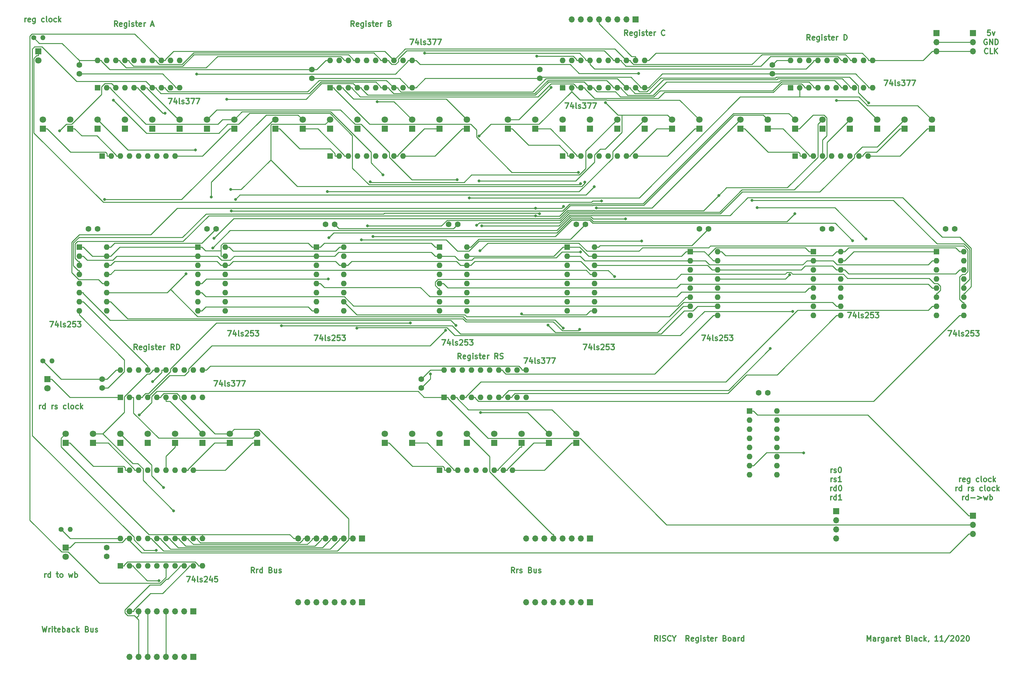
<source format=gtl>
G04 #@! TF.GenerationSoftware,KiCad,Pcbnew,5.1.6-c6e7f7d~87~ubuntu16.04.1*
G04 #@! TF.CreationDate,2022-03-08T12:58:11-05:00*
G04 #@! TF.ProjectId,riscy,72697363-792e-46b6-9963-61645f706362,rev?*
G04 #@! TF.SameCoordinates,Original*
G04 #@! TF.FileFunction,Copper,L1,Top*
G04 #@! TF.FilePolarity,Positive*
%FSLAX46Y46*%
G04 Gerber Fmt 4.6, Leading zero omitted, Abs format (unit mm)*
G04 Created by KiCad (PCBNEW 5.1.6-c6e7f7d~87~ubuntu16.04.1) date 2022-03-08 12:58:11*
%MOMM*%
%LPD*%
G01*
G04 APERTURE LIST*
G04 #@! TA.AperFunction,NonConductor*
%ADD10C,0.300000*%
G04 #@! TD*
G04 #@! TA.AperFunction,ComponentPad*
%ADD11O,1.700000X1.700000*%
G04 #@! TD*
G04 #@! TA.AperFunction,ComponentPad*
%ADD12R,1.700000X1.700000*%
G04 #@! TD*
G04 #@! TA.AperFunction,ComponentPad*
%ADD13O,1.600000X1.600000*%
G04 #@! TD*
G04 #@! TA.AperFunction,ComponentPad*
%ADD14R,1.600000X1.600000*%
G04 #@! TD*
G04 #@! TA.AperFunction,ComponentPad*
%ADD15O,1.400000X1.400000*%
G04 #@! TD*
G04 #@! TA.AperFunction,ComponentPad*
%ADD16C,1.400000*%
G04 #@! TD*
G04 #@! TA.AperFunction,ComponentPad*
%ADD17C,1.800000*%
G04 #@! TD*
G04 #@! TA.AperFunction,ComponentPad*
%ADD18R,1.800000X1.800000*%
G04 #@! TD*
G04 #@! TA.AperFunction,ComponentPad*
%ADD19C,1.600000*%
G04 #@! TD*
G04 #@! TA.AperFunction,ViaPad*
%ADD20C,0.800000*%
G04 #@! TD*
G04 #@! TA.AperFunction,Conductor*
%ADD21C,0.250000*%
G04 #@! TD*
G04 APERTURE END LIST*
D10*
X151852857Y-110938571D02*
X152852857Y-110938571D01*
X152210000Y-112438571D01*
X154067142Y-111438571D02*
X154067142Y-112438571D01*
X153710000Y-110867142D02*
X153352857Y-111938571D01*
X154281428Y-111938571D01*
X155067142Y-112438571D02*
X154924285Y-112367142D01*
X154852857Y-112224285D01*
X154852857Y-110938571D01*
X155567142Y-112367142D02*
X155710000Y-112438571D01*
X155995714Y-112438571D01*
X156138571Y-112367142D01*
X156210000Y-112224285D01*
X156210000Y-112152857D01*
X156138571Y-112010000D01*
X155995714Y-111938571D01*
X155781428Y-111938571D01*
X155638571Y-111867142D01*
X155567142Y-111724285D01*
X155567142Y-111652857D01*
X155638571Y-111510000D01*
X155781428Y-111438571D01*
X155995714Y-111438571D01*
X156138571Y-111510000D01*
X156710000Y-110938571D02*
X157638571Y-110938571D01*
X157138571Y-111510000D01*
X157352857Y-111510000D01*
X157495714Y-111581428D01*
X157567142Y-111652857D01*
X157638571Y-111795714D01*
X157638571Y-112152857D01*
X157567142Y-112295714D01*
X157495714Y-112367142D01*
X157352857Y-112438571D01*
X156924285Y-112438571D01*
X156781428Y-112367142D01*
X156710000Y-112295714D01*
X158138571Y-110938571D02*
X159138571Y-110938571D01*
X158495714Y-112438571D01*
X159567142Y-110938571D02*
X160567142Y-110938571D01*
X159924285Y-112438571D01*
X65492857Y-117288571D02*
X66492857Y-117288571D01*
X65850000Y-118788571D01*
X67707142Y-117788571D02*
X67707142Y-118788571D01*
X67350000Y-117217142D02*
X66992857Y-118288571D01*
X67921428Y-118288571D01*
X68707142Y-118788571D02*
X68564285Y-118717142D01*
X68492857Y-118574285D01*
X68492857Y-117288571D01*
X69207142Y-118717142D02*
X69350000Y-118788571D01*
X69635714Y-118788571D01*
X69778571Y-118717142D01*
X69850000Y-118574285D01*
X69850000Y-118502857D01*
X69778571Y-118360000D01*
X69635714Y-118288571D01*
X69421428Y-118288571D01*
X69278571Y-118217142D01*
X69207142Y-118074285D01*
X69207142Y-118002857D01*
X69278571Y-117860000D01*
X69421428Y-117788571D01*
X69635714Y-117788571D01*
X69778571Y-117860000D01*
X70350000Y-117288571D02*
X71278571Y-117288571D01*
X70778571Y-117860000D01*
X70992857Y-117860000D01*
X71135714Y-117931428D01*
X71207142Y-118002857D01*
X71278571Y-118145714D01*
X71278571Y-118502857D01*
X71207142Y-118645714D01*
X71135714Y-118717142D01*
X70992857Y-118788571D01*
X70564285Y-118788571D01*
X70421428Y-118717142D01*
X70350000Y-118645714D01*
X71778571Y-117288571D02*
X72778571Y-117288571D01*
X72135714Y-118788571D01*
X73207142Y-117288571D02*
X74207142Y-117288571D01*
X73564285Y-118788571D01*
X57872857Y-171898571D02*
X58872857Y-171898571D01*
X58230000Y-173398571D01*
X60087142Y-172398571D02*
X60087142Y-173398571D01*
X59730000Y-171827142D02*
X59372857Y-172898571D01*
X60301428Y-172898571D01*
X61087142Y-173398571D02*
X60944285Y-173327142D01*
X60872857Y-173184285D01*
X60872857Y-171898571D01*
X61587142Y-173327142D02*
X61730000Y-173398571D01*
X62015714Y-173398571D01*
X62158571Y-173327142D01*
X62230000Y-173184285D01*
X62230000Y-173112857D01*
X62158571Y-172970000D01*
X62015714Y-172898571D01*
X61801428Y-172898571D01*
X61658571Y-172827142D01*
X61587142Y-172684285D01*
X61587142Y-172612857D01*
X61658571Y-172470000D01*
X61801428Y-172398571D01*
X62015714Y-172398571D01*
X62158571Y-172470000D01*
X62801428Y-172041428D02*
X62872857Y-171970000D01*
X63015714Y-171898571D01*
X63372857Y-171898571D01*
X63515714Y-171970000D01*
X63587142Y-172041428D01*
X63658571Y-172184285D01*
X63658571Y-172327142D01*
X63587142Y-172541428D01*
X62730000Y-173398571D01*
X63658571Y-173398571D01*
X64944285Y-172398571D02*
X64944285Y-173398571D01*
X64587142Y-171827142D02*
X64229999Y-172898571D01*
X65158571Y-172898571D01*
X66444285Y-171898571D02*
X65729999Y-171898571D01*
X65658571Y-172612857D01*
X65729999Y-172541428D01*
X65872857Y-172470000D01*
X66229999Y-172470000D01*
X66372857Y-172541428D01*
X66444285Y-172612857D01*
X66515714Y-172755714D01*
X66515714Y-173112857D01*
X66444285Y-173255714D01*
X66372857Y-173327142D01*
X66229999Y-173398571D01*
X65872857Y-173398571D01*
X65729999Y-173327142D01*
X65658571Y-173255714D01*
X19772857Y-100778571D02*
X20772857Y-100778571D01*
X20130000Y-102278571D01*
X21987142Y-101278571D02*
X21987142Y-102278571D01*
X21630000Y-100707142D02*
X21272857Y-101778571D01*
X22201428Y-101778571D01*
X22987142Y-102278571D02*
X22844285Y-102207142D01*
X22772857Y-102064285D01*
X22772857Y-100778571D01*
X23487142Y-102207142D02*
X23630000Y-102278571D01*
X23915714Y-102278571D01*
X24058571Y-102207142D01*
X24130000Y-102064285D01*
X24130000Y-101992857D01*
X24058571Y-101850000D01*
X23915714Y-101778571D01*
X23701428Y-101778571D01*
X23558571Y-101707142D01*
X23487142Y-101564285D01*
X23487142Y-101492857D01*
X23558571Y-101350000D01*
X23701428Y-101278571D01*
X23915714Y-101278571D01*
X24058571Y-101350000D01*
X24701428Y-100921428D02*
X24772857Y-100850000D01*
X24915714Y-100778571D01*
X25272857Y-100778571D01*
X25415714Y-100850000D01*
X25487142Y-100921428D01*
X25558571Y-101064285D01*
X25558571Y-101207142D01*
X25487142Y-101421428D01*
X24630000Y-102278571D01*
X25558571Y-102278571D01*
X26915714Y-100778571D02*
X26201428Y-100778571D01*
X26130000Y-101492857D01*
X26201428Y-101421428D01*
X26344285Y-101350000D01*
X26701428Y-101350000D01*
X26844285Y-101421428D01*
X26915714Y-101492857D01*
X26987142Y-101635714D01*
X26987142Y-101992857D01*
X26915714Y-102135714D01*
X26844285Y-102207142D01*
X26701428Y-102278571D01*
X26344285Y-102278571D01*
X26201428Y-102207142D01*
X26130000Y-102135714D01*
X27487142Y-100778571D02*
X28415714Y-100778571D01*
X27915714Y-101350000D01*
X28130000Y-101350000D01*
X28272857Y-101421428D01*
X28344285Y-101492857D01*
X28415714Y-101635714D01*
X28415714Y-101992857D01*
X28344285Y-102135714D01*
X28272857Y-102207142D01*
X28130000Y-102278571D01*
X27701428Y-102278571D01*
X27558571Y-102207142D01*
X27487142Y-102135714D01*
X69302857Y-103318571D02*
X70302857Y-103318571D01*
X69660000Y-104818571D01*
X71517142Y-103818571D02*
X71517142Y-104818571D01*
X71160000Y-103247142D02*
X70802857Y-104318571D01*
X71731428Y-104318571D01*
X72517142Y-104818571D02*
X72374285Y-104747142D01*
X72302857Y-104604285D01*
X72302857Y-103318571D01*
X73017142Y-104747142D02*
X73160000Y-104818571D01*
X73445714Y-104818571D01*
X73588571Y-104747142D01*
X73660000Y-104604285D01*
X73660000Y-104532857D01*
X73588571Y-104390000D01*
X73445714Y-104318571D01*
X73231428Y-104318571D01*
X73088571Y-104247142D01*
X73017142Y-104104285D01*
X73017142Y-104032857D01*
X73088571Y-103890000D01*
X73231428Y-103818571D01*
X73445714Y-103818571D01*
X73588571Y-103890000D01*
X74231428Y-103461428D02*
X74302857Y-103390000D01*
X74445714Y-103318571D01*
X74802857Y-103318571D01*
X74945714Y-103390000D01*
X75017142Y-103461428D01*
X75088571Y-103604285D01*
X75088571Y-103747142D01*
X75017142Y-103961428D01*
X74160000Y-104818571D01*
X75088571Y-104818571D01*
X76445714Y-103318571D02*
X75731428Y-103318571D01*
X75660000Y-104032857D01*
X75731428Y-103961428D01*
X75874285Y-103890000D01*
X76231428Y-103890000D01*
X76374285Y-103961428D01*
X76445714Y-104032857D01*
X76517142Y-104175714D01*
X76517142Y-104532857D01*
X76445714Y-104675714D01*
X76374285Y-104747142D01*
X76231428Y-104818571D01*
X75874285Y-104818571D01*
X75731428Y-104747142D01*
X75660000Y-104675714D01*
X77017142Y-103318571D02*
X77945714Y-103318571D01*
X77445714Y-103890000D01*
X77660000Y-103890000D01*
X77802857Y-103961428D01*
X77874285Y-104032857D01*
X77945714Y-104175714D01*
X77945714Y-104532857D01*
X77874285Y-104675714D01*
X77802857Y-104747142D01*
X77660000Y-104818571D01*
X77231428Y-104818571D01*
X77088571Y-104747142D01*
X77017142Y-104675714D01*
X93432857Y-104588571D02*
X94432857Y-104588571D01*
X93790000Y-106088571D01*
X95647142Y-105088571D02*
X95647142Y-106088571D01*
X95290000Y-104517142D02*
X94932857Y-105588571D01*
X95861428Y-105588571D01*
X96647142Y-106088571D02*
X96504285Y-106017142D01*
X96432857Y-105874285D01*
X96432857Y-104588571D01*
X97147142Y-106017142D02*
X97290000Y-106088571D01*
X97575714Y-106088571D01*
X97718571Y-106017142D01*
X97790000Y-105874285D01*
X97790000Y-105802857D01*
X97718571Y-105660000D01*
X97575714Y-105588571D01*
X97361428Y-105588571D01*
X97218571Y-105517142D01*
X97147142Y-105374285D01*
X97147142Y-105302857D01*
X97218571Y-105160000D01*
X97361428Y-105088571D01*
X97575714Y-105088571D01*
X97718571Y-105160000D01*
X98361428Y-104731428D02*
X98432857Y-104660000D01*
X98575714Y-104588571D01*
X98932857Y-104588571D01*
X99075714Y-104660000D01*
X99147142Y-104731428D01*
X99218571Y-104874285D01*
X99218571Y-105017142D01*
X99147142Y-105231428D01*
X98290000Y-106088571D01*
X99218571Y-106088571D01*
X100575714Y-104588571D02*
X99861428Y-104588571D01*
X99790000Y-105302857D01*
X99861428Y-105231428D01*
X100004285Y-105160000D01*
X100361428Y-105160000D01*
X100504285Y-105231428D01*
X100575714Y-105302857D01*
X100647142Y-105445714D01*
X100647142Y-105802857D01*
X100575714Y-105945714D01*
X100504285Y-106017142D01*
X100361428Y-106088571D01*
X100004285Y-106088571D01*
X99861428Y-106017142D01*
X99790000Y-105945714D01*
X101147142Y-104588571D02*
X102075714Y-104588571D01*
X101575714Y-105160000D01*
X101790000Y-105160000D01*
X101932857Y-105231428D01*
X102004285Y-105302857D01*
X102075714Y-105445714D01*
X102075714Y-105802857D01*
X102004285Y-105945714D01*
X101932857Y-106017142D01*
X101790000Y-106088571D01*
X101361428Y-106088571D01*
X101218571Y-106017142D01*
X101147142Y-105945714D01*
X128992857Y-105858571D02*
X129992857Y-105858571D01*
X129350000Y-107358571D01*
X131207142Y-106358571D02*
X131207142Y-107358571D01*
X130850000Y-105787142D02*
X130492857Y-106858571D01*
X131421428Y-106858571D01*
X132207142Y-107358571D02*
X132064285Y-107287142D01*
X131992857Y-107144285D01*
X131992857Y-105858571D01*
X132707142Y-107287142D02*
X132850000Y-107358571D01*
X133135714Y-107358571D01*
X133278571Y-107287142D01*
X133350000Y-107144285D01*
X133350000Y-107072857D01*
X133278571Y-106930000D01*
X133135714Y-106858571D01*
X132921428Y-106858571D01*
X132778571Y-106787142D01*
X132707142Y-106644285D01*
X132707142Y-106572857D01*
X132778571Y-106430000D01*
X132921428Y-106358571D01*
X133135714Y-106358571D01*
X133278571Y-106430000D01*
X133921428Y-106001428D02*
X133992857Y-105930000D01*
X134135714Y-105858571D01*
X134492857Y-105858571D01*
X134635714Y-105930000D01*
X134707142Y-106001428D01*
X134778571Y-106144285D01*
X134778571Y-106287142D01*
X134707142Y-106501428D01*
X133850000Y-107358571D01*
X134778571Y-107358571D01*
X136135714Y-105858571D02*
X135421428Y-105858571D01*
X135350000Y-106572857D01*
X135421428Y-106501428D01*
X135564285Y-106430000D01*
X135921428Y-106430000D01*
X136064285Y-106501428D01*
X136135714Y-106572857D01*
X136207142Y-106715714D01*
X136207142Y-107072857D01*
X136135714Y-107215714D01*
X136064285Y-107287142D01*
X135921428Y-107358571D01*
X135564285Y-107358571D01*
X135421428Y-107287142D01*
X135350000Y-107215714D01*
X136707142Y-105858571D02*
X137635714Y-105858571D01*
X137135714Y-106430000D01*
X137350000Y-106430000D01*
X137492857Y-106501428D01*
X137564285Y-106572857D01*
X137635714Y-106715714D01*
X137635714Y-107072857D01*
X137564285Y-107215714D01*
X137492857Y-107287142D01*
X137350000Y-107358571D01*
X136921428Y-107358571D01*
X136778571Y-107287142D01*
X136707142Y-107215714D01*
X168362857Y-107128571D02*
X169362857Y-107128571D01*
X168720000Y-108628571D01*
X170577142Y-107628571D02*
X170577142Y-108628571D01*
X170220000Y-107057142D02*
X169862857Y-108128571D01*
X170791428Y-108128571D01*
X171577142Y-108628571D02*
X171434285Y-108557142D01*
X171362857Y-108414285D01*
X171362857Y-107128571D01*
X172077142Y-108557142D02*
X172220000Y-108628571D01*
X172505714Y-108628571D01*
X172648571Y-108557142D01*
X172720000Y-108414285D01*
X172720000Y-108342857D01*
X172648571Y-108200000D01*
X172505714Y-108128571D01*
X172291428Y-108128571D01*
X172148571Y-108057142D01*
X172077142Y-107914285D01*
X172077142Y-107842857D01*
X172148571Y-107700000D01*
X172291428Y-107628571D01*
X172505714Y-107628571D01*
X172648571Y-107700000D01*
X173291428Y-107271428D02*
X173362857Y-107200000D01*
X173505714Y-107128571D01*
X173862857Y-107128571D01*
X174005714Y-107200000D01*
X174077142Y-107271428D01*
X174148571Y-107414285D01*
X174148571Y-107557142D01*
X174077142Y-107771428D01*
X173220000Y-108628571D01*
X174148571Y-108628571D01*
X175505714Y-107128571D02*
X174791428Y-107128571D01*
X174720000Y-107842857D01*
X174791428Y-107771428D01*
X174934285Y-107700000D01*
X175291428Y-107700000D01*
X175434285Y-107771428D01*
X175505714Y-107842857D01*
X175577142Y-107985714D01*
X175577142Y-108342857D01*
X175505714Y-108485714D01*
X175434285Y-108557142D01*
X175291428Y-108628571D01*
X174934285Y-108628571D01*
X174791428Y-108557142D01*
X174720000Y-108485714D01*
X176077142Y-107128571D02*
X177005714Y-107128571D01*
X176505714Y-107700000D01*
X176720000Y-107700000D01*
X176862857Y-107771428D01*
X176934285Y-107842857D01*
X177005714Y-107985714D01*
X177005714Y-108342857D01*
X176934285Y-108485714D01*
X176862857Y-108557142D01*
X176720000Y-108628571D01*
X176291428Y-108628571D01*
X176148571Y-108557142D01*
X176077142Y-108485714D01*
X201382857Y-104588571D02*
X202382857Y-104588571D01*
X201740000Y-106088571D01*
X203597142Y-105088571D02*
X203597142Y-106088571D01*
X203240000Y-104517142D02*
X202882857Y-105588571D01*
X203811428Y-105588571D01*
X204597142Y-106088571D02*
X204454285Y-106017142D01*
X204382857Y-105874285D01*
X204382857Y-104588571D01*
X205097142Y-106017142D02*
X205240000Y-106088571D01*
X205525714Y-106088571D01*
X205668571Y-106017142D01*
X205740000Y-105874285D01*
X205740000Y-105802857D01*
X205668571Y-105660000D01*
X205525714Y-105588571D01*
X205311428Y-105588571D01*
X205168571Y-105517142D01*
X205097142Y-105374285D01*
X205097142Y-105302857D01*
X205168571Y-105160000D01*
X205311428Y-105088571D01*
X205525714Y-105088571D01*
X205668571Y-105160000D01*
X206311428Y-104731428D02*
X206382857Y-104660000D01*
X206525714Y-104588571D01*
X206882857Y-104588571D01*
X207025714Y-104660000D01*
X207097142Y-104731428D01*
X207168571Y-104874285D01*
X207168571Y-105017142D01*
X207097142Y-105231428D01*
X206240000Y-106088571D01*
X207168571Y-106088571D01*
X208525714Y-104588571D02*
X207811428Y-104588571D01*
X207740000Y-105302857D01*
X207811428Y-105231428D01*
X207954285Y-105160000D01*
X208311428Y-105160000D01*
X208454285Y-105231428D01*
X208525714Y-105302857D01*
X208597142Y-105445714D01*
X208597142Y-105802857D01*
X208525714Y-105945714D01*
X208454285Y-106017142D01*
X208311428Y-106088571D01*
X207954285Y-106088571D01*
X207811428Y-106017142D01*
X207740000Y-105945714D01*
X209097142Y-104588571D02*
X210025714Y-104588571D01*
X209525714Y-105160000D01*
X209740000Y-105160000D01*
X209882857Y-105231428D01*
X209954285Y-105302857D01*
X210025714Y-105445714D01*
X210025714Y-105802857D01*
X209954285Y-105945714D01*
X209882857Y-106017142D01*
X209740000Y-106088571D01*
X209311428Y-106088571D01*
X209168571Y-106017142D01*
X209097142Y-105945714D01*
X242022857Y-98238571D02*
X243022857Y-98238571D01*
X242380000Y-99738571D01*
X244237142Y-98738571D02*
X244237142Y-99738571D01*
X243880000Y-98167142D02*
X243522857Y-99238571D01*
X244451428Y-99238571D01*
X245237142Y-99738571D02*
X245094285Y-99667142D01*
X245022857Y-99524285D01*
X245022857Y-98238571D01*
X245737142Y-99667142D02*
X245880000Y-99738571D01*
X246165714Y-99738571D01*
X246308571Y-99667142D01*
X246380000Y-99524285D01*
X246380000Y-99452857D01*
X246308571Y-99310000D01*
X246165714Y-99238571D01*
X245951428Y-99238571D01*
X245808571Y-99167142D01*
X245737142Y-99024285D01*
X245737142Y-98952857D01*
X245808571Y-98810000D01*
X245951428Y-98738571D01*
X246165714Y-98738571D01*
X246308571Y-98810000D01*
X246951428Y-98381428D02*
X247022857Y-98310000D01*
X247165714Y-98238571D01*
X247522857Y-98238571D01*
X247665714Y-98310000D01*
X247737142Y-98381428D01*
X247808571Y-98524285D01*
X247808571Y-98667142D01*
X247737142Y-98881428D01*
X246880000Y-99738571D01*
X247808571Y-99738571D01*
X249165714Y-98238571D02*
X248451428Y-98238571D01*
X248380000Y-98952857D01*
X248451428Y-98881428D01*
X248594285Y-98810000D01*
X248951428Y-98810000D01*
X249094285Y-98881428D01*
X249165714Y-98952857D01*
X249237142Y-99095714D01*
X249237142Y-99452857D01*
X249165714Y-99595714D01*
X249094285Y-99667142D01*
X248951428Y-99738571D01*
X248594285Y-99738571D01*
X248451428Y-99667142D01*
X248380000Y-99595714D01*
X249737142Y-98238571D02*
X250665714Y-98238571D01*
X250165714Y-98810000D01*
X250380000Y-98810000D01*
X250522857Y-98881428D01*
X250594285Y-98952857D01*
X250665714Y-99095714D01*
X250665714Y-99452857D01*
X250594285Y-99595714D01*
X250522857Y-99667142D01*
X250380000Y-99738571D01*
X249951428Y-99738571D01*
X249808571Y-99667142D01*
X249737142Y-99595714D01*
X269962857Y-103318571D02*
X270962857Y-103318571D01*
X270320000Y-104818571D01*
X272177142Y-103818571D02*
X272177142Y-104818571D01*
X271820000Y-103247142D02*
X271462857Y-104318571D01*
X272391428Y-104318571D01*
X273177142Y-104818571D02*
X273034285Y-104747142D01*
X272962857Y-104604285D01*
X272962857Y-103318571D01*
X273677142Y-104747142D02*
X273820000Y-104818571D01*
X274105714Y-104818571D01*
X274248571Y-104747142D01*
X274320000Y-104604285D01*
X274320000Y-104532857D01*
X274248571Y-104390000D01*
X274105714Y-104318571D01*
X273891428Y-104318571D01*
X273748571Y-104247142D01*
X273677142Y-104104285D01*
X273677142Y-104032857D01*
X273748571Y-103890000D01*
X273891428Y-103818571D01*
X274105714Y-103818571D01*
X274248571Y-103890000D01*
X274891428Y-103461428D02*
X274962857Y-103390000D01*
X275105714Y-103318571D01*
X275462857Y-103318571D01*
X275605714Y-103390000D01*
X275677142Y-103461428D01*
X275748571Y-103604285D01*
X275748571Y-103747142D01*
X275677142Y-103961428D01*
X274820000Y-104818571D01*
X275748571Y-104818571D01*
X277105714Y-103318571D02*
X276391428Y-103318571D01*
X276320000Y-104032857D01*
X276391428Y-103961428D01*
X276534285Y-103890000D01*
X276891428Y-103890000D01*
X277034285Y-103961428D01*
X277105714Y-104032857D01*
X277177142Y-104175714D01*
X277177142Y-104532857D01*
X277105714Y-104675714D01*
X277034285Y-104747142D01*
X276891428Y-104818571D01*
X276534285Y-104818571D01*
X276391428Y-104747142D01*
X276320000Y-104675714D01*
X277677142Y-103318571D02*
X278605714Y-103318571D01*
X278105714Y-103890000D01*
X278320000Y-103890000D01*
X278462857Y-103961428D01*
X278534285Y-104032857D01*
X278605714Y-104175714D01*
X278605714Y-104532857D01*
X278534285Y-104675714D01*
X278462857Y-104747142D01*
X278320000Y-104818571D01*
X277891428Y-104818571D01*
X277748571Y-104747142D01*
X277677142Y-104675714D01*
X252182857Y-33468571D02*
X253182857Y-33468571D01*
X252540000Y-34968571D01*
X254397142Y-33968571D02*
X254397142Y-34968571D01*
X254040000Y-33397142D02*
X253682857Y-34468571D01*
X254611428Y-34468571D01*
X255397142Y-34968571D02*
X255254285Y-34897142D01*
X255182857Y-34754285D01*
X255182857Y-33468571D01*
X255897142Y-34897142D02*
X256040000Y-34968571D01*
X256325714Y-34968571D01*
X256468571Y-34897142D01*
X256540000Y-34754285D01*
X256540000Y-34682857D01*
X256468571Y-34540000D01*
X256325714Y-34468571D01*
X256111428Y-34468571D01*
X255968571Y-34397142D01*
X255897142Y-34254285D01*
X255897142Y-34182857D01*
X255968571Y-34040000D01*
X256111428Y-33968571D01*
X256325714Y-33968571D01*
X256468571Y-34040000D01*
X257040000Y-33468571D02*
X257968571Y-33468571D01*
X257468571Y-34040000D01*
X257682857Y-34040000D01*
X257825714Y-34111428D01*
X257897142Y-34182857D01*
X257968571Y-34325714D01*
X257968571Y-34682857D01*
X257897142Y-34825714D01*
X257825714Y-34897142D01*
X257682857Y-34968571D01*
X257254285Y-34968571D01*
X257111428Y-34897142D01*
X257040000Y-34825714D01*
X258468571Y-33468571D02*
X259468571Y-33468571D01*
X258825714Y-34968571D01*
X259897142Y-33468571D02*
X260897142Y-33468571D01*
X260254285Y-34968571D01*
X163282857Y-39818571D02*
X164282857Y-39818571D01*
X163640000Y-41318571D01*
X165497142Y-40318571D02*
X165497142Y-41318571D01*
X165140000Y-39747142D02*
X164782857Y-40818571D01*
X165711428Y-40818571D01*
X166497142Y-41318571D02*
X166354285Y-41247142D01*
X166282857Y-41104285D01*
X166282857Y-39818571D01*
X166997142Y-41247142D02*
X167140000Y-41318571D01*
X167425714Y-41318571D01*
X167568571Y-41247142D01*
X167640000Y-41104285D01*
X167640000Y-41032857D01*
X167568571Y-40890000D01*
X167425714Y-40818571D01*
X167211428Y-40818571D01*
X167068571Y-40747142D01*
X166997142Y-40604285D01*
X166997142Y-40532857D01*
X167068571Y-40390000D01*
X167211428Y-40318571D01*
X167425714Y-40318571D01*
X167568571Y-40390000D01*
X168140000Y-39818571D02*
X169068571Y-39818571D01*
X168568571Y-40390000D01*
X168782857Y-40390000D01*
X168925714Y-40461428D01*
X168997142Y-40532857D01*
X169068571Y-40675714D01*
X169068571Y-41032857D01*
X168997142Y-41175714D01*
X168925714Y-41247142D01*
X168782857Y-41318571D01*
X168354285Y-41318571D01*
X168211428Y-41247142D01*
X168140000Y-41175714D01*
X169568571Y-39818571D02*
X170568571Y-39818571D01*
X169925714Y-41318571D01*
X170997142Y-39818571D02*
X171997142Y-39818571D01*
X171354285Y-41318571D01*
X120102857Y-22038571D02*
X121102857Y-22038571D01*
X120460000Y-23538571D01*
X122317142Y-22538571D02*
X122317142Y-23538571D01*
X121960000Y-21967142D02*
X121602857Y-23038571D01*
X122531428Y-23038571D01*
X123317142Y-23538571D02*
X123174285Y-23467142D01*
X123102857Y-23324285D01*
X123102857Y-22038571D01*
X123817142Y-23467142D02*
X123960000Y-23538571D01*
X124245714Y-23538571D01*
X124388571Y-23467142D01*
X124460000Y-23324285D01*
X124460000Y-23252857D01*
X124388571Y-23110000D01*
X124245714Y-23038571D01*
X124031428Y-23038571D01*
X123888571Y-22967142D01*
X123817142Y-22824285D01*
X123817142Y-22752857D01*
X123888571Y-22610000D01*
X124031428Y-22538571D01*
X124245714Y-22538571D01*
X124388571Y-22610000D01*
X124960000Y-22038571D02*
X125888571Y-22038571D01*
X125388571Y-22610000D01*
X125602857Y-22610000D01*
X125745714Y-22681428D01*
X125817142Y-22752857D01*
X125888571Y-22895714D01*
X125888571Y-23252857D01*
X125817142Y-23395714D01*
X125745714Y-23467142D01*
X125602857Y-23538571D01*
X125174285Y-23538571D01*
X125031428Y-23467142D01*
X124960000Y-23395714D01*
X126388571Y-22038571D02*
X127388571Y-22038571D01*
X126745714Y-23538571D01*
X127817142Y-22038571D02*
X128817142Y-22038571D01*
X128174285Y-23538571D01*
X52792857Y-38548571D02*
X53792857Y-38548571D01*
X53150000Y-40048571D01*
X55007142Y-39048571D02*
X55007142Y-40048571D01*
X54650000Y-38477142D02*
X54292857Y-39548571D01*
X55221428Y-39548571D01*
X56007142Y-40048571D02*
X55864285Y-39977142D01*
X55792857Y-39834285D01*
X55792857Y-38548571D01*
X56507142Y-39977142D02*
X56650000Y-40048571D01*
X56935714Y-40048571D01*
X57078571Y-39977142D01*
X57150000Y-39834285D01*
X57150000Y-39762857D01*
X57078571Y-39620000D01*
X56935714Y-39548571D01*
X56721428Y-39548571D01*
X56578571Y-39477142D01*
X56507142Y-39334285D01*
X56507142Y-39262857D01*
X56578571Y-39120000D01*
X56721428Y-39048571D01*
X56935714Y-39048571D01*
X57078571Y-39120000D01*
X57650000Y-38548571D02*
X58578571Y-38548571D01*
X58078571Y-39120000D01*
X58292857Y-39120000D01*
X58435714Y-39191428D01*
X58507142Y-39262857D01*
X58578571Y-39405714D01*
X58578571Y-39762857D01*
X58507142Y-39905714D01*
X58435714Y-39977142D01*
X58292857Y-40048571D01*
X57864285Y-40048571D01*
X57721428Y-39977142D01*
X57650000Y-39905714D01*
X59078571Y-38548571D02*
X60078571Y-38548571D01*
X59435714Y-40048571D01*
X60507142Y-38548571D02*
X61507142Y-38548571D01*
X60864285Y-40048571D01*
X247441428Y-189908571D02*
X247441428Y-188408571D01*
X247941428Y-189480000D01*
X248441428Y-188408571D01*
X248441428Y-189908571D01*
X249798571Y-189908571D02*
X249798571Y-189122857D01*
X249727142Y-188980000D01*
X249584285Y-188908571D01*
X249298571Y-188908571D01*
X249155714Y-188980000D01*
X249798571Y-189837142D02*
X249655714Y-189908571D01*
X249298571Y-189908571D01*
X249155714Y-189837142D01*
X249084285Y-189694285D01*
X249084285Y-189551428D01*
X249155714Y-189408571D01*
X249298571Y-189337142D01*
X249655714Y-189337142D01*
X249798571Y-189265714D01*
X250512857Y-189908571D02*
X250512857Y-188908571D01*
X250512857Y-189194285D02*
X250584285Y-189051428D01*
X250655714Y-188980000D01*
X250798571Y-188908571D01*
X250941428Y-188908571D01*
X252084285Y-188908571D02*
X252084285Y-190122857D01*
X252012857Y-190265714D01*
X251941428Y-190337142D01*
X251798571Y-190408571D01*
X251584285Y-190408571D01*
X251441428Y-190337142D01*
X252084285Y-189837142D02*
X251941428Y-189908571D01*
X251655714Y-189908571D01*
X251512857Y-189837142D01*
X251441428Y-189765714D01*
X251370000Y-189622857D01*
X251370000Y-189194285D01*
X251441428Y-189051428D01*
X251512857Y-188980000D01*
X251655714Y-188908571D01*
X251941428Y-188908571D01*
X252084285Y-188980000D01*
X253441428Y-189908571D02*
X253441428Y-189122857D01*
X253370000Y-188980000D01*
X253227142Y-188908571D01*
X252941428Y-188908571D01*
X252798571Y-188980000D01*
X253441428Y-189837142D02*
X253298571Y-189908571D01*
X252941428Y-189908571D01*
X252798571Y-189837142D01*
X252727142Y-189694285D01*
X252727142Y-189551428D01*
X252798571Y-189408571D01*
X252941428Y-189337142D01*
X253298571Y-189337142D01*
X253441428Y-189265714D01*
X254155714Y-189908571D02*
X254155714Y-188908571D01*
X254155714Y-189194285D02*
X254227142Y-189051428D01*
X254298571Y-188980000D01*
X254441428Y-188908571D01*
X254584285Y-188908571D01*
X255655714Y-189837142D02*
X255512857Y-189908571D01*
X255227142Y-189908571D01*
X255084285Y-189837142D01*
X255012857Y-189694285D01*
X255012857Y-189122857D01*
X255084285Y-188980000D01*
X255227142Y-188908571D01*
X255512857Y-188908571D01*
X255655714Y-188980000D01*
X255727142Y-189122857D01*
X255727142Y-189265714D01*
X255012857Y-189408571D01*
X256155714Y-188908571D02*
X256727142Y-188908571D01*
X256370000Y-188408571D02*
X256370000Y-189694285D01*
X256441428Y-189837142D01*
X256584285Y-189908571D01*
X256727142Y-189908571D01*
X258869999Y-189122857D02*
X259084285Y-189194285D01*
X259155714Y-189265714D01*
X259227142Y-189408571D01*
X259227142Y-189622857D01*
X259155714Y-189765714D01*
X259084285Y-189837142D01*
X258941428Y-189908571D01*
X258369999Y-189908571D01*
X258369999Y-188408571D01*
X258869999Y-188408571D01*
X259012857Y-188480000D01*
X259084285Y-188551428D01*
X259155714Y-188694285D01*
X259155714Y-188837142D01*
X259084285Y-188980000D01*
X259012857Y-189051428D01*
X258869999Y-189122857D01*
X258369999Y-189122857D01*
X260084285Y-189908571D02*
X259941428Y-189837142D01*
X259869999Y-189694285D01*
X259869999Y-188408571D01*
X261298571Y-189908571D02*
X261298571Y-189122857D01*
X261227142Y-188980000D01*
X261084285Y-188908571D01*
X260798571Y-188908571D01*
X260655714Y-188980000D01*
X261298571Y-189837142D02*
X261155714Y-189908571D01*
X260798571Y-189908571D01*
X260655714Y-189837142D01*
X260584285Y-189694285D01*
X260584285Y-189551428D01*
X260655714Y-189408571D01*
X260798571Y-189337142D01*
X261155714Y-189337142D01*
X261298571Y-189265714D01*
X262655714Y-189837142D02*
X262512857Y-189908571D01*
X262227142Y-189908571D01*
X262084285Y-189837142D01*
X262012857Y-189765714D01*
X261941428Y-189622857D01*
X261941428Y-189194285D01*
X262012857Y-189051428D01*
X262084285Y-188980000D01*
X262227142Y-188908571D01*
X262512857Y-188908571D01*
X262655714Y-188980000D01*
X263298571Y-189908571D02*
X263298571Y-188408571D01*
X263441428Y-189337142D02*
X263869999Y-189908571D01*
X263869999Y-188908571D02*
X263298571Y-189480000D01*
X264584285Y-189837142D02*
X264584285Y-189908571D01*
X264512857Y-190051428D01*
X264441428Y-190122857D01*
X267155714Y-189908571D02*
X266298571Y-189908571D01*
X266727142Y-189908571D02*
X266727142Y-188408571D01*
X266584285Y-188622857D01*
X266441428Y-188765714D01*
X266298571Y-188837142D01*
X268584285Y-189908571D02*
X267727142Y-189908571D01*
X268155714Y-189908571D02*
X268155714Y-188408571D01*
X268012857Y-188622857D01*
X267869999Y-188765714D01*
X267727142Y-188837142D01*
X270298571Y-188337142D02*
X269012857Y-190265714D01*
X270727142Y-188551428D02*
X270798571Y-188480000D01*
X270941428Y-188408571D01*
X271298571Y-188408571D01*
X271441428Y-188480000D01*
X271512857Y-188551428D01*
X271584285Y-188694285D01*
X271584285Y-188837142D01*
X271512857Y-189051428D01*
X270655714Y-189908571D01*
X271584285Y-189908571D01*
X272512857Y-188408571D02*
X272655714Y-188408571D01*
X272798571Y-188480000D01*
X272870000Y-188551428D01*
X272941428Y-188694285D01*
X273012857Y-188980000D01*
X273012857Y-189337142D01*
X272941428Y-189622857D01*
X272870000Y-189765714D01*
X272798571Y-189837142D01*
X272655714Y-189908571D01*
X272512857Y-189908571D01*
X272370000Y-189837142D01*
X272298571Y-189765714D01*
X272227142Y-189622857D01*
X272155714Y-189337142D01*
X272155714Y-188980000D01*
X272227142Y-188694285D01*
X272298571Y-188551428D01*
X272370000Y-188480000D01*
X272512857Y-188408571D01*
X273584285Y-188551428D02*
X273655714Y-188480000D01*
X273798571Y-188408571D01*
X274155714Y-188408571D01*
X274298571Y-188480000D01*
X274370000Y-188551428D01*
X274441428Y-188694285D01*
X274441428Y-188837142D01*
X274370000Y-189051428D01*
X273512857Y-189908571D01*
X274441428Y-189908571D01*
X275370000Y-188408571D02*
X275512857Y-188408571D01*
X275655714Y-188480000D01*
X275727142Y-188551428D01*
X275798571Y-188694285D01*
X275870000Y-188980000D01*
X275870000Y-189337142D01*
X275798571Y-189622857D01*
X275727142Y-189765714D01*
X275655714Y-189837142D01*
X275512857Y-189908571D01*
X275370000Y-189908571D01*
X275227142Y-189837142D01*
X275155714Y-189765714D01*
X275084285Y-189622857D01*
X275012857Y-189337142D01*
X275012857Y-188980000D01*
X275084285Y-188694285D01*
X275155714Y-188551428D01*
X275227142Y-188480000D01*
X275370000Y-188408571D01*
X189124285Y-189908571D02*
X188624285Y-189194285D01*
X188267142Y-189908571D02*
X188267142Y-188408571D01*
X188838571Y-188408571D01*
X188981428Y-188480000D01*
X189052857Y-188551428D01*
X189124285Y-188694285D01*
X189124285Y-188908571D01*
X189052857Y-189051428D01*
X188981428Y-189122857D01*
X188838571Y-189194285D01*
X188267142Y-189194285D01*
X189767142Y-189908571D02*
X189767142Y-188408571D01*
X190410000Y-189837142D02*
X190624285Y-189908571D01*
X190981428Y-189908571D01*
X191124285Y-189837142D01*
X191195714Y-189765714D01*
X191267142Y-189622857D01*
X191267142Y-189480000D01*
X191195714Y-189337142D01*
X191124285Y-189265714D01*
X190981428Y-189194285D01*
X190695714Y-189122857D01*
X190552857Y-189051428D01*
X190481428Y-188980000D01*
X190410000Y-188837142D01*
X190410000Y-188694285D01*
X190481428Y-188551428D01*
X190552857Y-188480000D01*
X190695714Y-188408571D01*
X191052857Y-188408571D01*
X191267142Y-188480000D01*
X192767142Y-189765714D02*
X192695714Y-189837142D01*
X192481428Y-189908571D01*
X192338571Y-189908571D01*
X192124285Y-189837142D01*
X191981428Y-189694285D01*
X191910000Y-189551428D01*
X191838571Y-189265714D01*
X191838571Y-189051428D01*
X191910000Y-188765714D01*
X191981428Y-188622857D01*
X192124285Y-188480000D01*
X192338571Y-188408571D01*
X192481428Y-188408571D01*
X192695714Y-188480000D01*
X192767142Y-188551428D01*
X193695714Y-189194285D02*
X193695714Y-189908571D01*
X193195714Y-188408571D02*
X193695714Y-189194285D01*
X194195714Y-188408571D01*
X197838571Y-189908571D02*
X197338571Y-189194285D01*
X196981428Y-189908571D02*
X196981428Y-188408571D01*
X197552857Y-188408571D01*
X197695714Y-188480000D01*
X197767142Y-188551428D01*
X197838571Y-188694285D01*
X197838571Y-188908571D01*
X197767142Y-189051428D01*
X197695714Y-189122857D01*
X197552857Y-189194285D01*
X196981428Y-189194285D01*
X199052857Y-189837142D02*
X198910000Y-189908571D01*
X198624285Y-189908571D01*
X198481428Y-189837142D01*
X198410000Y-189694285D01*
X198410000Y-189122857D01*
X198481428Y-188980000D01*
X198624285Y-188908571D01*
X198910000Y-188908571D01*
X199052857Y-188980000D01*
X199124285Y-189122857D01*
X199124285Y-189265714D01*
X198410000Y-189408571D01*
X200410000Y-188908571D02*
X200410000Y-190122857D01*
X200338571Y-190265714D01*
X200267142Y-190337142D01*
X200124285Y-190408571D01*
X199910000Y-190408571D01*
X199767142Y-190337142D01*
X200410000Y-189837142D02*
X200267142Y-189908571D01*
X199981428Y-189908571D01*
X199838571Y-189837142D01*
X199767142Y-189765714D01*
X199695714Y-189622857D01*
X199695714Y-189194285D01*
X199767142Y-189051428D01*
X199838571Y-188980000D01*
X199981428Y-188908571D01*
X200267142Y-188908571D01*
X200410000Y-188980000D01*
X201124285Y-189908571D02*
X201124285Y-188908571D01*
X201124285Y-188408571D02*
X201052857Y-188480000D01*
X201124285Y-188551428D01*
X201195714Y-188480000D01*
X201124285Y-188408571D01*
X201124285Y-188551428D01*
X201767142Y-189837142D02*
X201910000Y-189908571D01*
X202195714Y-189908571D01*
X202338571Y-189837142D01*
X202410000Y-189694285D01*
X202410000Y-189622857D01*
X202338571Y-189480000D01*
X202195714Y-189408571D01*
X201981428Y-189408571D01*
X201838571Y-189337142D01*
X201767142Y-189194285D01*
X201767142Y-189122857D01*
X201838571Y-188980000D01*
X201981428Y-188908571D01*
X202195714Y-188908571D01*
X202338571Y-188980000D01*
X202838571Y-188908571D02*
X203410000Y-188908571D01*
X203052857Y-188408571D02*
X203052857Y-189694285D01*
X203124285Y-189837142D01*
X203267142Y-189908571D01*
X203410000Y-189908571D01*
X204481428Y-189837142D02*
X204338571Y-189908571D01*
X204052857Y-189908571D01*
X203910000Y-189837142D01*
X203838571Y-189694285D01*
X203838571Y-189122857D01*
X203910000Y-188980000D01*
X204052857Y-188908571D01*
X204338571Y-188908571D01*
X204481428Y-188980000D01*
X204552857Y-189122857D01*
X204552857Y-189265714D01*
X203838571Y-189408571D01*
X205195714Y-189908571D02*
X205195714Y-188908571D01*
X205195714Y-189194285D02*
X205267142Y-189051428D01*
X205338571Y-188980000D01*
X205481428Y-188908571D01*
X205624285Y-188908571D01*
X207767142Y-189122857D02*
X207981428Y-189194285D01*
X208052857Y-189265714D01*
X208124285Y-189408571D01*
X208124285Y-189622857D01*
X208052857Y-189765714D01*
X207981428Y-189837142D01*
X207838571Y-189908571D01*
X207267142Y-189908571D01*
X207267142Y-188408571D01*
X207767142Y-188408571D01*
X207910000Y-188480000D01*
X207981428Y-188551428D01*
X208052857Y-188694285D01*
X208052857Y-188837142D01*
X207981428Y-188980000D01*
X207910000Y-189051428D01*
X207767142Y-189122857D01*
X207267142Y-189122857D01*
X208981428Y-189908571D02*
X208838571Y-189837142D01*
X208767142Y-189765714D01*
X208695714Y-189622857D01*
X208695714Y-189194285D01*
X208767142Y-189051428D01*
X208838571Y-188980000D01*
X208981428Y-188908571D01*
X209195714Y-188908571D01*
X209338571Y-188980000D01*
X209410000Y-189051428D01*
X209481428Y-189194285D01*
X209481428Y-189622857D01*
X209410000Y-189765714D01*
X209338571Y-189837142D01*
X209195714Y-189908571D01*
X208981428Y-189908571D01*
X210767142Y-189908571D02*
X210767142Y-189122857D01*
X210695714Y-188980000D01*
X210552857Y-188908571D01*
X210267142Y-188908571D01*
X210124285Y-188980000D01*
X210767142Y-189837142D02*
X210624285Y-189908571D01*
X210267142Y-189908571D01*
X210124285Y-189837142D01*
X210052857Y-189694285D01*
X210052857Y-189551428D01*
X210124285Y-189408571D01*
X210267142Y-189337142D01*
X210624285Y-189337142D01*
X210767142Y-189265714D01*
X211481428Y-189908571D02*
X211481428Y-188908571D01*
X211481428Y-189194285D02*
X211552857Y-189051428D01*
X211624285Y-188980000D01*
X211767142Y-188908571D01*
X211910000Y-188908571D01*
X213052857Y-189908571D02*
X213052857Y-188408571D01*
X213052857Y-189837142D02*
X212910000Y-189908571D01*
X212624285Y-189908571D01*
X212481428Y-189837142D01*
X212410000Y-189765714D01*
X212338571Y-189622857D01*
X212338571Y-189194285D01*
X212410000Y-189051428D01*
X212481428Y-188980000D01*
X212624285Y-188908571D01*
X212910000Y-188908571D01*
X213052857Y-188980000D01*
X12815714Y-17188571D02*
X12815714Y-16188571D01*
X12815714Y-16474285D02*
X12887142Y-16331428D01*
X12958571Y-16260000D01*
X13101428Y-16188571D01*
X13244285Y-16188571D01*
X14315714Y-17117142D02*
X14172857Y-17188571D01*
X13887142Y-17188571D01*
X13744285Y-17117142D01*
X13672857Y-16974285D01*
X13672857Y-16402857D01*
X13744285Y-16260000D01*
X13887142Y-16188571D01*
X14172857Y-16188571D01*
X14315714Y-16260000D01*
X14387142Y-16402857D01*
X14387142Y-16545714D01*
X13672857Y-16688571D01*
X15672857Y-16188571D02*
X15672857Y-17402857D01*
X15601428Y-17545714D01*
X15530000Y-17617142D01*
X15387142Y-17688571D01*
X15172857Y-17688571D01*
X15030000Y-17617142D01*
X15672857Y-17117142D02*
X15530000Y-17188571D01*
X15244285Y-17188571D01*
X15101428Y-17117142D01*
X15030000Y-17045714D01*
X14958571Y-16902857D01*
X14958571Y-16474285D01*
X15030000Y-16331428D01*
X15101428Y-16260000D01*
X15244285Y-16188571D01*
X15530000Y-16188571D01*
X15672857Y-16260000D01*
X18172857Y-17117142D02*
X18030000Y-17188571D01*
X17744285Y-17188571D01*
X17601428Y-17117142D01*
X17530000Y-17045714D01*
X17458571Y-16902857D01*
X17458571Y-16474285D01*
X17530000Y-16331428D01*
X17601428Y-16260000D01*
X17744285Y-16188571D01*
X18030000Y-16188571D01*
X18172857Y-16260000D01*
X19030000Y-17188571D02*
X18887142Y-17117142D01*
X18815714Y-16974285D01*
X18815714Y-15688571D01*
X19815714Y-17188571D02*
X19672857Y-17117142D01*
X19601428Y-17045714D01*
X19530000Y-16902857D01*
X19530000Y-16474285D01*
X19601428Y-16331428D01*
X19672857Y-16260000D01*
X19815714Y-16188571D01*
X20030000Y-16188571D01*
X20172857Y-16260000D01*
X20244285Y-16331428D01*
X20315714Y-16474285D01*
X20315714Y-16902857D01*
X20244285Y-17045714D01*
X20172857Y-17117142D01*
X20030000Y-17188571D01*
X19815714Y-17188571D01*
X21601428Y-17117142D02*
X21458571Y-17188571D01*
X21172857Y-17188571D01*
X21030000Y-17117142D01*
X20958571Y-17045714D01*
X20887142Y-16902857D01*
X20887142Y-16474285D01*
X20958571Y-16331428D01*
X21030000Y-16260000D01*
X21172857Y-16188571D01*
X21458571Y-16188571D01*
X21601428Y-16260000D01*
X22244285Y-17188571D02*
X22244285Y-15688571D01*
X22387142Y-16617142D02*
X22815714Y-17188571D01*
X22815714Y-16188571D02*
X22244285Y-16760000D01*
X16895714Y-125138571D02*
X16895714Y-124138571D01*
X16895714Y-124424285D02*
X16967142Y-124281428D01*
X17038571Y-124210000D01*
X17181428Y-124138571D01*
X17324285Y-124138571D01*
X18467142Y-125138571D02*
X18467142Y-123638571D01*
X18467142Y-125067142D02*
X18324285Y-125138571D01*
X18038571Y-125138571D01*
X17895714Y-125067142D01*
X17824285Y-124995714D01*
X17752857Y-124852857D01*
X17752857Y-124424285D01*
X17824285Y-124281428D01*
X17895714Y-124210000D01*
X18038571Y-124138571D01*
X18324285Y-124138571D01*
X18467142Y-124210000D01*
X20324285Y-125138571D02*
X20324285Y-124138571D01*
X20324285Y-124424285D02*
X20395714Y-124281428D01*
X20467142Y-124210000D01*
X20610000Y-124138571D01*
X20752857Y-124138571D01*
X21181428Y-125067142D02*
X21324285Y-125138571D01*
X21610000Y-125138571D01*
X21752857Y-125067142D01*
X21824285Y-124924285D01*
X21824285Y-124852857D01*
X21752857Y-124710000D01*
X21610000Y-124638571D01*
X21395714Y-124638571D01*
X21252857Y-124567142D01*
X21181428Y-124424285D01*
X21181428Y-124352857D01*
X21252857Y-124210000D01*
X21395714Y-124138571D01*
X21610000Y-124138571D01*
X21752857Y-124210000D01*
X24252857Y-125067142D02*
X24110000Y-125138571D01*
X23824285Y-125138571D01*
X23681428Y-125067142D01*
X23610000Y-124995714D01*
X23538571Y-124852857D01*
X23538571Y-124424285D01*
X23610000Y-124281428D01*
X23681428Y-124210000D01*
X23824285Y-124138571D01*
X24110000Y-124138571D01*
X24252857Y-124210000D01*
X25110000Y-125138571D02*
X24967142Y-125067142D01*
X24895714Y-124924285D01*
X24895714Y-123638571D01*
X25895714Y-125138571D02*
X25752857Y-125067142D01*
X25681428Y-124995714D01*
X25610000Y-124852857D01*
X25610000Y-124424285D01*
X25681428Y-124281428D01*
X25752857Y-124210000D01*
X25895714Y-124138571D01*
X26110000Y-124138571D01*
X26252857Y-124210000D01*
X26324285Y-124281428D01*
X26395714Y-124424285D01*
X26395714Y-124852857D01*
X26324285Y-124995714D01*
X26252857Y-125067142D01*
X26110000Y-125138571D01*
X25895714Y-125138571D01*
X27681428Y-125067142D02*
X27538571Y-125138571D01*
X27252857Y-125138571D01*
X27110000Y-125067142D01*
X27038571Y-124995714D01*
X26967142Y-124852857D01*
X26967142Y-124424285D01*
X27038571Y-124281428D01*
X27110000Y-124210000D01*
X27252857Y-124138571D01*
X27538571Y-124138571D01*
X27681428Y-124210000D01*
X28324285Y-125138571D02*
X28324285Y-123638571D01*
X28467142Y-124567142D02*
X28895714Y-125138571D01*
X28895714Y-124138571D02*
X28324285Y-124710000D01*
X18360000Y-172128571D02*
X18360000Y-171128571D01*
X18360000Y-171414285D02*
X18431428Y-171271428D01*
X18502857Y-171200000D01*
X18645714Y-171128571D01*
X18788571Y-171128571D01*
X19931428Y-172128571D02*
X19931428Y-170628571D01*
X19931428Y-172057142D02*
X19788571Y-172128571D01*
X19502857Y-172128571D01*
X19360000Y-172057142D01*
X19288571Y-171985714D01*
X19217142Y-171842857D01*
X19217142Y-171414285D01*
X19288571Y-171271428D01*
X19360000Y-171200000D01*
X19502857Y-171128571D01*
X19788571Y-171128571D01*
X19931428Y-171200000D01*
X21574285Y-171128571D02*
X22145714Y-171128571D01*
X21788571Y-170628571D02*
X21788571Y-171914285D01*
X21860000Y-172057142D01*
X22002857Y-172128571D01*
X22145714Y-172128571D01*
X22860000Y-172128571D02*
X22717142Y-172057142D01*
X22645714Y-171985714D01*
X22574285Y-171842857D01*
X22574285Y-171414285D01*
X22645714Y-171271428D01*
X22717142Y-171200000D01*
X22860000Y-171128571D01*
X23074285Y-171128571D01*
X23217142Y-171200000D01*
X23288571Y-171271428D01*
X23360000Y-171414285D01*
X23360000Y-171842857D01*
X23288571Y-171985714D01*
X23217142Y-172057142D01*
X23074285Y-172128571D01*
X22860000Y-172128571D01*
X25002857Y-171128571D02*
X25288571Y-172128571D01*
X25574285Y-171414285D01*
X25860000Y-172128571D01*
X26145714Y-171128571D01*
X26717142Y-172128571D02*
X26717142Y-170628571D01*
X26717142Y-171200000D02*
X26860000Y-171128571D01*
X27145714Y-171128571D01*
X27288571Y-171200000D01*
X27360000Y-171271428D01*
X27431428Y-171414285D01*
X27431428Y-171842857D01*
X27360000Y-171985714D01*
X27288571Y-172057142D01*
X27145714Y-172128571D01*
X26860000Y-172128571D01*
X26717142Y-172057142D01*
X237331428Y-142903571D02*
X237331428Y-141903571D01*
X237331428Y-142189285D02*
X237402857Y-142046428D01*
X237474285Y-141975000D01*
X237617142Y-141903571D01*
X237760000Y-141903571D01*
X238188571Y-142832142D02*
X238331428Y-142903571D01*
X238617142Y-142903571D01*
X238760000Y-142832142D01*
X238831428Y-142689285D01*
X238831428Y-142617857D01*
X238760000Y-142475000D01*
X238617142Y-142403571D01*
X238402857Y-142403571D01*
X238260000Y-142332142D01*
X238188571Y-142189285D01*
X238188571Y-142117857D01*
X238260000Y-141975000D01*
X238402857Y-141903571D01*
X238617142Y-141903571D01*
X238760000Y-141975000D01*
X239760000Y-141403571D02*
X239902857Y-141403571D01*
X240045714Y-141475000D01*
X240117142Y-141546428D01*
X240188571Y-141689285D01*
X240260000Y-141975000D01*
X240260000Y-142332142D01*
X240188571Y-142617857D01*
X240117142Y-142760714D01*
X240045714Y-142832142D01*
X239902857Y-142903571D01*
X239760000Y-142903571D01*
X239617142Y-142832142D01*
X239545714Y-142760714D01*
X239474285Y-142617857D01*
X239402857Y-142332142D01*
X239402857Y-141975000D01*
X239474285Y-141689285D01*
X239545714Y-141546428D01*
X239617142Y-141475000D01*
X239760000Y-141403571D01*
X237331428Y-145453571D02*
X237331428Y-144453571D01*
X237331428Y-144739285D02*
X237402857Y-144596428D01*
X237474285Y-144525000D01*
X237617142Y-144453571D01*
X237760000Y-144453571D01*
X238188571Y-145382142D02*
X238331428Y-145453571D01*
X238617142Y-145453571D01*
X238760000Y-145382142D01*
X238831428Y-145239285D01*
X238831428Y-145167857D01*
X238760000Y-145025000D01*
X238617142Y-144953571D01*
X238402857Y-144953571D01*
X238260000Y-144882142D01*
X238188571Y-144739285D01*
X238188571Y-144667857D01*
X238260000Y-144525000D01*
X238402857Y-144453571D01*
X238617142Y-144453571D01*
X238760000Y-144525000D01*
X240260000Y-145453571D02*
X239402857Y-145453571D01*
X239831428Y-145453571D02*
X239831428Y-143953571D01*
X239688571Y-144167857D01*
X239545714Y-144310714D01*
X239402857Y-144382142D01*
X237260000Y-148003571D02*
X237260000Y-147003571D01*
X237260000Y-147289285D02*
X237331428Y-147146428D01*
X237402857Y-147075000D01*
X237545714Y-147003571D01*
X237688571Y-147003571D01*
X238831428Y-148003571D02*
X238831428Y-146503571D01*
X238831428Y-147932142D02*
X238688571Y-148003571D01*
X238402857Y-148003571D01*
X238260000Y-147932142D01*
X238188571Y-147860714D01*
X238117142Y-147717857D01*
X238117142Y-147289285D01*
X238188571Y-147146428D01*
X238260000Y-147075000D01*
X238402857Y-147003571D01*
X238688571Y-147003571D01*
X238831428Y-147075000D01*
X239831428Y-146503571D02*
X239974285Y-146503571D01*
X240117142Y-146575000D01*
X240188571Y-146646428D01*
X240260000Y-146789285D01*
X240331428Y-147075000D01*
X240331428Y-147432142D01*
X240260000Y-147717857D01*
X240188571Y-147860714D01*
X240117142Y-147932142D01*
X239974285Y-148003571D01*
X239831428Y-148003571D01*
X239688571Y-147932142D01*
X239617142Y-147860714D01*
X239545714Y-147717857D01*
X239474285Y-147432142D01*
X239474285Y-147075000D01*
X239545714Y-146789285D01*
X239617142Y-146646428D01*
X239688571Y-146575000D01*
X239831428Y-146503571D01*
X237260000Y-150553571D02*
X237260000Y-149553571D01*
X237260000Y-149839285D02*
X237331428Y-149696428D01*
X237402857Y-149625000D01*
X237545714Y-149553571D01*
X237688571Y-149553571D01*
X238831428Y-150553571D02*
X238831428Y-149053571D01*
X238831428Y-150482142D02*
X238688571Y-150553571D01*
X238402857Y-150553571D01*
X238260000Y-150482142D01*
X238188571Y-150410714D01*
X238117142Y-150267857D01*
X238117142Y-149839285D01*
X238188571Y-149696428D01*
X238260000Y-149625000D01*
X238402857Y-149553571D01*
X238688571Y-149553571D01*
X238831428Y-149625000D01*
X240331428Y-150553571D02*
X239474285Y-150553571D01*
X239902857Y-150553571D02*
X239902857Y-149053571D01*
X239760000Y-149267857D01*
X239617142Y-149410714D01*
X239474285Y-149482142D01*
X273165714Y-145448571D02*
X273165714Y-144448571D01*
X273165714Y-144734285D02*
X273237142Y-144591428D01*
X273308571Y-144520000D01*
X273451428Y-144448571D01*
X273594285Y-144448571D01*
X274665714Y-145377142D02*
X274522857Y-145448571D01*
X274237142Y-145448571D01*
X274094285Y-145377142D01*
X274022857Y-145234285D01*
X274022857Y-144662857D01*
X274094285Y-144520000D01*
X274237142Y-144448571D01*
X274522857Y-144448571D01*
X274665714Y-144520000D01*
X274737142Y-144662857D01*
X274737142Y-144805714D01*
X274022857Y-144948571D01*
X276022857Y-144448571D02*
X276022857Y-145662857D01*
X275951428Y-145805714D01*
X275880000Y-145877142D01*
X275737142Y-145948571D01*
X275522857Y-145948571D01*
X275380000Y-145877142D01*
X276022857Y-145377142D02*
X275880000Y-145448571D01*
X275594285Y-145448571D01*
X275451428Y-145377142D01*
X275380000Y-145305714D01*
X275308571Y-145162857D01*
X275308571Y-144734285D01*
X275380000Y-144591428D01*
X275451428Y-144520000D01*
X275594285Y-144448571D01*
X275880000Y-144448571D01*
X276022857Y-144520000D01*
X278522857Y-145377142D02*
X278380000Y-145448571D01*
X278094285Y-145448571D01*
X277951428Y-145377142D01*
X277880000Y-145305714D01*
X277808571Y-145162857D01*
X277808571Y-144734285D01*
X277880000Y-144591428D01*
X277951428Y-144520000D01*
X278094285Y-144448571D01*
X278380000Y-144448571D01*
X278522857Y-144520000D01*
X279380000Y-145448571D02*
X279237142Y-145377142D01*
X279165714Y-145234285D01*
X279165714Y-143948571D01*
X280165714Y-145448571D02*
X280022857Y-145377142D01*
X279951428Y-145305714D01*
X279880000Y-145162857D01*
X279880000Y-144734285D01*
X279951428Y-144591428D01*
X280022857Y-144520000D01*
X280165714Y-144448571D01*
X280380000Y-144448571D01*
X280522857Y-144520000D01*
X280594285Y-144591428D01*
X280665714Y-144734285D01*
X280665714Y-145162857D01*
X280594285Y-145305714D01*
X280522857Y-145377142D01*
X280380000Y-145448571D01*
X280165714Y-145448571D01*
X281951428Y-145377142D02*
X281808571Y-145448571D01*
X281522857Y-145448571D01*
X281380000Y-145377142D01*
X281308571Y-145305714D01*
X281237142Y-145162857D01*
X281237142Y-144734285D01*
X281308571Y-144591428D01*
X281380000Y-144520000D01*
X281522857Y-144448571D01*
X281808571Y-144448571D01*
X281951428Y-144520000D01*
X282594285Y-145448571D02*
X282594285Y-143948571D01*
X282737142Y-144877142D02*
X283165714Y-145448571D01*
X283165714Y-144448571D02*
X282594285Y-145020000D01*
X272165714Y-147998571D02*
X272165714Y-146998571D01*
X272165714Y-147284285D02*
X272237142Y-147141428D01*
X272308571Y-147070000D01*
X272451428Y-146998571D01*
X272594285Y-146998571D01*
X273737142Y-147998571D02*
X273737142Y-146498571D01*
X273737142Y-147927142D02*
X273594285Y-147998571D01*
X273308571Y-147998571D01*
X273165714Y-147927142D01*
X273094285Y-147855714D01*
X273022857Y-147712857D01*
X273022857Y-147284285D01*
X273094285Y-147141428D01*
X273165714Y-147070000D01*
X273308571Y-146998571D01*
X273594285Y-146998571D01*
X273737142Y-147070000D01*
X275594285Y-147998571D02*
X275594285Y-146998571D01*
X275594285Y-147284285D02*
X275665714Y-147141428D01*
X275737142Y-147070000D01*
X275880000Y-146998571D01*
X276022857Y-146998571D01*
X276451428Y-147927142D02*
X276594285Y-147998571D01*
X276880000Y-147998571D01*
X277022857Y-147927142D01*
X277094285Y-147784285D01*
X277094285Y-147712857D01*
X277022857Y-147570000D01*
X276880000Y-147498571D01*
X276665714Y-147498571D01*
X276522857Y-147427142D01*
X276451428Y-147284285D01*
X276451428Y-147212857D01*
X276522857Y-147070000D01*
X276665714Y-146998571D01*
X276880000Y-146998571D01*
X277022857Y-147070000D01*
X279522857Y-147927142D02*
X279380000Y-147998571D01*
X279094285Y-147998571D01*
X278951428Y-147927142D01*
X278880000Y-147855714D01*
X278808571Y-147712857D01*
X278808571Y-147284285D01*
X278880000Y-147141428D01*
X278951428Y-147070000D01*
X279094285Y-146998571D01*
X279380000Y-146998571D01*
X279522857Y-147070000D01*
X280380000Y-147998571D02*
X280237142Y-147927142D01*
X280165714Y-147784285D01*
X280165714Y-146498571D01*
X281165714Y-147998571D02*
X281022857Y-147927142D01*
X280951428Y-147855714D01*
X280880000Y-147712857D01*
X280880000Y-147284285D01*
X280951428Y-147141428D01*
X281022857Y-147070000D01*
X281165714Y-146998571D01*
X281380000Y-146998571D01*
X281522857Y-147070000D01*
X281594285Y-147141428D01*
X281665714Y-147284285D01*
X281665714Y-147712857D01*
X281594285Y-147855714D01*
X281522857Y-147927142D01*
X281380000Y-147998571D01*
X281165714Y-147998571D01*
X282951428Y-147927142D02*
X282808571Y-147998571D01*
X282522857Y-147998571D01*
X282380000Y-147927142D01*
X282308571Y-147855714D01*
X282237142Y-147712857D01*
X282237142Y-147284285D01*
X282308571Y-147141428D01*
X282380000Y-147070000D01*
X282522857Y-146998571D01*
X282808571Y-146998571D01*
X282951428Y-147070000D01*
X283594285Y-147998571D02*
X283594285Y-146498571D01*
X283737142Y-147427142D02*
X284165714Y-147998571D01*
X284165714Y-146998571D02*
X283594285Y-147570000D01*
X274022857Y-150548571D02*
X274022857Y-149548571D01*
X274022857Y-149834285D02*
X274094285Y-149691428D01*
X274165714Y-149620000D01*
X274308571Y-149548571D01*
X274451428Y-149548571D01*
X275594285Y-150548571D02*
X275594285Y-149048571D01*
X275594285Y-150477142D02*
X275451428Y-150548571D01*
X275165714Y-150548571D01*
X275022857Y-150477142D01*
X274951428Y-150405714D01*
X274880000Y-150262857D01*
X274880000Y-149834285D01*
X274951428Y-149691428D01*
X275022857Y-149620000D01*
X275165714Y-149548571D01*
X275451428Y-149548571D01*
X275594285Y-149620000D01*
X276308571Y-149977142D02*
X277451428Y-149977142D01*
X278165714Y-149548571D02*
X279308571Y-149977142D01*
X278165714Y-150405714D01*
X279880000Y-149548571D02*
X280165714Y-150548571D01*
X280451428Y-149834285D01*
X280737142Y-150548571D01*
X281022857Y-149548571D01*
X281594285Y-150548571D02*
X281594285Y-149048571D01*
X281594285Y-149620000D02*
X281737142Y-149548571D01*
X282022857Y-149548571D01*
X282165714Y-149620000D01*
X282237142Y-149691428D01*
X282308571Y-149834285D01*
X282308571Y-150262857D01*
X282237142Y-150405714D01*
X282165714Y-150477142D01*
X282022857Y-150548571D01*
X281737142Y-150548571D01*
X281594285Y-150477142D01*
X281725714Y-19488571D02*
X281011428Y-19488571D01*
X280940000Y-20202857D01*
X281011428Y-20131428D01*
X281154285Y-20060000D01*
X281511428Y-20060000D01*
X281654285Y-20131428D01*
X281725714Y-20202857D01*
X281797142Y-20345714D01*
X281797142Y-20702857D01*
X281725714Y-20845714D01*
X281654285Y-20917142D01*
X281511428Y-20988571D01*
X281154285Y-20988571D01*
X281011428Y-20917142D01*
X280940000Y-20845714D01*
X282297142Y-19988571D02*
X282654285Y-20988571D01*
X283011428Y-19988571D01*
X280797142Y-22110000D02*
X280654285Y-22038571D01*
X280440000Y-22038571D01*
X280225714Y-22110000D01*
X280082857Y-22252857D01*
X280011428Y-22395714D01*
X279940000Y-22681428D01*
X279940000Y-22895714D01*
X280011428Y-23181428D01*
X280082857Y-23324285D01*
X280225714Y-23467142D01*
X280440000Y-23538571D01*
X280582857Y-23538571D01*
X280797142Y-23467142D01*
X280868571Y-23395714D01*
X280868571Y-22895714D01*
X280582857Y-22895714D01*
X281511428Y-23538571D02*
X281511428Y-22038571D01*
X282368571Y-23538571D01*
X282368571Y-22038571D01*
X283082857Y-23538571D02*
X283082857Y-22038571D01*
X283440000Y-22038571D01*
X283654285Y-22110000D01*
X283797142Y-22252857D01*
X283868571Y-22395714D01*
X283940000Y-22681428D01*
X283940000Y-22895714D01*
X283868571Y-23181428D01*
X283797142Y-23324285D01*
X283654285Y-23467142D01*
X283440000Y-23538571D01*
X283082857Y-23538571D01*
X281047142Y-25945714D02*
X280975714Y-26017142D01*
X280761428Y-26088571D01*
X280618571Y-26088571D01*
X280404285Y-26017142D01*
X280261428Y-25874285D01*
X280190000Y-25731428D01*
X280118571Y-25445714D01*
X280118571Y-25231428D01*
X280190000Y-24945714D01*
X280261428Y-24802857D01*
X280404285Y-24660000D01*
X280618571Y-24588571D01*
X280761428Y-24588571D01*
X280975714Y-24660000D01*
X281047142Y-24731428D01*
X282404285Y-26088571D02*
X281690000Y-26088571D01*
X281690000Y-24588571D01*
X282904285Y-26088571D02*
X282904285Y-24588571D01*
X283761428Y-26088571D02*
X283118571Y-25231428D01*
X283761428Y-24588571D02*
X282904285Y-25445714D01*
X149185714Y-170858571D02*
X148685714Y-170144285D01*
X148328571Y-170858571D02*
X148328571Y-169358571D01*
X148900000Y-169358571D01*
X149042857Y-169430000D01*
X149114285Y-169501428D01*
X149185714Y-169644285D01*
X149185714Y-169858571D01*
X149114285Y-170001428D01*
X149042857Y-170072857D01*
X148900000Y-170144285D01*
X148328571Y-170144285D01*
X149828571Y-170858571D02*
X149828571Y-169858571D01*
X149828571Y-170144285D02*
X149900000Y-170001428D01*
X149971428Y-169930000D01*
X150114285Y-169858571D01*
X150257142Y-169858571D01*
X150685714Y-170787142D02*
X150828571Y-170858571D01*
X151114285Y-170858571D01*
X151257142Y-170787142D01*
X151328571Y-170644285D01*
X151328571Y-170572857D01*
X151257142Y-170430000D01*
X151114285Y-170358571D01*
X150900000Y-170358571D01*
X150757142Y-170287142D01*
X150685714Y-170144285D01*
X150685714Y-170072857D01*
X150757142Y-169930000D01*
X150900000Y-169858571D01*
X151114285Y-169858571D01*
X151257142Y-169930000D01*
X153614285Y-170072857D02*
X153828571Y-170144285D01*
X153900000Y-170215714D01*
X153971428Y-170358571D01*
X153971428Y-170572857D01*
X153900000Y-170715714D01*
X153828571Y-170787142D01*
X153685714Y-170858571D01*
X153114285Y-170858571D01*
X153114285Y-169358571D01*
X153614285Y-169358571D01*
X153757142Y-169430000D01*
X153828571Y-169501428D01*
X153900000Y-169644285D01*
X153900000Y-169787142D01*
X153828571Y-169930000D01*
X153757142Y-170001428D01*
X153614285Y-170072857D01*
X153114285Y-170072857D01*
X155257142Y-169858571D02*
X155257142Y-170858571D01*
X154614285Y-169858571D02*
X154614285Y-170644285D01*
X154685714Y-170787142D01*
X154828571Y-170858571D01*
X155042857Y-170858571D01*
X155185714Y-170787142D01*
X155257142Y-170715714D01*
X155900000Y-170787142D02*
X156042857Y-170858571D01*
X156328571Y-170858571D01*
X156471428Y-170787142D01*
X156542857Y-170644285D01*
X156542857Y-170572857D01*
X156471428Y-170430000D01*
X156328571Y-170358571D01*
X156114285Y-170358571D01*
X155971428Y-170287142D01*
X155900000Y-170144285D01*
X155900000Y-170072857D01*
X155971428Y-169930000D01*
X156114285Y-169858571D01*
X156328571Y-169858571D01*
X156471428Y-169930000D01*
X76724285Y-170858571D02*
X76224285Y-170144285D01*
X75867142Y-170858571D02*
X75867142Y-169358571D01*
X76438571Y-169358571D01*
X76581428Y-169430000D01*
X76652857Y-169501428D01*
X76724285Y-169644285D01*
X76724285Y-169858571D01*
X76652857Y-170001428D01*
X76581428Y-170072857D01*
X76438571Y-170144285D01*
X75867142Y-170144285D01*
X77367142Y-170858571D02*
X77367142Y-169858571D01*
X77367142Y-170144285D02*
X77438571Y-170001428D01*
X77510000Y-169930000D01*
X77652857Y-169858571D01*
X77795714Y-169858571D01*
X78938571Y-170858571D02*
X78938571Y-169358571D01*
X78938571Y-170787142D02*
X78795714Y-170858571D01*
X78510000Y-170858571D01*
X78367142Y-170787142D01*
X78295714Y-170715714D01*
X78224285Y-170572857D01*
X78224285Y-170144285D01*
X78295714Y-170001428D01*
X78367142Y-169930000D01*
X78510000Y-169858571D01*
X78795714Y-169858571D01*
X78938571Y-169930000D01*
X81295714Y-170072857D02*
X81510000Y-170144285D01*
X81581428Y-170215714D01*
X81652857Y-170358571D01*
X81652857Y-170572857D01*
X81581428Y-170715714D01*
X81510000Y-170787142D01*
X81367142Y-170858571D01*
X80795714Y-170858571D01*
X80795714Y-169358571D01*
X81295714Y-169358571D01*
X81438571Y-169430000D01*
X81510000Y-169501428D01*
X81581428Y-169644285D01*
X81581428Y-169787142D01*
X81510000Y-169930000D01*
X81438571Y-170001428D01*
X81295714Y-170072857D01*
X80795714Y-170072857D01*
X82938571Y-169858571D02*
X82938571Y-170858571D01*
X82295714Y-169858571D02*
X82295714Y-170644285D01*
X82367142Y-170787142D01*
X82510000Y-170858571D01*
X82724285Y-170858571D01*
X82867142Y-170787142D01*
X82938571Y-170715714D01*
X83581428Y-170787142D02*
X83724285Y-170858571D01*
X84010000Y-170858571D01*
X84152857Y-170787142D01*
X84224285Y-170644285D01*
X84224285Y-170572857D01*
X84152857Y-170430000D01*
X84010000Y-170358571D01*
X83795714Y-170358571D01*
X83652857Y-170287142D01*
X83581428Y-170144285D01*
X83581428Y-170072857D01*
X83652857Y-169930000D01*
X83795714Y-169858571D01*
X84010000Y-169858571D01*
X84152857Y-169930000D01*
X17650000Y-185868571D02*
X18007142Y-187368571D01*
X18292857Y-186297142D01*
X18578571Y-187368571D01*
X18935714Y-185868571D01*
X19507142Y-187368571D02*
X19507142Y-186368571D01*
X19507142Y-186654285D02*
X19578571Y-186511428D01*
X19650000Y-186440000D01*
X19792857Y-186368571D01*
X19935714Y-186368571D01*
X20435714Y-187368571D02*
X20435714Y-186368571D01*
X20435714Y-185868571D02*
X20364285Y-185940000D01*
X20435714Y-186011428D01*
X20507142Y-185940000D01*
X20435714Y-185868571D01*
X20435714Y-186011428D01*
X20935714Y-186368571D02*
X21507142Y-186368571D01*
X21150000Y-185868571D02*
X21150000Y-187154285D01*
X21221428Y-187297142D01*
X21364285Y-187368571D01*
X21507142Y-187368571D01*
X22578571Y-187297142D02*
X22435714Y-187368571D01*
X22150000Y-187368571D01*
X22007142Y-187297142D01*
X21935714Y-187154285D01*
X21935714Y-186582857D01*
X22007142Y-186440000D01*
X22150000Y-186368571D01*
X22435714Y-186368571D01*
X22578571Y-186440000D01*
X22650000Y-186582857D01*
X22650000Y-186725714D01*
X21935714Y-186868571D01*
X23292857Y-187368571D02*
X23292857Y-185868571D01*
X23292857Y-186440000D02*
X23435714Y-186368571D01*
X23721428Y-186368571D01*
X23864285Y-186440000D01*
X23935714Y-186511428D01*
X24007142Y-186654285D01*
X24007142Y-187082857D01*
X23935714Y-187225714D01*
X23864285Y-187297142D01*
X23721428Y-187368571D01*
X23435714Y-187368571D01*
X23292857Y-187297142D01*
X25292857Y-187368571D02*
X25292857Y-186582857D01*
X25221428Y-186440000D01*
X25078571Y-186368571D01*
X24792857Y-186368571D01*
X24650000Y-186440000D01*
X25292857Y-187297142D02*
X25150000Y-187368571D01*
X24792857Y-187368571D01*
X24650000Y-187297142D01*
X24578571Y-187154285D01*
X24578571Y-187011428D01*
X24650000Y-186868571D01*
X24792857Y-186797142D01*
X25150000Y-186797142D01*
X25292857Y-186725714D01*
X26650000Y-187297142D02*
X26507142Y-187368571D01*
X26221428Y-187368571D01*
X26078571Y-187297142D01*
X26007142Y-187225714D01*
X25935714Y-187082857D01*
X25935714Y-186654285D01*
X26007142Y-186511428D01*
X26078571Y-186440000D01*
X26221428Y-186368571D01*
X26507142Y-186368571D01*
X26650000Y-186440000D01*
X27292857Y-187368571D02*
X27292857Y-185868571D01*
X27435714Y-186797142D02*
X27864285Y-187368571D01*
X27864285Y-186368571D02*
X27292857Y-186940000D01*
X30150000Y-186582857D02*
X30364285Y-186654285D01*
X30435714Y-186725714D01*
X30507142Y-186868571D01*
X30507142Y-187082857D01*
X30435714Y-187225714D01*
X30364285Y-187297142D01*
X30221428Y-187368571D01*
X29650000Y-187368571D01*
X29650000Y-185868571D01*
X30150000Y-185868571D01*
X30292857Y-185940000D01*
X30364285Y-186011428D01*
X30435714Y-186154285D01*
X30435714Y-186297142D01*
X30364285Y-186440000D01*
X30292857Y-186511428D01*
X30150000Y-186582857D01*
X29650000Y-186582857D01*
X31792857Y-186368571D02*
X31792857Y-187368571D01*
X31150000Y-186368571D02*
X31150000Y-187154285D01*
X31221428Y-187297142D01*
X31364285Y-187368571D01*
X31578571Y-187368571D01*
X31721428Y-187297142D01*
X31792857Y-187225714D01*
X32435714Y-187297142D02*
X32578571Y-187368571D01*
X32864285Y-187368571D01*
X33007142Y-187297142D01*
X33078571Y-187154285D01*
X33078571Y-187082857D01*
X33007142Y-186940000D01*
X32864285Y-186868571D01*
X32650000Y-186868571D01*
X32507142Y-186797142D01*
X32435714Y-186654285D01*
X32435714Y-186582857D01*
X32507142Y-186440000D01*
X32650000Y-186368571D01*
X32864285Y-186368571D01*
X33007142Y-186440000D01*
X134307142Y-111168571D02*
X133807142Y-110454285D01*
X133450000Y-111168571D02*
X133450000Y-109668571D01*
X134021428Y-109668571D01*
X134164285Y-109740000D01*
X134235714Y-109811428D01*
X134307142Y-109954285D01*
X134307142Y-110168571D01*
X134235714Y-110311428D01*
X134164285Y-110382857D01*
X134021428Y-110454285D01*
X133450000Y-110454285D01*
X135521428Y-111097142D02*
X135378571Y-111168571D01*
X135092857Y-111168571D01*
X134950000Y-111097142D01*
X134878571Y-110954285D01*
X134878571Y-110382857D01*
X134950000Y-110240000D01*
X135092857Y-110168571D01*
X135378571Y-110168571D01*
X135521428Y-110240000D01*
X135592857Y-110382857D01*
X135592857Y-110525714D01*
X134878571Y-110668571D01*
X136878571Y-110168571D02*
X136878571Y-111382857D01*
X136807142Y-111525714D01*
X136735714Y-111597142D01*
X136592857Y-111668571D01*
X136378571Y-111668571D01*
X136235714Y-111597142D01*
X136878571Y-111097142D02*
X136735714Y-111168571D01*
X136450000Y-111168571D01*
X136307142Y-111097142D01*
X136235714Y-111025714D01*
X136164285Y-110882857D01*
X136164285Y-110454285D01*
X136235714Y-110311428D01*
X136307142Y-110240000D01*
X136450000Y-110168571D01*
X136735714Y-110168571D01*
X136878571Y-110240000D01*
X137592857Y-111168571D02*
X137592857Y-110168571D01*
X137592857Y-109668571D02*
X137521428Y-109740000D01*
X137592857Y-109811428D01*
X137664285Y-109740000D01*
X137592857Y-109668571D01*
X137592857Y-109811428D01*
X138235714Y-111097142D02*
X138378571Y-111168571D01*
X138664285Y-111168571D01*
X138807142Y-111097142D01*
X138878571Y-110954285D01*
X138878571Y-110882857D01*
X138807142Y-110740000D01*
X138664285Y-110668571D01*
X138450000Y-110668571D01*
X138307142Y-110597142D01*
X138235714Y-110454285D01*
X138235714Y-110382857D01*
X138307142Y-110240000D01*
X138450000Y-110168571D01*
X138664285Y-110168571D01*
X138807142Y-110240000D01*
X139307142Y-110168571D02*
X139878571Y-110168571D01*
X139521428Y-109668571D02*
X139521428Y-110954285D01*
X139592857Y-111097142D01*
X139735714Y-111168571D01*
X139878571Y-111168571D01*
X140950000Y-111097142D02*
X140807142Y-111168571D01*
X140521428Y-111168571D01*
X140378571Y-111097142D01*
X140307142Y-110954285D01*
X140307142Y-110382857D01*
X140378571Y-110240000D01*
X140521428Y-110168571D01*
X140807142Y-110168571D01*
X140950000Y-110240000D01*
X141021428Y-110382857D01*
X141021428Y-110525714D01*
X140307142Y-110668571D01*
X141664285Y-111168571D02*
X141664285Y-110168571D01*
X141664285Y-110454285D02*
X141735714Y-110311428D01*
X141807142Y-110240000D01*
X141950000Y-110168571D01*
X142092857Y-110168571D01*
X144592857Y-111168571D02*
X144092857Y-110454285D01*
X143735714Y-111168571D02*
X143735714Y-109668571D01*
X144307142Y-109668571D01*
X144450000Y-109740000D01*
X144521428Y-109811428D01*
X144592857Y-109954285D01*
X144592857Y-110168571D01*
X144521428Y-110311428D01*
X144450000Y-110382857D01*
X144307142Y-110454285D01*
X143735714Y-110454285D01*
X145164285Y-111097142D02*
X145378571Y-111168571D01*
X145735714Y-111168571D01*
X145878571Y-111097142D01*
X145950000Y-111025714D01*
X146021428Y-110882857D01*
X146021428Y-110740000D01*
X145950000Y-110597142D01*
X145878571Y-110525714D01*
X145735714Y-110454285D01*
X145450000Y-110382857D01*
X145307142Y-110311428D01*
X145235714Y-110240000D01*
X145164285Y-110097142D01*
X145164285Y-109954285D01*
X145235714Y-109811428D01*
X145307142Y-109740000D01*
X145450000Y-109668571D01*
X145807142Y-109668571D01*
X146021428Y-109740000D01*
X44101428Y-108628571D02*
X43601428Y-107914285D01*
X43244285Y-108628571D02*
X43244285Y-107128571D01*
X43815714Y-107128571D01*
X43958571Y-107200000D01*
X44030000Y-107271428D01*
X44101428Y-107414285D01*
X44101428Y-107628571D01*
X44030000Y-107771428D01*
X43958571Y-107842857D01*
X43815714Y-107914285D01*
X43244285Y-107914285D01*
X45315714Y-108557142D02*
X45172857Y-108628571D01*
X44887142Y-108628571D01*
X44744285Y-108557142D01*
X44672857Y-108414285D01*
X44672857Y-107842857D01*
X44744285Y-107700000D01*
X44887142Y-107628571D01*
X45172857Y-107628571D01*
X45315714Y-107700000D01*
X45387142Y-107842857D01*
X45387142Y-107985714D01*
X44672857Y-108128571D01*
X46672857Y-107628571D02*
X46672857Y-108842857D01*
X46601428Y-108985714D01*
X46530000Y-109057142D01*
X46387142Y-109128571D01*
X46172857Y-109128571D01*
X46030000Y-109057142D01*
X46672857Y-108557142D02*
X46530000Y-108628571D01*
X46244285Y-108628571D01*
X46101428Y-108557142D01*
X46030000Y-108485714D01*
X45958571Y-108342857D01*
X45958571Y-107914285D01*
X46030000Y-107771428D01*
X46101428Y-107700000D01*
X46244285Y-107628571D01*
X46530000Y-107628571D01*
X46672857Y-107700000D01*
X47387142Y-108628571D02*
X47387142Y-107628571D01*
X47387142Y-107128571D02*
X47315714Y-107200000D01*
X47387142Y-107271428D01*
X47458571Y-107200000D01*
X47387142Y-107128571D01*
X47387142Y-107271428D01*
X48030000Y-108557142D02*
X48172857Y-108628571D01*
X48458571Y-108628571D01*
X48601428Y-108557142D01*
X48672857Y-108414285D01*
X48672857Y-108342857D01*
X48601428Y-108200000D01*
X48458571Y-108128571D01*
X48244285Y-108128571D01*
X48101428Y-108057142D01*
X48030000Y-107914285D01*
X48030000Y-107842857D01*
X48101428Y-107700000D01*
X48244285Y-107628571D01*
X48458571Y-107628571D01*
X48601428Y-107700000D01*
X49101428Y-107628571D02*
X49672857Y-107628571D01*
X49315714Y-107128571D02*
X49315714Y-108414285D01*
X49387142Y-108557142D01*
X49530000Y-108628571D01*
X49672857Y-108628571D01*
X50744285Y-108557142D02*
X50601428Y-108628571D01*
X50315714Y-108628571D01*
X50172857Y-108557142D01*
X50101428Y-108414285D01*
X50101428Y-107842857D01*
X50172857Y-107700000D01*
X50315714Y-107628571D01*
X50601428Y-107628571D01*
X50744285Y-107700000D01*
X50815714Y-107842857D01*
X50815714Y-107985714D01*
X50101428Y-108128571D01*
X51458571Y-108628571D02*
X51458571Y-107628571D01*
X51458571Y-107914285D02*
X51530000Y-107771428D01*
X51601428Y-107700000D01*
X51744285Y-107628571D01*
X51887142Y-107628571D01*
X54387142Y-108628571D02*
X53887142Y-107914285D01*
X53530000Y-108628571D02*
X53530000Y-107128571D01*
X54101428Y-107128571D01*
X54244285Y-107200000D01*
X54315714Y-107271428D01*
X54387142Y-107414285D01*
X54387142Y-107628571D01*
X54315714Y-107771428D01*
X54244285Y-107842857D01*
X54101428Y-107914285D01*
X53530000Y-107914285D01*
X55030000Y-108628571D02*
X55030000Y-107128571D01*
X55387142Y-107128571D01*
X55601428Y-107200000D01*
X55744285Y-107342857D01*
X55815714Y-107485714D01*
X55887142Y-107771428D01*
X55887142Y-107985714D01*
X55815714Y-108271428D01*
X55744285Y-108414285D01*
X55601428Y-108557142D01*
X55387142Y-108628571D01*
X55030000Y-108628571D01*
X180741428Y-20998571D02*
X180241428Y-20284285D01*
X179884285Y-20998571D02*
X179884285Y-19498571D01*
X180455714Y-19498571D01*
X180598571Y-19570000D01*
X180670000Y-19641428D01*
X180741428Y-19784285D01*
X180741428Y-19998571D01*
X180670000Y-20141428D01*
X180598571Y-20212857D01*
X180455714Y-20284285D01*
X179884285Y-20284285D01*
X181955714Y-20927142D02*
X181812857Y-20998571D01*
X181527142Y-20998571D01*
X181384285Y-20927142D01*
X181312857Y-20784285D01*
X181312857Y-20212857D01*
X181384285Y-20070000D01*
X181527142Y-19998571D01*
X181812857Y-19998571D01*
X181955714Y-20070000D01*
X182027142Y-20212857D01*
X182027142Y-20355714D01*
X181312857Y-20498571D01*
X183312857Y-19998571D02*
X183312857Y-21212857D01*
X183241428Y-21355714D01*
X183170000Y-21427142D01*
X183027142Y-21498571D01*
X182812857Y-21498571D01*
X182670000Y-21427142D01*
X183312857Y-20927142D02*
X183170000Y-20998571D01*
X182884285Y-20998571D01*
X182741428Y-20927142D01*
X182670000Y-20855714D01*
X182598571Y-20712857D01*
X182598571Y-20284285D01*
X182670000Y-20141428D01*
X182741428Y-20070000D01*
X182884285Y-19998571D01*
X183170000Y-19998571D01*
X183312857Y-20070000D01*
X184027142Y-20998571D02*
X184027142Y-19998571D01*
X184027142Y-19498571D02*
X183955714Y-19570000D01*
X184027142Y-19641428D01*
X184098571Y-19570000D01*
X184027142Y-19498571D01*
X184027142Y-19641428D01*
X184670000Y-20927142D02*
X184812857Y-20998571D01*
X185098571Y-20998571D01*
X185241428Y-20927142D01*
X185312857Y-20784285D01*
X185312857Y-20712857D01*
X185241428Y-20570000D01*
X185098571Y-20498571D01*
X184884285Y-20498571D01*
X184741428Y-20427142D01*
X184670000Y-20284285D01*
X184670000Y-20212857D01*
X184741428Y-20070000D01*
X184884285Y-19998571D01*
X185098571Y-19998571D01*
X185241428Y-20070000D01*
X185741428Y-19998571D02*
X186312857Y-19998571D01*
X185955714Y-19498571D02*
X185955714Y-20784285D01*
X186027142Y-20927142D01*
X186170000Y-20998571D01*
X186312857Y-20998571D01*
X187384285Y-20927142D02*
X187241428Y-20998571D01*
X186955714Y-20998571D01*
X186812857Y-20927142D01*
X186741428Y-20784285D01*
X186741428Y-20212857D01*
X186812857Y-20070000D01*
X186955714Y-19998571D01*
X187241428Y-19998571D01*
X187384285Y-20070000D01*
X187455714Y-20212857D01*
X187455714Y-20355714D01*
X186741428Y-20498571D01*
X188098571Y-20998571D02*
X188098571Y-19998571D01*
X188098571Y-20284285D02*
X188170000Y-20141428D01*
X188241428Y-20070000D01*
X188384285Y-19998571D01*
X188527142Y-19998571D01*
X191027142Y-20855714D02*
X190955714Y-20927142D01*
X190741428Y-20998571D01*
X190598571Y-20998571D01*
X190384285Y-20927142D01*
X190241428Y-20784285D01*
X190170000Y-20641428D01*
X190098571Y-20355714D01*
X190098571Y-20141428D01*
X190170000Y-19855714D01*
X190241428Y-19712857D01*
X190384285Y-19570000D01*
X190598571Y-19498571D01*
X190741428Y-19498571D01*
X190955714Y-19570000D01*
X191027142Y-19641428D01*
X231541428Y-22268571D02*
X231041428Y-21554285D01*
X230684285Y-22268571D02*
X230684285Y-20768571D01*
X231255714Y-20768571D01*
X231398571Y-20840000D01*
X231470000Y-20911428D01*
X231541428Y-21054285D01*
X231541428Y-21268571D01*
X231470000Y-21411428D01*
X231398571Y-21482857D01*
X231255714Y-21554285D01*
X230684285Y-21554285D01*
X232755714Y-22197142D02*
X232612857Y-22268571D01*
X232327142Y-22268571D01*
X232184285Y-22197142D01*
X232112857Y-22054285D01*
X232112857Y-21482857D01*
X232184285Y-21340000D01*
X232327142Y-21268571D01*
X232612857Y-21268571D01*
X232755714Y-21340000D01*
X232827142Y-21482857D01*
X232827142Y-21625714D01*
X232112857Y-21768571D01*
X234112857Y-21268571D02*
X234112857Y-22482857D01*
X234041428Y-22625714D01*
X233970000Y-22697142D01*
X233827142Y-22768571D01*
X233612857Y-22768571D01*
X233470000Y-22697142D01*
X234112857Y-22197142D02*
X233970000Y-22268571D01*
X233684285Y-22268571D01*
X233541428Y-22197142D01*
X233470000Y-22125714D01*
X233398571Y-21982857D01*
X233398571Y-21554285D01*
X233470000Y-21411428D01*
X233541428Y-21340000D01*
X233684285Y-21268571D01*
X233970000Y-21268571D01*
X234112857Y-21340000D01*
X234827142Y-22268571D02*
X234827142Y-21268571D01*
X234827142Y-20768571D02*
X234755714Y-20840000D01*
X234827142Y-20911428D01*
X234898571Y-20840000D01*
X234827142Y-20768571D01*
X234827142Y-20911428D01*
X235470000Y-22197142D02*
X235612857Y-22268571D01*
X235898571Y-22268571D01*
X236041428Y-22197142D01*
X236112857Y-22054285D01*
X236112857Y-21982857D01*
X236041428Y-21840000D01*
X235898571Y-21768571D01*
X235684285Y-21768571D01*
X235541428Y-21697142D01*
X235470000Y-21554285D01*
X235470000Y-21482857D01*
X235541428Y-21340000D01*
X235684285Y-21268571D01*
X235898571Y-21268571D01*
X236041428Y-21340000D01*
X236541428Y-21268571D02*
X237112857Y-21268571D01*
X236755714Y-20768571D02*
X236755714Y-22054285D01*
X236827142Y-22197142D01*
X236970000Y-22268571D01*
X237112857Y-22268571D01*
X238184285Y-22197142D02*
X238041428Y-22268571D01*
X237755714Y-22268571D01*
X237612857Y-22197142D01*
X237541428Y-22054285D01*
X237541428Y-21482857D01*
X237612857Y-21340000D01*
X237755714Y-21268571D01*
X238041428Y-21268571D01*
X238184285Y-21340000D01*
X238255714Y-21482857D01*
X238255714Y-21625714D01*
X237541428Y-21768571D01*
X238898571Y-22268571D02*
X238898571Y-21268571D01*
X238898571Y-21554285D02*
X238970000Y-21411428D01*
X239041428Y-21340000D01*
X239184285Y-21268571D01*
X239327142Y-21268571D01*
X240970000Y-22268571D02*
X240970000Y-20768571D01*
X241327142Y-20768571D01*
X241541428Y-20840000D01*
X241684285Y-20982857D01*
X241755714Y-21125714D01*
X241827142Y-21411428D01*
X241827142Y-21625714D01*
X241755714Y-21911428D01*
X241684285Y-22054285D01*
X241541428Y-22197142D01*
X241327142Y-22268571D01*
X240970000Y-22268571D01*
X104541428Y-18458571D02*
X104041428Y-17744285D01*
X103684285Y-18458571D02*
X103684285Y-16958571D01*
X104255714Y-16958571D01*
X104398571Y-17030000D01*
X104470000Y-17101428D01*
X104541428Y-17244285D01*
X104541428Y-17458571D01*
X104470000Y-17601428D01*
X104398571Y-17672857D01*
X104255714Y-17744285D01*
X103684285Y-17744285D01*
X105755714Y-18387142D02*
X105612857Y-18458571D01*
X105327142Y-18458571D01*
X105184285Y-18387142D01*
X105112857Y-18244285D01*
X105112857Y-17672857D01*
X105184285Y-17530000D01*
X105327142Y-17458571D01*
X105612857Y-17458571D01*
X105755714Y-17530000D01*
X105827142Y-17672857D01*
X105827142Y-17815714D01*
X105112857Y-17958571D01*
X107112857Y-17458571D02*
X107112857Y-18672857D01*
X107041428Y-18815714D01*
X106970000Y-18887142D01*
X106827142Y-18958571D01*
X106612857Y-18958571D01*
X106470000Y-18887142D01*
X107112857Y-18387142D02*
X106970000Y-18458571D01*
X106684285Y-18458571D01*
X106541428Y-18387142D01*
X106470000Y-18315714D01*
X106398571Y-18172857D01*
X106398571Y-17744285D01*
X106470000Y-17601428D01*
X106541428Y-17530000D01*
X106684285Y-17458571D01*
X106970000Y-17458571D01*
X107112857Y-17530000D01*
X107827142Y-18458571D02*
X107827142Y-17458571D01*
X107827142Y-16958571D02*
X107755714Y-17030000D01*
X107827142Y-17101428D01*
X107898571Y-17030000D01*
X107827142Y-16958571D01*
X107827142Y-17101428D01*
X108470000Y-18387142D02*
X108612857Y-18458571D01*
X108898571Y-18458571D01*
X109041428Y-18387142D01*
X109112857Y-18244285D01*
X109112857Y-18172857D01*
X109041428Y-18030000D01*
X108898571Y-17958571D01*
X108684285Y-17958571D01*
X108541428Y-17887142D01*
X108470000Y-17744285D01*
X108470000Y-17672857D01*
X108541428Y-17530000D01*
X108684285Y-17458571D01*
X108898571Y-17458571D01*
X109041428Y-17530000D01*
X109541428Y-17458571D02*
X110112857Y-17458571D01*
X109755714Y-16958571D02*
X109755714Y-18244285D01*
X109827142Y-18387142D01*
X109970000Y-18458571D01*
X110112857Y-18458571D01*
X111184285Y-18387142D02*
X111041428Y-18458571D01*
X110755714Y-18458571D01*
X110612857Y-18387142D01*
X110541428Y-18244285D01*
X110541428Y-17672857D01*
X110612857Y-17530000D01*
X110755714Y-17458571D01*
X111041428Y-17458571D01*
X111184285Y-17530000D01*
X111255714Y-17672857D01*
X111255714Y-17815714D01*
X110541428Y-17958571D01*
X111898571Y-18458571D02*
X111898571Y-17458571D01*
X111898571Y-17744285D02*
X111970000Y-17601428D01*
X112041428Y-17530000D01*
X112184285Y-17458571D01*
X112327142Y-17458571D01*
X114470000Y-17672857D02*
X114684285Y-17744285D01*
X114755714Y-17815714D01*
X114827142Y-17958571D01*
X114827142Y-18172857D01*
X114755714Y-18315714D01*
X114684285Y-18387142D01*
X114541428Y-18458571D01*
X113970000Y-18458571D01*
X113970000Y-16958571D01*
X114470000Y-16958571D01*
X114612857Y-17030000D01*
X114684285Y-17101428D01*
X114755714Y-17244285D01*
X114755714Y-17387142D01*
X114684285Y-17530000D01*
X114612857Y-17601428D01*
X114470000Y-17672857D01*
X113970000Y-17672857D01*
X38608571Y-18458571D02*
X38108571Y-17744285D01*
X37751428Y-18458571D02*
X37751428Y-16958571D01*
X38322857Y-16958571D01*
X38465714Y-17030000D01*
X38537142Y-17101428D01*
X38608571Y-17244285D01*
X38608571Y-17458571D01*
X38537142Y-17601428D01*
X38465714Y-17672857D01*
X38322857Y-17744285D01*
X37751428Y-17744285D01*
X39822857Y-18387142D02*
X39680000Y-18458571D01*
X39394285Y-18458571D01*
X39251428Y-18387142D01*
X39180000Y-18244285D01*
X39180000Y-17672857D01*
X39251428Y-17530000D01*
X39394285Y-17458571D01*
X39680000Y-17458571D01*
X39822857Y-17530000D01*
X39894285Y-17672857D01*
X39894285Y-17815714D01*
X39180000Y-17958571D01*
X41180000Y-17458571D02*
X41180000Y-18672857D01*
X41108571Y-18815714D01*
X41037142Y-18887142D01*
X40894285Y-18958571D01*
X40680000Y-18958571D01*
X40537142Y-18887142D01*
X41180000Y-18387142D02*
X41037142Y-18458571D01*
X40751428Y-18458571D01*
X40608571Y-18387142D01*
X40537142Y-18315714D01*
X40465714Y-18172857D01*
X40465714Y-17744285D01*
X40537142Y-17601428D01*
X40608571Y-17530000D01*
X40751428Y-17458571D01*
X41037142Y-17458571D01*
X41180000Y-17530000D01*
X41894285Y-18458571D02*
X41894285Y-17458571D01*
X41894285Y-16958571D02*
X41822857Y-17030000D01*
X41894285Y-17101428D01*
X41965714Y-17030000D01*
X41894285Y-16958571D01*
X41894285Y-17101428D01*
X42537142Y-18387142D02*
X42680000Y-18458571D01*
X42965714Y-18458571D01*
X43108571Y-18387142D01*
X43180000Y-18244285D01*
X43180000Y-18172857D01*
X43108571Y-18030000D01*
X42965714Y-17958571D01*
X42751428Y-17958571D01*
X42608571Y-17887142D01*
X42537142Y-17744285D01*
X42537142Y-17672857D01*
X42608571Y-17530000D01*
X42751428Y-17458571D01*
X42965714Y-17458571D01*
X43108571Y-17530000D01*
X43608571Y-17458571D02*
X44180000Y-17458571D01*
X43822857Y-16958571D02*
X43822857Y-18244285D01*
X43894285Y-18387142D01*
X44037142Y-18458571D01*
X44180000Y-18458571D01*
X45251428Y-18387142D02*
X45108571Y-18458571D01*
X44822857Y-18458571D01*
X44680000Y-18387142D01*
X44608571Y-18244285D01*
X44608571Y-17672857D01*
X44680000Y-17530000D01*
X44822857Y-17458571D01*
X45108571Y-17458571D01*
X45251428Y-17530000D01*
X45322857Y-17672857D01*
X45322857Y-17815714D01*
X44608571Y-17958571D01*
X45965714Y-18458571D02*
X45965714Y-17458571D01*
X45965714Y-17744285D02*
X46037142Y-17601428D01*
X46108571Y-17530000D01*
X46251428Y-17458571D01*
X46394285Y-17458571D01*
X47965714Y-18030000D02*
X48680000Y-18030000D01*
X47822857Y-18458571D02*
X48322857Y-16958571D01*
X48822857Y-18458571D01*
D11*
G04 #@! TO.P,J11,3*
G04 #@! TO.N,CLK*
X266700000Y-25400000D03*
G04 #@! TO.P,J11,2*
G04 #@! TO.N,GND*
X266700000Y-22860000D03*
D12*
G04 #@! TO.P,J11,1*
G04 #@! TO.N,+5V*
X266700000Y-20320000D03*
G04 #@! TD*
D13*
G04 #@! TO.P,U16,16*
G04 #@! TO.N,+5V*
X222250000Y-125730000D03*
G04 #@! TO.P,U16,8*
G04 #@! TO.N,GND*
X214630000Y-143510000D03*
G04 #@! TO.P,U16,15*
G04 #@! TO.N,N/C*
X222250000Y-128270000D03*
G04 #@! TO.P,U16,7*
G04 #@! TO.N,Net-(U16-Pad7)*
X214630000Y-140970000D03*
G04 #@! TO.P,U16,14*
G04 #@! TO.N,N/C*
X222250000Y-130810000D03*
G04 #@! TO.P,U16,6*
G04 #@! TO.N,Net-(U16-Pad6)*
X214630000Y-138430000D03*
G04 #@! TO.P,U16,13*
G04 #@! TO.N,N/C*
X222250000Y-133350000D03*
G04 #@! TO.P,U16,5*
G04 #@! TO.N,Net-(U16-Pad5)*
X214630000Y-135890000D03*
G04 #@! TO.P,U16,12*
G04 #@! TO.N,N/C*
X222250000Y-135890000D03*
G04 #@! TO.P,U16,4*
G04 #@! TO.N,Net-(U1-Pad1)*
X214630000Y-133350000D03*
G04 #@! TO.P,U16,11*
G04 #@! TO.N,N/C*
X222250000Y-138430000D03*
G04 #@! TO.P,U16,3*
G04 #@! TO.N,rd1*
X214630000Y-130810000D03*
G04 #@! TO.P,U16,10*
G04 #@! TO.N,N/C*
X222250000Y-140970000D03*
G04 #@! TO.P,U16,2*
G04 #@! TO.N,rd0*
X214630000Y-128270000D03*
G04 #@! TO.P,U16,9*
G04 #@! TO.N,N/C*
X222250000Y-143510000D03*
D14*
G04 #@! TO.P,U16,1*
G04 #@! TO.N,regclk*
X214630000Y-125730000D03*
G04 #@! TD*
D13*
G04 #@! TO.P,U15,20*
G04 #@! TO.N,+5V*
X39370000Y-161290000D03*
G04 #@! TO.P,U15,10*
G04 #@! TO.N,GND*
X62230000Y-168910000D03*
G04 #@! TO.P,U15,19*
G04 #@! TO.N,rdwb*
X41910000Y-161290000D03*
G04 #@! TO.P,U15,9*
G04 #@! TO.N,wb7*
X59690000Y-168910000D03*
G04 #@! TO.P,U15,18*
G04 #@! TO.N,Rrd0*
X44450000Y-161290000D03*
G04 #@! TO.P,U15,8*
G04 #@! TO.N,wb6*
X57150000Y-168910000D03*
G04 #@! TO.P,U15,17*
G04 #@! TO.N,Rrd1*
X46990000Y-161290000D03*
G04 #@! TO.P,U15,7*
G04 #@! TO.N,wb5*
X54610000Y-168910000D03*
G04 #@! TO.P,U15,16*
G04 #@! TO.N,Rrd2*
X49530000Y-161290000D03*
G04 #@! TO.P,U15,6*
G04 #@! TO.N,wb4*
X52070000Y-168910000D03*
G04 #@! TO.P,U15,15*
G04 #@! TO.N,Rrd3*
X52070000Y-161290000D03*
G04 #@! TO.P,U15,5*
G04 #@! TO.N,wb3*
X49530000Y-168910000D03*
G04 #@! TO.P,U15,14*
G04 #@! TO.N,Rrd4*
X54610000Y-161290000D03*
G04 #@! TO.P,U15,4*
G04 #@! TO.N,wb2*
X46990000Y-168910000D03*
G04 #@! TO.P,U15,13*
G04 #@! TO.N,Rrd5*
X57150000Y-161290000D03*
G04 #@! TO.P,U15,3*
G04 #@! TO.N,wb1*
X44450000Y-168910000D03*
G04 #@! TO.P,U15,12*
G04 #@! TO.N,Rrd6*
X59690000Y-161290000D03*
G04 #@! TO.P,U15,2*
G04 #@! TO.N,wb0*
X41910000Y-168910000D03*
G04 #@! TO.P,U15,11*
G04 #@! TO.N,Rrd7*
X62230000Y-161290000D03*
D14*
G04 #@! TO.P,U15,1*
G04 #@! TO.N,GND*
X39370000Y-168910000D03*
G04 #@! TD*
D13*
G04 #@! TO.P,U14,16*
G04 #@! TO.N,+5V*
X274320000Y-81280000D03*
G04 #@! TO.P,U14,8*
G04 #@! TO.N,GND*
X266700000Y-99060000D03*
G04 #@! TO.P,U14,15*
X274320000Y-83820000D03*
G04 #@! TO.P,U14,7*
G04 #@! TO.N,Net-(U14-Pad7)*
X266700000Y-96520000D03*
G04 #@! TO.P,U14,14*
G04 #@! TO.N,rs1*
X274320000Y-86360000D03*
G04 #@! TO.P,U14,6*
G04 #@! TO.N,Net-(D1-Pad2)*
X266700000Y-93980000D03*
G04 #@! TO.P,U14,13*
G04 #@! TO.N,Net-(D26-Pad2)*
X274320000Y-88900000D03*
G04 #@! TO.P,U14,5*
G04 #@! TO.N,Net-(D9-Pad2)*
X266700000Y-91440000D03*
G04 #@! TO.P,U14,12*
G04 #@! TO.N,c1*
X274320000Y-91440000D03*
G04 #@! TO.P,U14,4*
G04 #@! TO.N,c0*
X266700000Y-88900000D03*
G04 #@! TO.P,U14,11*
G04 #@! TO.N,Net-(D10-Pad2)*
X274320000Y-93980000D03*
G04 #@! TO.P,U14,3*
G04 #@! TO.N,Net-(D25-Pad2)*
X266700000Y-86360000D03*
G04 #@! TO.P,U14,10*
G04 #@! TO.N,Net-(D2-Pad2)*
X274320000Y-96520000D03*
G04 #@! TO.P,U14,2*
G04 #@! TO.N,rs0*
X266700000Y-83820000D03*
G04 #@! TO.P,U14,9*
G04 #@! TO.N,Net-(U14-Pad9)*
X274320000Y-99060000D03*
D14*
G04 #@! TO.P,U14,1*
G04 #@! TO.N,GND*
X266700000Y-81280000D03*
G04 #@! TD*
D13*
G04 #@! TO.P,U13,16*
G04 #@! TO.N,+5V*
X240030000Y-81280000D03*
G04 #@! TO.P,U13,8*
G04 #@! TO.N,GND*
X232410000Y-99060000D03*
G04 #@! TO.P,U13,15*
X240030000Y-83820000D03*
G04 #@! TO.P,U13,7*
G04 #@! TO.N,Net-(U13-Pad7)*
X232410000Y-96520000D03*
G04 #@! TO.P,U13,14*
G04 #@! TO.N,rs1*
X240030000Y-86360000D03*
G04 #@! TO.P,U13,6*
G04 #@! TO.N,Net-(D3-Pad2)*
X232410000Y-93980000D03*
G04 #@! TO.P,U13,13*
G04 #@! TO.N,Net-(D28-Pad2)*
X240030000Y-88900000D03*
G04 #@! TO.P,U13,5*
G04 #@! TO.N,Net-(D11-Pad2)*
X232410000Y-91440000D03*
G04 #@! TO.P,U13,12*
G04 #@! TO.N,c3*
X240030000Y-91440000D03*
G04 #@! TO.P,U13,4*
G04 #@! TO.N,c2*
X232410000Y-88900000D03*
G04 #@! TO.P,U13,11*
G04 #@! TO.N,Net-(D12-Pad2)*
X240030000Y-93980000D03*
G04 #@! TO.P,U13,3*
G04 #@! TO.N,Net-(D27-Pad2)*
X232410000Y-86360000D03*
G04 #@! TO.P,U13,10*
G04 #@! TO.N,Net-(D4-Pad2)*
X240030000Y-96520000D03*
G04 #@! TO.P,U13,2*
G04 #@! TO.N,rs0*
X232410000Y-83820000D03*
G04 #@! TO.P,U13,9*
G04 #@! TO.N,Net-(U13-Pad9)*
X240030000Y-99060000D03*
D14*
G04 #@! TO.P,U13,1*
G04 #@! TO.N,GND*
X232410000Y-81280000D03*
G04 #@! TD*
D13*
G04 #@! TO.P,U12,16*
G04 #@! TO.N,+5V*
X205740000Y-81280000D03*
G04 #@! TO.P,U12,8*
G04 #@! TO.N,GND*
X198120000Y-99060000D03*
G04 #@! TO.P,U12,15*
X205740000Y-83820000D03*
G04 #@! TO.P,U12,7*
G04 #@! TO.N,Net-(U12-Pad7)*
X198120000Y-96520000D03*
G04 #@! TO.P,U12,14*
G04 #@! TO.N,rs1*
X205740000Y-86360000D03*
G04 #@! TO.P,U12,6*
G04 #@! TO.N,Net-(D5-Pad2)*
X198120000Y-93980000D03*
G04 #@! TO.P,U12,13*
G04 #@! TO.N,Net-(D30-Pad2)*
X205740000Y-88900000D03*
G04 #@! TO.P,U12,5*
G04 #@! TO.N,Net-(D13-Pad2)*
X198120000Y-91440000D03*
G04 #@! TO.P,U12,12*
G04 #@! TO.N,c5*
X205740000Y-91440000D03*
G04 #@! TO.P,U12,4*
G04 #@! TO.N,c4*
X198120000Y-88900000D03*
G04 #@! TO.P,U12,11*
G04 #@! TO.N,Net-(D14-Pad2)*
X205740000Y-93980000D03*
G04 #@! TO.P,U12,3*
G04 #@! TO.N,Net-(D29-Pad2)*
X198120000Y-86360000D03*
G04 #@! TO.P,U12,10*
G04 #@! TO.N,Net-(D6-Pad2)*
X205740000Y-96520000D03*
G04 #@! TO.P,U12,2*
G04 #@! TO.N,rs0*
X198120000Y-83820000D03*
G04 #@! TO.P,U12,9*
G04 #@! TO.N,Net-(U12-Pad9)*
X205740000Y-99060000D03*
D14*
G04 #@! TO.P,U12,1*
G04 #@! TO.N,GND*
X198120000Y-81280000D03*
G04 #@! TD*
D13*
G04 #@! TO.P,U11,16*
G04 #@! TO.N,+5V*
X171450000Y-80010000D03*
G04 #@! TO.P,U11,8*
G04 #@! TO.N,GND*
X163830000Y-97790000D03*
G04 #@! TO.P,U11,15*
X171450000Y-82550000D03*
G04 #@! TO.P,U11,7*
G04 #@! TO.N,Net-(U11-Pad7)*
X163830000Y-95250000D03*
G04 #@! TO.P,U11,14*
G04 #@! TO.N,rs1*
X171450000Y-85090000D03*
G04 #@! TO.P,U11,6*
G04 #@! TO.N,Net-(D7-Pad2)*
X163830000Y-92710000D03*
G04 #@! TO.P,U11,13*
G04 #@! TO.N,Net-(D32-Pad2)*
X171450000Y-87630000D03*
G04 #@! TO.P,U11,5*
G04 #@! TO.N,Net-(D15-Pad2)*
X163830000Y-90170000D03*
G04 #@! TO.P,U11,12*
G04 #@! TO.N,c7*
X171450000Y-90170000D03*
G04 #@! TO.P,U11,4*
G04 #@! TO.N,c6*
X163830000Y-87630000D03*
G04 #@! TO.P,U11,11*
G04 #@! TO.N,Net-(D16-Pad2)*
X171450000Y-92710000D03*
G04 #@! TO.P,U11,3*
G04 #@! TO.N,Net-(D31-Pad2)*
X163830000Y-85090000D03*
G04 #@! TO.P,U11,10*
G04 #@! TO.N,Net-(D8-Pad2)*
X171450000Y-95250000D03*
G04 #@! TO.P,U11,2*
G04 #@! TO.N,rs0*
X163830000Y-82550000D03*
G04 #@! TO.P,U11,9*
G04 #@! TO.N,Net-(U11-Pad9)*
X171450000Y-97790000D03*
D14*
G04 #@! TO.P,U11,1*
G04 #@! TO.N,GND*
X163830000Y-80010000D03*
G04 #@! TD*
D13*
G04 #@! TO.P,U10,16*
G04 #@! TO.N,+5V*
X135890000Y-80010000D03*
G04 #@! TO.P,U10,8*
G04 #@! TO.N,GND*
X128270000Y-97790000D03*
G04 #@! TO.P,U10,15*
X135890000Y-82550000D03*
G04 #@! TO.P,U10,7*
G04 #@! TO.N,Net-(U10-Pad7)*
X128270000Y-95250000D03*
G04 #@! TO.P,U10,14*
G04 #@! TO.N,rd0*
X135890000Y-85090000D03*
G04 #@! TO.P,U10,6*
G04 #@! TO.N,Net-(D1-Pad2)*
X128270000Y-92710000D03*
G04 #@! TO.P,U10,13*
G04 #@! TO.N,Net-(D26-Pad2)*
X135890000Y-87630000D03*
G04 #@! TO.P,U10,5*
G04 #@! TO.N,Net-(D9-Pad2)*
X128270000Y-90170000D03*
G04 #@! TO.P,U10,12*
G04 #@! TO.N,c1*
X135890000Y-90170000D03*
G04 #@! TO.P,U10,4*
G04 #@! TO.N,c0*
X128270000Y-87630000D03*
G04 #@! TO.P,U10,11*
G04 #@! TO.N,Net-(D10-Pad2)*
X135890000Y-92710000D03*
G04 #@! TO.P,U10,3*
G04 #@! TO.N,Net-(D25-Pad2)*
X128270000Y-85090000D03*
G04 #@! TO.P,U10,10*
G04 #@! TO.N,Net-(D2-Pad2)*
X135890000Y-95250000D03*
G04 #@! TO.P,U10,2*
G04 #@! TO.N,rd1*
X128270000Y-82550000D03*
G04 #@! TO.P,U10,9*
G04 #@! TO.N,Net-(U10-Pad9)*
X135890000Y-97790000D03*
D14*
G04 #@! TO.P,U10,1*
G04 #@! TO.N,GND*
X128270000Y-80010000D03*
G04 #@! TD*
D13*
G04 #@! TO.P,U9,16*
G04 #@! TO.N,+5V*
X101600000Y-80010000D03*
G04 #@! TO.P,U9,8*
G04 #@! TO.N,GND*
X93980000Y-97790000D03*
G04 #@! TO.P,U9,15*
X101600000Y-82550000D03*
G04 #@! TO.P,U9,7*
G04 #@! TO.N,Net-(U5-Pad7)*
X93980000Y-95250000D03*
G04 #@! TO.P,U9,14*
G04 #@! TO.N,rd0*
X101600000Y-85090000D03*
G04 #@! TO.P,U9,6*
G04 #@! TO.N,Net-(D3-Pad2)*
X93980000Y-92710000D03*
G04 #@! TO.P,U9,13*
G04 #@! TO.N,Net-(D28-Pad2)*
X101600000Y-87630000D03*
G04 #@! TO.P,U9,5*
G04 #@! TO.N,Net-(D11-Pad2)*
X93980000Y-90170000D03*
G04 #@! TO.P,U9,12*
G04 #@! TO.N,c3*
X101600000Y-90170000D03*
G04 #@! TO.P,U9,4*
G04 #@! TO.N,c2*
X93980000Y-87630000D03*
G04 #@! TO.P,U9,11*
G04 #@! TO.N,Net-(D12-Pad2)*
X101600000Y-92710000D03*
G04 #@! TO.P,U9,3*
G04 #@! TO.N,Net-(D27-Pad2)*
X93980000Y-85090000D03*
G04 #@! TO.P,U9,10*
G04 #@! TO.N,Net-(D4-Pad2)*
X101600000Y-95250000D03*
G04 #@! TO.P,U9,2*
G04 #@! TO.N,rd1*
X93980000Y-82550000D03*
G04 #@! TO.P,U9,9*
G04 #@! TO.N,Net-(U5-Pad8)*
X101600000Y-97790000D03*
D14*
G04 #@! TO.P,U9,1*
G04 #@! TO.N,GND*
X93980000Y-80010000D03*
G04 #@! TD*
D13*
G04 #@! TO.P,U8,16*
G04 #@! TO.N,+5V*
X68580000Y-80010000D03*
G04 #@! TO.P,U8,8*
G04 #@! TO.N,GND*
X60960000Y-97790000D03*
G04 #@! TO.P,U8,15*
X68580000Y-82550000D03*
G04 #@! TO.P,U8,7*
G04 #@! TO.N,Net-(U5-Pad13)*
X60960000Y-95250000D03*
G04 #@! TO.P,U8,14*
G04 #@! TO.N,rd0*
X68580000Y-85090000D03*
G04 #@! TO.P,U8,6*
G04 #@! TO.N,Net-(D5-Pad2)*
X60960000Y-92710000D03*
G04 #@! TO.P,U8,13*
G04 #@! TO.N,Net-(D30-Pad2)*
X68580000Y-87630000D03*
G04 #@! TO.P,U8,5*
G04 #@! TO.N,Net-(D13-Pad2)*
X60960000Y-90170000D03*
G04 #@! TO.P,U8,12*
G04 #@! TO.N,c5*
X68580000Y-90170000D03*
G04 #@! TO.P,U8,4*
G04 #@! TO.N,c4*
X60960000Y-87630000D03*
G04 #@! TO.P,U8,11*
G04 #@! TO.N,Net-(D14-Pad2)*
X68580000Y-92710000D03*
G04 #@! TO.P,U8,3*
G04 #@! TO.N,Net-(D29-Pad2)*
X60960000Y-85090000D03*
G04 #@! TO.P,U8,10*
G04 #@! TO.N,Net-(D6-Pad2)*
X68580000Y-95250000D03*
G04 #@! TO.P,U8,2*
G04 #@! TO.N,rd1*
X60960000Y-82550000D03*
G04 #@! TO.P,U8,9*
G04 #@! TO.N,Net-(U5-Pad14)*
X68580000Y-97790000D03*
D14*
G04 #@! TO.P,U8,1*
G04 #@! TO.N,GND*
X60960000Y-80010000D03*
G04 #@! TD*
D13*
G04 #@! TO.P,U7,16*
G04 #@! TO.N,+5V*
X35560000Y-80010000D03*
G04 #@! TO.P,U7,8*
G04 #@! TO.N,GND*
X27940000Y-97790000D03*
G04 #@! TO.P,U7,15*
X35560000Y-82550000D03*
G04 #@! TO.P,U7,7*
G04 #@! TO.N,Net-(U5-Pad17)*
X27940000Y-95250000D03*
G04 #@! TO.P,U7,14*
G04 #@! TO.N,rd0*
X35560000Y-85090000D03*
G04 #@! TO.P,U7,6*
G04 #@! TO.N,Net-(D7-Pad2)*
X27940000Y-92710000D03*
G04 #@! TO.P,U7,13*
G04 #@! TO.N,Net-(D32-Pad2)*
X35560000Y-87630000D03*
G04 #@! TO.P,U7,5*
G04 #@! TO.N,Net-(D15-Pad2)*
X27940000Y-90170000D03*
G04 #@! TO.P,U7,12*
G04 #@! TO.N,c7*
X35560000Y-90170000D03*
G04 #@! TO.P,U7,4*
G04 #@! TO.N,c6*
X27940000Y-87630000D03*
G04 #@! TO.P,U7,11*
G04 #@! TO.N,Net-(D16-Pad2)*
X35560000Y-92710000D03*
G04 #@! TO.P,U7,3*
G04 #@! TO.N,Net-(D31-Pad2)*
X27940000Y-85090000D03*
G04 #@! TO.P,U7,10*
G04 #@! TO.N,Net-(D8-Pad2)*
X35560000Y-95250000D03*
G04 #@! TO.P,U7,2*
G04 #@! TO.N,rd1*
X27940000Y-82550000D03*
G04 #@! TO.P,U7,9*
G04 #@! TO.N,Net-(U5-Pad18)*
X35560000Y-97790000D03*
D14*
G04 #@! TO.P,U7,1*
G04 #@! TO.N,GND*
X27940000Y-80010000D03*
G04 #@! TD*
D13*
G04 #@! TO.P,U6,20*
G04 #@! TO.N,+5V*
X129540000Y-114300000D03*
G04 #@! TO.P,U6,10*
G04 #@! TO.N,GND*
X152400000Y-121920000D03*
G04 #@! TO.P,U6,19*
G04 #@! TO.N,Rrs7*
X132080000Y-114300000D03*
G04 #@! TO.P,U6,9*
G04 #@! TO.N,Rrs3*
X149860000Y-121920000D03*
G04 #@! TO.P,U6,18*
G04 #@! TO.N,Net-(U11-Pad9)*
X134620000Y-114300000D03*
G04 #@! TO.P,U6,8*
G04 #@! TO.N,Net-(U13-Pad9)*
X147320000Y-121920000D03*
G04 #@! TO.P,U6,17*
G04 #@! TO.N,Net-(U11-Pad7)*
X137160000Y-114300000D03*
G04 #@! TO.P,U6,7*
G04 #@! TO.N,Net-(U13-Pad7)*
X144780000Y-121920000D03*
G04 #@! TO.P,U6,16*
G04 #@! TO.N,Rrs6*
X139700000Y-114300000D03*
G04 #@! TO.P,U6,6*
G04 #@! TO.N,Rrs2*
X142240000Y-121920000D03*
G04 #@! TO.P,U6,15*
G04 #@! TO.N,Rrs5*
X142240000Y-114300000D03*
G04 #@! TO.P,U6,5*
G04 #@! TO.N,Rrs1*
X139700000Y-121920000D03*
G04 #@! TO.P,U6,14*
G04 #@! TO.N,Net-(U12-Pad9)*
X144780000Y-114300000D03*
G04 #@! TO.P,U6,4*
G04 #@! TO.N,Net-(U14-Pad9)*
X137160000Y-121920000D03*
G04 #@! TO.P,U6,13*
G04 #@! TO.N,Net-(U12-Pad7)*
X147320000Y-114300000D03*
G04 #@! TO.P,U6,3*
G04 #@! TO.N,Net-(U14-Pad7)*
X134620000Y-121920000D03*
G04 #@! TO.P,U6,12*
G04 #@! TO.N,Rrs4*
X149860000Y-114300000D03*
G04 #@! TO.P,U6,2*
G04 #@! TO.N,Rrs0*
X132080000Y-121920000D03*
G04 #@! TO.P,U6,11*
G04 #@! TO.N,CLK*
X152400000Y-114300000D03*
D14*
G04 #@! TO.P,U6,1*
G04 #@! TO.N,rdrsclk*
X129540000Y-121920000D03*
G04 #@! TD*
D13*
G04 #@! TO.P,U5,20*
G04 #@! TO.N,+5V*
X39370000Y-114300000D03*
G04 #@! TO.P,U5,10*
G04 #@! TO.N,GND*
X62230000Y-121920000D03*
G04 #@! TO.P,U5,19*
G04 #@! TO.N,Rrd7*
X41910000Y-114300000D03*
G04 #@! TO.P,U5,9*
G04 #@! TO.N,Rrd3*
X59690000Y-121920000D03*
G04 #@! TO.P,U5,18*
G04 #@! TO.N,Net-(U5-Pad18)*
X44450000Y-114300000D03*
G04 #@! TO.P,U5,8*
G04 #@! TO.N,Net-(U5-Pad8)*
X57150000Y-121920000D03*
G04 #@! TO.P,U5,17*
G04 #@! TO.N,Net-(U5-Pad17)*
X46990000Y-114300000D03*
G04 #@! TO.P,U5,7*
G04 #@! TO.N,Net-(U5-Pad7)*
X54610000Y-121920000D03*
G04 #@! TO.P,U5,16*
G04 #@! TO.N,Rrd6*
X49530000Y-114300000D03*
G04 #@! TO.P,U5,6*
G04 #@! TO.N,Rrd2*
X52070000Y-121920000D03*
G04 #@! TO.P,U5,15*
G04 #@! TO.N,Rrd5*
X52070000Y-114300000D03*
G04 #@! TO.P,U5,5*
G04 #@! TO.N,Rrd1*
X49530000Y-121920000D03*
G04 #@! TO.P,U5,14*
G04 #@! TO.N,Net-(U5-Pad14)*
X54610000Y-114300000D03*
G04 #@! TO.P,U5,4*
G04 #@! TO.N,Net-(U10-Pad9)*
X46990000Y-121920000D03*
G04 #@! TO.P,U5,13*
G04 #@! TO.N,Net-(U5-Pad13)*
X57150000Y-114300000D03*
G04 #@! TO.P,U5,3*
G04 #@! TO.N,Net-(U10-Pad7)*
X44450000Y-121920000D03*
G04 #@! TO.P,U5,12*
G04 #@! TO.N,Rrd4*
X59690000Y-114300000D03*
G04 #@! TO.P,U5,2*
G04 #@! TO.N,Rrd0*
X41910000Y-121920000D03*
G04 #@! TO.P,U5,11*
G04 #@! TO.N,CLK*
X62230000Y-114300000D03*
D14*
G04 #@! TO.P,U5,1*
G04 #@! TO.N,rdrsclk*
X39370000Y-121920000D03*
G04 #@! TD*
D13*
G04 #@! TO.P,U4,20*
G04 #@! TO.N,+5V*
X226060000Y-27940000D03*
G04 #@! TO.P,U4,10*
G04 #@! TO.N,GND*
X248920000Y-35560000D03*
G04 #@! TO.P,U4,19*
G04 #@! TO.N,Net-(D32-Pad2)*
X228600000Y-27940000D03*
G04 #@! TO.P,U4,9*
G04 #@! TO.N,Net-(D28-Pad2)*
X246380000Y-35560000D03*
G04 #@! TO.P,U4,18*
G04 #@! TO.N,wb7*
X231140000Y-27940000D03*
G04 #@! TO.P,U4,8*
G04 #@! TO.N,wb3*
X243840000Y-35560000D03*
G04 #@! TO.P,U4,17*
G04 #@! TO.N,wb6*
X233680000Y-27940000D03*
G04 #@! TO.P,U4,7*
G04 #@! TO.N,wb2*
X241300000Y-35560000D03*
G04 #@! TO.P,U4,16*
G04 #@! TO.N,Net-(D31-Pad2)*
X236220000Y-27940000D03*
G04 #@! TO.P,U4,6*
G04 #@! TO.N,Net-(D27-Pad2)*
X238760000Y-35560000D03*
G04 #@! TO.P,U4,15*
G04 #@! TO.N,Net-(D30-Pad2)*
X238760000Y-27940000D03*
G04 #@! TO.P,U4,5*
G04 #@! TO.N,Net-(D26-Pad2)*
X236220000Y-35560000D03*
G04 #@! TO.P,U4,14*
G04 #@! TO.N,wb5*
X241300000Y-27940000D03*
G04 #@! TO.P,U4,4*
G04 #@! TO.N,wb1*
X233680000Y-35560000D03*
G04 #@! TO.P,U4,13*
G04 #@! TO.N,wb4*
X243840000Y-27940000D03*
G04 #@! TO.P,U4,3*
G04 #@! TO.N,wb0*
X231140000Y-35560000D03*
G04 #@! TO.P,U4,12*
G04 #@! TO.N,Net-(D29-Pad2)*
X246380000Y-27940000D03*
G04 #@! TO.P,U4,2*
G04 #@! TO.N,Net-(D25-Pad2)*
X228600000Y-35560000D03*
G04 #@! TO.P,U4,11*
G04 #@! TO.N,CLK*
X248920000Y-27940000D03*
D14*
G04 #@! TO.P,U4,1*
G04 #@! TO.N,Net-(U16-Pad7)*
X226060000Y-35560000D03*
G04 #@! TD*
D13*
G04 #@! TO.P,U3,20*
G04 #@! TO.N,+5V*
X162560000Y-27940000D03*
G04 #@! TO.P,U3,10*
G04 #@! TO.N,GND*
X185420000Y-35560000D03*
G04 #@! TO.P,U3,19*
G04 #@! TO.N,c7*
X165100000Y-27940000D03*
G04 #@! TO.P,U3,9*
G04 #@! TO.N,c3*
X182880000Y-35560000D03*
G04 #@! TO.P,U3,18*
G04 #@! TO.N,wb7*
X167640000Y-27940000D03*
G04 #@! TO.P,U3,8*
G04 #@! TO.N,wb3*
X180340000Y-35560000D03*
G04 #@! TO.P,U3,17*
G04 #@! TO.N,wb6*
X170180000Y-27940000D03*
G04 #@! TO.P,U3,7*
G04 #@! TO.N,wb2*
X177800000Y-35560000D03*
G04 #@! TO.P,U3,16*
G04 #@! TO.N,c6*
X172720000Y-27940000D03*
G04 #@! TO.P,U3,6*
G04 #@! TO.N,c2*
X175260000Y-35560000D03*
G04 #@! TO.P,U3,15*
G04 #@! TO.N,c5*
X175260000Y-27940000D03*
G04 #@! TO.P,U3,5*
G04 #@! TO.N,c1*
X172720000Y-35560000D03*
G04 #@! TO.P,U3,14*
G04 #@! TO.N,wb5*
X177800000Y-27940000D03*
G04 #@! TO.P,U3,4*
G04 #@! TO.N,wb1*
X170180000Y-35560000D03*
G04 #@! TO.P,U3,13*
G04 #@! TO.N,wb4*
X180340000Y-27940000D03*
G04 #@! TO.P,U3,3*
G04 #@! TO.N,wb0*
X167640000Y-35560000D03*
G04 #@! TO.P,U3,12*
G04 #@! TO.N,c4*
X182880000Y-27940000D03*
G04 #@! TO.P,U3,2*
G04 #@! TO.N,c0*
X165100000Y-35560000D03*
G04 #@! TO.P,U3,11*
G04 #@! TO.N,CLK*
X185420000Y-27940000D03*
D14*
G04 #@! TO.P,U3,1*
G04 #@! TO.N,Net-(U16-Pad6)*
X162560000Y-35560000D03*
G04 #@! TD*
D13*
G04 #@! TO.P,U2,20*
G04 #@! TO.N,+5V*
X97790000Y-27940000D03*
G04 #@! TO.P,U2,10*
G04 #@! TO.N,GND*
X120650000Y-35560000D03*
G04 #@! TO.P,U2,19*
G04 #@! TO.N,Net-(D16-Pad2)*
X100330000Y-27940000D03*
G04 #@! TO.P,U2,9*
G04 #@! TO.N,Net-(D12-Pad2)*
X118110000Y-35560000D03*
G04 #@! TO.P,U2,18*
G04 #@! TO.N,wb7*
X102870000Y-27940000D03*
G04 #@! TO.P,U2,8*
G04 #@! TO.N,wb3*
X115570000Y-35560000D03*
G04 #@! TO.P,U2,17*
G04 #@! TO.N,wb6*
X105410000Y-27940000D03*
G04 #@! TO.P,U2,7*
G04 #@! TO.N,wb2*
X113030000Y-35560000D03*
G04 #@! TO.P,U2,16*
G04 #@! TO.N,Net-(D15-Pad2)*
X107950000Y-27940000D03*
G04 #@! TO.P,U2,6*
G04 #@! TO.N,Net-(D11-Pad2)*
X110490000Y-35560000D03*
G04 #@! TO.P,U2,15*
G04 #@! TO.N,Net-(D14-Pad2)*
X110490000Y-27940000D03*
G04 #@! TO.P,U2,5*
G04 #@! TO.N,Net-(D10-Pad2)*
X107950000Y-35560000D03*
G04 #@! TO.P,U2,14*
G04 #@! TO.N,wb5*
X113030000Y-27940000D03*
G04 #@! TO.P,U2,4*
G04 #@! TO.N,wb1*
X105410000Y-35560000D03*
G04 #@! TO.P,U2,13*
G04 #@! TO.N,wb4*
X115570000Y-27940000D03*
G04 #@! TO.P,U2,3*
G04 #@! TO.N,wb0*
X102870000Y-35560000D03*
G04 #@! TO.P,U2,12*
G04 #@! TO.N,Net-(D13-Pad2)*
X118110000Y-27940000D03*
G04 #@! TO.P,U2,2*
G04 #@! TO.N,Net-(D9-Pad2)*
X100330000Y-35560000D03*
G04 #@! TO.P,U2,11*
G04 #@! TO.N,CLK*
X120650000Y-27940000D03*
D14*
G04 #@! TO.P,U2,1*
G04 #@! TO.N,Net-(U16-Pad5)*
X97790000Y-35560000D03*
G04 #@! TD*
D13*
G04 #@! TO.P,U1,20*
G04 #@! TO.N,+5V*
X33020000Y-27940000D03*
G04 #@! TO.P,U1,10*
G04 #@! TO.N,GND*
X55880000Y-35560000D03*
G04 #@! TO.P,U1,19*
G04 #@! TO.N,Net-(D8-Pad2)*
X35560000Y-27940000D03*
G04 #@! TO.P,U1,9*
G04 #@! TO.N,Net-(D4-Pad2)*
X53340000Y-35560000D03*
G04 #@! TO.P,U1,18*
G04 #@! TO.N,wb7*
X38100000Y-27940000D03*
G04 #@! TO.P,U1,8*
G04 #@! TO.N,wb3*
X50800000Y-35560000D03*
G04 #@! TO.P,U1,17*
G04 #@! TO.N,wb6*
X40640000Y-27940000D03*
G04 #@! TO.P,U1,7*
G04 #@! TO.N,wb2*
X48260000Y-35560000D03*
G04 #@! TO.P,U1,16*
G04 #@! TO.N,Net-(D7-Pad2)*
X43180000Y-27940000D03*
G04 #@! TO.P,U1,6*
G04 #@! TO.N,Net-(D3-Pad2)*
X45720000Y-35560000D03*
G04 #@! TO.P,U1,15*
G04 #@! TO.N,Net-(D6-Pad2)*
X45720000Y-27940000D03*
G04 #@! TO.P,U1,5*
G04 #@! TO.N,Net-(D2-Pad2)*
X43180000Y-35560000D03*
G04 #@! TO.P,U1,14*
G04 #@! TO.N,wb5*
X48260000Y-27940000D03*
G04 #@! TO.P,U1,4*
G04 #@! TO.N,wb1*
X40640000Y-35560000D03*
G04 #@! TO.P,U1,13*
G04 #@! TO.N,wb4*
X50800000Y-27940000D03*
G04 #@! TO.P,U1,3*
G04 #@! TO.N,wb0*
X38100000Y-35560000D03*
G04 #@! TO.P,U1,12*
G04 #@! TO.N,Net-(D5-Pad2)*
X53340000Y-27940000D03*
G04 #@! TO.P,U1,2*
G04 #@! TO.N,Net-(D1-Pad2)*
X35560000Y-35560000D03*
G04 #@! TO.P,U1,11*
G04 #@! TO.N,CLK*
X55880000Y-27940000D03*
D14*
G04 #@! TO.P,U1,1*
G04 #@! TO.N,Net-(U1-Pad1)*
X33020000Y-35560000D03*
G04 #@! TD*
D13*
G04 #@! TO.P,RN6,9*
G04 #@! TO.N,Net-(D41-Pad1)*
X148590000Y-142240000D03*
G04 #@! TO.P,RN6,8*
G04 #@! TO.N,Net-(D42-Pad1)*
X146050000Y-142240000D03*
G04 #@! TO.P,RN6,7*
G04 #@! TO.N,Net-(D43-Pad1)*
X143510000Y-142240000D03*
G04 #@! TO.P,RN6,6*
G04 #@! TO.N,Net-(D44-Pad1)*
X140970000Y-142240000D03*
G04 #@! TO.P,RN6,5*
G04 #@! TO.N,Net-(D45-Pad1)*
X138430000Y-142240000D03*
G04 #@! TO.P,RN6,4*
G04 #@! TO.N,Net-(D46-Pad1)*
X135890000Y-142240000D03*
G04 #@! TO.P,RN6,3*
G04 #@! TO.N,Net-(D47-Pad1)*
X133350000Y-142240000D03*
G04 #@! TO.P,RN6,2*
G04 #@! TO.N,Net-(D48-Pad1)*
X130810000Y-142240000D03*
D14*
G04 #@! TO.P,RN6,1*
G04 #@! TO.N,GND*
X128270000Y-142240000D03*
G04 #@! TD*
D13*
G04 #@! TO.P,RN5,9*
G04 #@! TO.N,Net-(D33-Pad1)*
X59690000Y-142240000D03*
G04 #@! TO.P,RN5,8*
G04 #@! TO.N,Net-(D34-Pad1)*
X57150000Y-142240000D03*
G04 #@! TO.P,RN5,7*
G04 #@! TO.N,Net-(D35-Pad1)*
X54610000Y-142240000D03*
G04 #@! TO.P,RN5,6*
G04 #@! TO.N,Net-(D36-Pad1)*
X52070000Y-142240000D03*
G04 #@! TO.P,RN5,5*
G04 #@! TO.N,Net-(D37-Pad1)*
X49530000Y-142240000D03*
G04 #@! TO.P,RN5,4*
G04 #@! TO.N,Net-(D38-Pad1)*
X46990000Y-142240000D03*
G04 #@! TO.P,RN5,3*
G04 #@! TO.N,Net-(D39-Pad1)*
X44450000Y-142240000D03*
G04 #@! TO.P,RN5,2*
G04 #@! TO.N,Net-(D40-Pad1)*
X41910000Y-142240000D03*
D14*
G04 #@! TO.P,RN5,1*
G04 #@! TO.N,GND*
X39370000Y-142240000D03*
G04 #@! TD*
D13*
G04 #@! TO.P,RN4,9*
G04 #@! TO.N,Net-(D25-Pad1)*
X247650000Y-54610000D03*
G04 #@! TO.P,RN4,8*
G04 #@! TO.N,Net-(D26-Pad1)*
X245110000Y-54610000D03*
G04 #@! TO.P,RN4,7*
G04 #@! TO.N,Net-(D27-Pad1)*
X242570000Y-54610000D03*
G04 #@! TO.P,RN4,6*
G04 #@! TO.N,Net-(D28-Pad1)*
X240030000Y-54610000D03*
G04 #@! TO.P,RN4,5*
G04 #@! TO.N,Net-(D29-Pad1)*
X237490000Y-54610000D03*
G04 #@! TO.P,RN4,4*
G04 #@! TO.N,Net-(D30-Pad1)*
X234950000Y-54610000D03*
G04 #@! TO.P,RN4,3*
G04 #@! TO.N,Net-(D31-Pad1)*
X232410000Y-54610000D03*
G04 #@! TO.P,RN4,2*
G04 #@! TO.N,Net-(D32-Pad1)*
X229870000Y-54610000D03*
D14*
G04 #@! TO.P,RN4,1*
G04 #@! TO.N,GND*
X227330000Y-54610000D03*
G04 #@! TD*
D13*
G04 #@! TO.P,RN3,9*
G04 #@! TO.N,Net-(D17-Pad1)*
X182880000Y-54610000D03*
G04 #@! TO.P,RN3,8*
G04 #@! TO.N,Net-(D18-Pad1)*
X180340000Y-54610000D03*
G04 #@! TO.P,RN3,7*
G04 #@! TO.N,Net-(D19-Pad1)*
X177800000Y-54610000D03*
G04 #@! TO.P,RN3,6*
G04 #@! TO.N,Net-(D20-Pad1)*
X175260000Y-54610000D03*
G04 #@! TO.P,RN3,5*
G04 #@! TO.N,Net-(D21-Pad1)*
X172720000Y-54610000D03*
G04 #@! TO.P,RN3,4*
G04 #@! TO.N,Net-(D22-Pad1)*
X170180000Y-54610000D03*
G04 #@! TO.P,RN3,3*
G04 #@! TO.N,Net-(D23-Pad1)*
X167640000Y-54610000D03*
G04 #@! TO.P,RN3,2*
G04 #@! TO.N,Net-(D24-Pad1)*
X165100000Y-54610000D03*
D14*
G04 #@! TO.P,RN3,1*
G04 #@! TO.N,GND*
X162560000Y-54610000D03*
G04 #@! TD*
D13*
G04 #@! TO.P,RN2,9*
G04 #@! TO.N,Net-(D9-Pad1)*
X118110000Y-54610000D03*
G04 #@! TO.P,RN2,8*
G04 #@! TO.N,Net-(D10-Pad1)*
X115570000Y-54610000D03*
G04 #@! TO.P,RN2,7*
G04 #@! TO.N,Net-(D11-Pad1)*
X113030000Y-54610000D03*
G04 #@! TO.P,RN2,6*
G04 #@! TO.N,Net-(D12-Pad1)*
X110490000Y-54610000D03*
G04 #@! TO.P,RN2,5*
G04 #@! TO.N,Net-(D13-Pad1)*
X107950000Y-54610000D03*
G04 #@! TO.P,RN2,4*
G04 #@! TO.N,Net-(D14-Pad1)*
X105410000Y-54610000D03*
G04 #@! TO.P,RN2,3*
G04 #@! TO.N,Net-(D15-Pad1)*
X102870000Y-54610000D03*
G04 #@! TO.P,RN2,2*
G04 #@! TO.N,Net-(D16-Pad1)*
X100330000Y-54610000D03*
D14*
G04 #@! TO.P,RN2,1*
G04 #@! TO.N,GND*
X97790000Y-54610000D03*
G04 #@! TD*
D13*
G04 #@! TO.P,RN1,9*
G04 #@! TO.N,Net-(D1-Pad1)*
X54610000Y-54610000D03*
G04 #@! TO.P,RN1,8*
G04 #@! TO.N,Net-(D2-Pad1)*
X52070000Y-54610000D03*
G04 #@! TO.P,RN1,7*
G04 #@! TO.N,Net-(D3-Pad1)*
X49530000Y-54610000D03*
G04 #@! TO.P,RN1,6*
G04 #@! TO.N,Net-(D4-Pad1)*
X46990000Y-54610000D03*
G04 #@! TO.P,RN1,5*
G04 #@! TO.N,Net-(D5-Pad1)*
X44450000Y-54610000D03*
G04 #@! TO.P,RN1,4*
G04 #@! TO.N,Net-(D6-Pad1)*
X41910000Y-54610000D03*
G04 #@! TO.P,RN1,3*
G04 #@! TO.N,Net-(D7-Pad1)*
X39370000Y-54610000D03*
G04 #@! TO.P,RN1,2*
G04 #@! TO.N,Net-(D8-Pad1)*
X36830000Y-54610000D03*
D14*
G04 #@! TO.P,RN1,1*
G04 #@! TO.N,GND*
X34290000Y-54610000D03*
G04 #@! TD*
D15*
G04 #@! TO.P,R3,2*
G04 #@! TO.N,Net-(D51-Pad2)*
X25400000Y-158750000D03*
D16*
G04 #@! TO.P,R3,1*
G04 #@! TO.N,+5V*
X22860000Y-158750000D03*
G04 #@! TD*
D15*
G04 #@! TO.P,R2,2*
G04 #@! TO.N,Net-(D50-Pad2)*
X20320000Y-111760000D03*
D16*
G04 #@! TO.P,R2,1*
G04 #@! TO.N,+5V*
X17780000Y-111760000D03*
G04 #@! TD*
D15*
G04 #@! TO.P,R1,2*
G04 #@! TO.N,Net-(D49-Pad2)*
X17780000Y-21590000D03*
D16*
G04 #@! TO.P,R1,1*
G04 #@! TO.N,+5V*
X15240000Y-21590000D03*
G04 #@! TD*
D11*
G04 #@! TO.P,J10,3*
G04 #@! TO.N,rdwb*
X276860000Y-160020000D03*
G04 #@! TO.P,J10,2*
G04 #@! TO.N,rdrsclk*
X276860000Y-157480000D03*
D12*
G04 #@! TO.P,J10,1*
G04 #@! TO.N,regclk*
X276860000Y-154940000D03*
G04 #@! TD*
D11*
G04 #@! TO.P,J9,4*
G04 #@! TO.N,rd1*
X238760000Y-161290000D03*
G04 #@! TO.P,J9,3*
G04 #@! TO.N,rd0*
X238760000Y-158750000D03*
G04 #@! TO.P,J9,2*
G04 #@! TO.N,rs1*
X238760000Y-156210000D03*
D12*
G04 #@! TO.P,J9,1*
G04 #@! TO.N,rs0*
X238760000Y-153670000D03*
G04 #@! TD*
D11*
G04 #@! TO.P,J8,8*
G04 #@! TO.N,c7*
X165100000Y-16510000D03*
G04 #@! TO.P,J8,7*
G04 #@! TO.N,c6*
X167640000Y-16510000D03*
G04 #@! TO.P,J8,6*
G04 #@! TO.N,c5*
X170180000Y-16510000D03*
G04 #@! TO.P,J8,5*
G04 #@! TO.N,c4*
X172720000Y-16510000D03*
G04 #@! TO.P,J8,4*
G04 #@! TO.N,c3*
X175260000Y-16510000D03*
G04 #@! TO.P,J8,3*
G04 #@! TO.N,c2*
X177800000Y-16510000D03*
G04 #@! TO.P,J8,2*
G04 #@! TO.N,c1*
X180340000Y-16510000D03*
D12*
G04 #@! TO.P,J8,1*
G04 #@! TO.N,c0*
X182880000Y-16510000D03*
G04 #@! TD*
D11*
G04 #@! TO.P,J7,8*
G04 #@! TO.N,Rrs7*
X152400000Y-161290000D03*
G04 #@! TO.P,J7,7*
G04 #@! TO.N,Rrs6*
X154940000Y-161290000D03*
G04 #@! TO.P,J7,6*
G04 #@! TO.N,Rrs5*
X157480000Y-161290000D03*
G04 #@! TO.P,J7,5*
G04 #@! TO.N,Rrs4*
X160020000Y-161290000D03*
G04 #@! TO.P,J7,4*
G04 #@! TO.N,Rrs3*
X162560000Y-161290000D03*
G04 #@! TO.P,J7,3*
G04 #@! TO.N,Rrs2*
X165100000Y-161290000D03*
G04 #@! TO.P,J7,2*
G04 #@! TO.N,Rrs1*
X167640000Y-161290000D03*
D12*
G04 #@! TO.P,J7,1*
G04 #@! TO.N,Rrs0*
X170180000Y-161290000D03*
G04 #@! TD*
D11*
G04 #@! TO.P,J6,8*
G04 #@! TO.N,Rrs7*
X152400000Y-179070000D03*
G04 #@! TO.P,J6,7*
G04 #@! TO.N,Rrs6*
X154940000Y-179070000D03*
G04 #@! TO.P,J6,6*
G04 #@! TO.N,Rrs5*
X157480000Y-179070000D03*
G04 #@! TO.P,J6,5*
G04 #@! TO.N,Rrs4*
X160020000Y-179070000D03*
G04 #@! TO.P,J6,4*
G04 #@! TO.N,Rrs3*
X162560000Y-179070000D03*
G04 #@! TO.P,J6,3*
G04 #@! TO.N,Rrs2*
X165100000Y-179070000D03*
G04 #@! TO.P,J6,2*
G04 #@! TO.N,Rrs1*
X167640000Y-179070000D03*
D12*
G04 #@! TO.P,J6,1*
G04 #@! TO.N,Rrs0*
X170180000Y-179070000D03*
G04 #@! TD*
D11*
G04 #@! TO.P,J5,8*
G04 #@! TO.N,Rrd7*
X88900000Y-179070000D03*
G04 #@! TO.P,J5,7*
G04 #@! TO.N,Rrd6*
X91440000Y-179070000D03*
G04 #@! TO.P,J5,6*
G04 #@! TO.N,Rrd5*
X93980000Y-179070000D03*
G04 #@! TO.P,J5,5*
G04 #@! TO.N,Rrd4*
X96520000Y-179070000D03*
G04 #@! TO.P,J5,4*
G04 #@! TO.N,Rrd3*
X99060000Y-179070000D03*
G04 #@! TO.P,J5,3*
G04 #@! TO.N,Rrd2*
X101600000Y-179070000D03*
G04 #@! TO.P,J5,2*
G04 #@! TO.N,Rrd1*
X104140000Y-179070000D03*
D12*
G04 #@! TO.P,J5,1*
G04 #@! TO.N,Rrd0*
X106680000Y-179070000D03*
G04 #@! TD*
D11*
G04 #@! TO.P,J4,8*
G04 #@! TO.N,Rrd7*
X88900000Y-161290000D03*
G04 #@! TO.P,J4,7*
G04 #@! TO.N,Rrd6*
X91440000Y-161290000D03*
G04 #@! TO.P,J4,6*
G04 #@! TO.N,Rrd5*
X93980000Y-161290000D03*
G04 #@! TO.P,J4,5*
G04 #@! TO.N,Rrd4*
X96520000Y-161290000D03*
G04 #@! TO.P,J4,4*
G04 #@! TO.N,Rrd3*
X99060000Y-161290000D03*
G04 #@! TO.P,J4,3*
G04 #@! TO.N,Rrd2*
X101600000Y-161290000D03*
G04 #@! TO.P,J4,2*
G04 #@! TO.N,Rrd1*
X104140000Y-161290000D03*
D12*
G04 #@! TO.P,J4,1*
G04 #@! TO.N,Rrd0*
X106680000Y-161290000D03*
G04 #@! TD*
D11*
G04 #@! TO.P,J3,8*
G04 #@! TO.N,wb7*
X41910000Y-181610000D03*
G04 #@! TO.P,J3,7*
G04 #@! TO.N,wb6*
X44450000Y-181610000D03*
G04 #@! TO.P,J3,6*
G04 #@! TO.N,wb5*
X46990000Y-181610000D03*
G04 #@! TO.P,J3,5*
G04 #@! TO.N,wb4*
X49530000Y-181610000D03*
G04 #@! TO.P,J3,4*
G04 #@! TO.N,wb3*
X52070000Y-181610000D03*
G04 #@! TO.P,J3,3*
G04 #@! TO.N,wb2*
X54610000Y-181610000D03*
G04 #@! TO.P,J3,2*
G04 #@! TO.N,wb1*
X57150000Y-181610000D03*
D12*
G04 #@! TO.P,J3,1*
G04 #@! TO.N,wb0*
X59690000Y-181610000D03*
G04 #@! TD*
D11*
G04 #@! TO.P,J2,8*
G04 #@! TO.N,wb7*
X41910000Y-194310000D03*
G04 #@! TO.P,J2,7*
G04 #@! TO.N,wb6*
X44450000Y-194310000D03*
G04 #@! TO.P,J2,6*
G04 #@! TO.N,wb5*
X46990000Y-194310000D03*
G04 #@! TO.P,J2,5*
G04 #@! TO.N,wb4*
X49530000Y-194310000D03*
G04 #@! TO.P,J2,4*
G04 #@! TO.N,wb3*
X52070000Y-194310000D03*
G04 #@! TO.P,J2,3*
G04 #@! TO.N,wb2*
X54610000Y-194310000D03*
G04 #@! TO.P,J2,2*
G04 #@! TO.N,wb1*
X57150000Y-194310000D03*
D12*
G04 #@! TO.P,J2,1*
G04 #@! TO.N,wb0*
X59690000Y-194310000D03*
G04 #@! TD*
D11*
G04 #@! TO.P,J1,3*
G04 #@! TO.N,CLK*
X276860000Y-25400000D03*
G04 #@! TO.P,J1,2*
G04 #@! TO.N,GND*
X276860000Y-22860000D03*
D12*
G04 #@! TO.P,J1,1*
G04 #@! TO.N,+5V*
X276860000Y-20320000D03*
G04 #@! TD*
D17*
G04 #@! TO.P,D51,2*
G04 #@! TO.N,Net-(D51-Pad2)*
X24130000Y-166370000D03*
D18*
G04 #@! TO.P,D51,1*
G04 #@! TO.N,rdwb*
X24130000Y-163830000D03*
G04 #@! TD*
D17*
G04 #@! TO.P,D50,2*
G04 #@! TO.N,Net-(D50-Pad2)*
X19050000Y-119380000D03*
D18*
G04 #@! TO.P,D50,1*
G04 #@! TO.N,rdrsclk*
X19050000Y-116840000D03*
G04 #@! TD*
D17*
G04 #@! TO.P,D49,2*
G04 #@! TO.N,Net-(D49-Pad2)*
X16510000Y-27940000D03*
D18*
G04 #@! TO.P,D49,1*
G04 #@! TO.N,regclk*
X16510000Y-25400000D03*
G04 #@! TD*
D17*
G04 #@! TO.P,D48,2*
G04 #@! TO.N,Rrs7*
X113030000Y-132080000D03*
D18*
G04 #@! TO.P,D48,1*
G04 #@! TO.N,Net-(D48-Pad1)*
X113030000Y-134620000D03*
G04 #@! TD*
D17*
G04 #@! TO.P,D47,2*
G04 #@! TO.N,Rrs6*
X120650000Y-132080000D03*
D18*
G04 #@! TO.P,D47,1*
G04 #@! TO.N,Net-(D47-Pad1)*
X120650000Y-134620000D03*
G04 #@! TD*
D17*
G04 #@! TO.P,D46,2*
G04 #@! TO.N,Rrs5*
X128270000Y-132080000D03*
D18*
G04 #@! TO.P,D46,1*
G04 #@! TO.N,Net-(D46-Pad1)*
X128270000Y-134620000D03*
G04 #@! TD*
D17*
G04 #@! TO.P,D45,2*
G04 #@! TO.N,Rrs4*
X135890000Y-132080000D03*
D18*
G04 #@! TO.P,D45,1*
G04 #@! TO.N,Net-(D45-Pad1)*
X135890000Y-134620000D03*
G04 #@! TD*
D17*
G04 #@! TO.P,D44,2*
G04 #@! TO.N,Rrs3*
X143510000Y-132080000D03*
D18*
G04 #@! TO.P,D44,1*
G04 #@! TO.N,Net-(D44-Pad1)*
X143510000Y-134620000D03*
G04 #@! TD*
D17*
G04 #@! TO.P,D43,2*
G04 #@! TO.N,Rrs2*
X151130000Y-132080000D03*
D18*
G04 #@! TO.P,D43,1*
G04 #@! TO.N,Net-(D43-Pad1)*
X151130000Y-134620000D03*
G04 #@! TD*
D17*
G04 #@! TO.P,D42,2*
G04 #@! TO.N,Rrs1*
X158750000Y-132080000D03*
D18*
G04 #@! TO.P,D42,1*
G04 #@! TO.N,Net-(D42-Pad1)*
X158750000Y-134620000D03*
G04 #@! TD*
D17*
G04 #@! TO.P,D41,2*
G04 #@! TO.N,Rrs0*
X166370000Y-132080000D03*
D18*
G04 #@! TO.P,D41,1*
G04 #@! TO.N,Net-(D41-Pad1)*
X166370000Y-134620000D03*
G04 #@! TD*
D17*
G04 #@! TO.P,D40,2*
G04 #@! TO.N,Rrd7*
X24130000Y-132080000D03*
D18*
G04 #@! TO.P,D40,1*
G04 #@! TO.N,Net-(D40-Pad1)*
X24130000Y-134620000D03*
G04 #@! TD*
D17*
G04 #@! TO.P,D39,2*
G04 #@! TO.N,Rrd6*
X31750000Y-132080000D03*
D18*
G04 #@! TO.P,D39,1*
G04 #@! TO.N,Net-(D39-Pad1)*
X31750000Y-134620000D03*
G04 #@! TD*
D17*
G04 #@! TO.P,D38,2*
G04 #@! TO.N,Rrd5*
X39370000Y-132080000D03*
D18*
G04 #@! TO.P,D38,1*
G04 #@! TO.N,Net-(D38-Pad1)*
X39370000Y-134620000D03*
G04 #@! TD*
D17*
G04 #@! TO.P,D37,2*
G04 #@! TO.N,Rrd4*
X46990000Y-132080000D03*
D18*
G04 #@! TO.P,D37,1*
G04 #@! TO.N,Net-(D37-Pad1)*
X46990000Y-134620000D03*
G04 #@! TD*
D17*
G04 #@! TO.P,D36,2*
G04 #@! TO.N,Rrd3*
X54610000Y-132080000D03*
D18*
G04 #@! TO.P,D36,1*
G04 #@! TO.N,Net-(D36-Pad1)*
X54610000Y-134620000D03*
G04 #@! TD*
D17*
G04 #@! TO.P,D35,2*
G04 #@! TO.N,Rrd2*
X62230000Y-132080000D03*
D18*
G04 #@! TO.P,D35,1*
G04 #@! TO.N,Net-(D35-Pad1)*
X62230000Y-134620000D03*
G04 #@! TD*
D17*
G04 #@! TO.P,D34,2*
G04 #@! TO.N,Rrd1*
X69850000Y-132080000D03*
D18*
G04 #@! TO.P,D34,1*
G04 #@! TO.N,Net-(D34-Pad1)*
X69850000Y-134620000D03*
G04 #@! TD*
D17*
G04 #@! TO.P,D33,2*
G04 #@! TO.N,Rrd0*
X77470000Y-132080000D03*
D18*
G04 #@! TO.P,D33,1*
G04 #@! TO.N,Net-(D33-Pad1)*
X77470000Y-134620000D03*
G04 #@! TD*
D17*
G04 #@! TO.P,D32,2*
G04 #@! TO.N,Net-(D32-Pad2)*
X212090000Y-44450000D03*
D18*
G04 #@! TO.P,D32,1*
G04 #@! TO.N,Net-(D32-Pad1)*
X212090000Y-46990000D03*
G04 #@! TD*
D17*
G04 #@! TO.P,D31,2*
G04 #@! TO.N,Net-(D31-Pad2)*
X219710000Y-44450000D03*
D18*
G04 #@! TO.P,D31,1*
G04 #@! TO.N,Net-(D31-Pad1)*
X219710000Y-46990000D03*
G04 #@! TD*
D17*
G04 #@! TO.P,D30,2*
G04 #@! TO.N,Net-(D30-Pad2)*
X227330000Y-44450000D03*
D18*
G04 #@! TO.P,D30,1*
G04 #@! TO.N,Net-(D30-Pad1)*
X227330000Y-46990000D03*
G04 #@! TD*
D17*
G04 #@! TO.P,D29,2*
G04 #@! TO.N,Net-(D29-Pad2)*
X234950000Y-44450000D03*
D18*
G04 #@! TO.P,D29,1*
G04 #@! TO.N,Net-(D29-Pad1)*
X234950000Y-46990000D03*
G04 #@! TD*
D17*
G04 #@! TO.P,D28,2*
G04 #@! TO.N,Net-(D28-Pad2)*
X242570000Y-44450000D03*
D18*
G04 #@! TO.P,D28,1*
G04 #@! TO.N,Net-(D28-Pad1)*
X242570000Y-46990000D03*
G04 #@! TD*
D17*
G04 #@! TO.P,D27,2*
G04 #@! TO.N,Net-(D27-Pad2)*
X250190000Y-44450000D03*
D18*
G04 #@! TO.P,D27,1*
G04 #@! TO.N,Net-(D27-Pad1)*
X250190000Y-46990000D03*
G04 #@! TD*
D17*
G04 #@! TO.P,D26,2*
G04 #@! TO.N,Net-(D26-Pad2)*
X257810000Y-44450000D03*
D18*
G04 #@! TO.P,D26,1*
G04 #@! TO.N,Net-(D26-Pad1)*
X257810000Y-46990000D03*
G04 #@! TD*
D17*
G04 #@! TO.P,D25,2*
G04 #@! TO.N,Net-(D25-Pad2)*
X265430000Y-44450000D03*
D18*
G04 #@! TO.P,D25,1*
G04 #@! TO.N,Net-(D25-Pad1)*
X265430000Y-46990000D03*
G04 #@! TD*
D17*
G04 #@! TO.P,D24,2*
G04 #@! TO.N,c7*
X147320000Y-44450000D03*
D18*
G04 #@! TO.P,D24,1*
G04 #@! TO.N,Net-(D24-Pad1)*
X147320000Y-46990000D03*
G04 #@! TD*
D17*
G04 #@! TO.P,D23,2*
G04 #@! TO.N,c6*
X154940000Y-44450000D03*
D18*
G04 #@! TO.P,D23,1*
G04 #@! TO.N,Net-(D23-Pad1)*
X154940000Y-46990000D03*
G04 #@! TD*
D17*
G04 #@! TO.P,D22,2*
G04 #@! TO.N,c5*
X162560000Y-44450000D03*
D18*
G04 #@! TO.P,D22,1*
G04 #@! TO.N,Net-(D22-Pad1)*
X162560000Y-46990000D03*
G04 #@! TD*
D17*
G04 #@! TO.P,D21,2*
G04 #@! TO.N,c4*
X170180000Y-44450000D03*
D18*
G04 #@! TO.P,D21,1*
G04 #@! TO.N,Net-(D21-Pad1)*
X170180000Y-46990000D03*
G04 #@! TD*
D17*
G04 #@! TO.P,D20,2*
G04 #@! TO.N,c3*
X177800000Y-44450000D03*
D18*
G04 #@! TO.P,D20,1*
G04 #@! TO.N,Net-(D20-Pad1)*
X177800000Y-46990000D03*
G04 #@! TD*
D17*
G04 #@! TO.P,D19,2*
G04 #@! TO.N,c2*
X185420000Y-44450000D03*
D18*
G04 #@! TO.P,D19,1*
G04 #@! TO.N,Net-(D19-Pad1)*
X185420000Y-46990000D03*
G04 #@! TD*
D17*
G04 #@! TO.P,D18,2*
G04 #@! TO.N,c1*
X193040000Y-44450000D03*
D18*
G04 #@! TO.P,D18,1*
G04 #@! TO.N,Net-(D18-Pad1)*
X193040000Y-46990000D03*
G04 #@! TD*
D17*
G04 #@! TO.P,D17,2*
G04 #@! TO.N,c0*
X200660000Y-44450000D03*
D18*
G04 #@! TO.P,D17,1*
G04 #@! TO.N,Net-(D17-Pad1)*
X200660000Y-46990000D03*
G04 #@! TD*
D17*
G04 #@! TO.P,D16,2*
G04 #@! TO.N,Net-(D16-Pad2)*
X82550000Y-44450000D03*
D18*
G04 #@! TO.P,D16,1*
G04 #@! TO.N,Net-(D16-Pad1)*
X82550000Y-46990000D03*
G04 #@! TD*
D17*
G04 #@! TO.P,D15,2*
G04 #@! TO.N,Net-(D15-Pad2)*
X90170000Y-44450000D03*
D18*
G04 #@! TO.P,D15,1*
G04 #@! TO.N,Net-(D15-Pad1)*
X90170000Y-46990000D03*
G04 #@! TD*
D17*
G04 #@! TO.P,D14,2*
G04 #@! TO.N,Net-(D14-Pad2)*
X97790000Y-44450000D03*
D18*
G04 #@! TO.P,D14,1*
G04 #@! TO.N,Net-(D14-Pad1)*
X97790000Y-46990000D03*
G04 #@! TD*
D17*
G04 #@! TO.P,D13,2*
G04 #@! TO.N,Net-(D13-Pad2)*
X105410000Y-44450000D03*
D18*
G04 #@! TO.P,D13,1*
G04 #@! TO.N,Net-(D13-Pad1)*
X105410000Y-46990000D03*
G04 #@! TD*
D17*
G04 #@! TO.P,D12,2*
G04 #@! TO.N,Net-(D12-Pad2)*
X113030000Y-44450000D03*
D18*
G04 #@! TO.P,D12,1*
G04 #@! TO.N,Net-(D12-Pad1)*
X113030000Y-46990000D03*
G04 #@! TD*
D17*
G04 #@! TO.P,D11,2*
G04 #@! TO.N,Net-(D11-Pad2)*
X120650000Y-44450000D03*
D18*
G04 #@! TO.P,D11,1*
G04 #@! TO.N,Net-(D11-Pad1)*
X120650000Y-46990000D03*
G04 #@! TD*
D17*
G04 #@! TO.P,D10,2*
G04 #@! TO.N,Net-(D10-Pad2)*
X128270000Y-44450000D03*
D18*
G04 #@! TO.P,D10,1*
G04 #@! TO.N,Net-(D10-Pad1)*
X128270000Y-46990000D03*
G04 #@! TD*
D17*
G04 #@! TO.P,D9,2*
G04 #@! TO.N,Net-(D9-Pad2)*
X135890000Y-44450000D03*
D18*
G04 #@! TO.P,D9,1*
G04 #@! TO.N,Net-(D9-Pad1)*
X135890000Y-46990000D03*
G04 #@! TD*
D17*
G04 #@! TO.P,D8,2*
G04 #@! TO.N,Net-(D8-Pad2)*
X17780000Y-44450000D03*
D18*
G04 #@! TO.P,D8,1*
G04 #@! TO.N,Net-(D8-Pad1)*
X17780000Y-46990000D03*
G04 #@! TD*
D17*
G04 #@! TO.P,D7,2*
G04 #@! TO.N,Net-(D7-Pad2)*
X25400000Y-44450000D03*
D18*
G04 #@! TO.P,D7,1*
G04 #@! TO.N,Net-(D7-Pad1)*
X25400000Y-46990000D03*
G04 #@! TD*
D17*
G04 #@! TO.P,D6,2*
G04 #@! TO.N,Net-(D6-Pad2)*
X33020000Y-44450000D03*
D18*
G04 #@! TO.P,D6,1*
G04 #@! TO.N,Net-(D6-Pad1)*
X33020000Y-46990000D03*
G04 #@! TD*
D17*
G04 #@! TO.P,D5,2*
G04 #@! TO.N,Net-(D5-Pad2)*
X40640000Y-44450000D03*
D18*
G04 #@! TO.P,D5,1*
G04 #@! TO.N,Net-(D5-Pad1)*
X40640000Y-46990000D03*
G04 #@! TD*
D17*
G04 #@! TO.P,D4,2*
G04 #@! TO.N,Net-(D4-Pad2)*
X48260000Y-44450000D03*
D18*
G04 #@! TO.P,D4,1*
G04 #@! TO.N,Net-(D4-Pad1)*
X48260000Y-46990000D03*
G04 #@! TD*
D17*
G04 #@! TO.P,D3,2*
G04 #@! TO.N,Net-(D3-Pad2)*
X55880000Y-44450000D03*
D18*
G04 #@! TO.P,D3,1*
G04 #@! TO.N,Net-(D3-Pad1)*
X55880000Y-46990000D03*
G04 #@! TD*
D17*
G04 #@! TO.P,D2,2*
G04 #@! TO.N,Net-(D2-Pad2)*
X63500000Y-44450000D03*
D18*
G04 #@! TO.P,D2,1*
G04 #@! TO.N,Net-(D2-Pad1)*
X63500000Y-46990000D03*
G04 #@! TD*
D17*
G04 #@! TO.P,D1,2*
G04 #@! TO.N,Net-(D1-Pad2)*
X71120000Y-44450000D03*
D18*
G04 #@! TO.P,D1,1*
G04 #@! TO.N,Net-(D1-Pad1)*
X71120000Y-46990000D03*
G04 #@! TD*
D19*
G04 #@! TO.P,C16,2*
G04 #@! TO.N,GND*
X217210000Y-120650000D03*
G04 #@! TO.P,C16,1*
G04 #@! TO.N,+5V*
X219710000Y-120650000D03*
G04 #@! TD*
G04 #@! TO.P,C15,2*
G04 #@! TO.N,GND*
X35560000Y-166330000D03*
G04 #@! TO.P,C15,1*
G04 #@! TO.N,+5V*
X35560000Y-163830000D03*
G04 #@! TD*
G04 #@! TO.P,C14,2*
G04 #@! TO.N,GND*
X269280000Y-74930000D03*
G04 #@! TO.P,C14,1*
G04 #@! TO.N,+5V*
X271780000Y-74930000D03*
G04 #@! TD*
G04 #@! TO.P,C13,2*
G04 #@! TO.N,GND*
X234990000Y-74930000D03*
G04 #@! TO.P,C13,1*
G04 #@! TO.N,+5V*
X237490000Y-74930000D03*
G04 #@! TD*
G04 #@! TO.P,C12,2*
G04 #@! TO.N,GND*
X200700000Y-74930000D03*
G04 #@! TO.P,C12,1*
G04 #@! TO.N,+5V*
X203200000Y-74930000D03*
G04 #@! TD*
G04 #@! TO.P,C11,2*
G04 #@! TO.N,GND*
X166410000Y-73660000D03*
G04 #@! TO.P,C11,1*
G04 #@! TO.N,+5V*
X168910000Y-73660000D03*
G04 #@! TD*
G04 #@! TO.P,C10,2*
G04 #@! TO.N,GND*
X130850000Y-73660000D03*
G04 #@! TO.P,C10,1*
G04 #@! TO.N,+5V*
X133350000Y-73660000D03*
G04 #@! TD*
G04 #@! TO.P,C9,2*
G04 #@! TO.N,GND*
X96560000Y-73660000D03*
G04 #@! TO.P,C9,1*
G04 #@! TO.N,+5V*
X99060000Y-73660000D03*
G04 #@! TD*
G04 #@! TO.P,C8,2*
G04 #@! TO.N,GND*
X63540000Y-74930000D03*
G04 #@! TO.P,C8,1*
G04 #@! TO.N,+5V*
X66040000Y-74930000D03*
G04 #@! TD*
G04 #@! TO.P,C7,2*
G04 #@! TO.N,GND*
X30520000Y-74930000D03*
G04 #@! TO.P,C7,1*
G04 #@! TO.N,+5V*
X33020000Y-74930000D03*
G04 #@! TD*
G04 #@! TO.P,C6,2*
G04 #@! TO.N,GND*
X123190000Y-119340000D03*
G04 #@! TO.P,C6,1*
G04 #@! TO.N,+5V*
X123190000Y-116840000D03*
G04 #@! TD*
G04 #@! TO.P,C5,2*
G04 #@! TO.N,GND*
X34290000Y-119340000D03*
G04 #@! TO.P,C5,1*
G04 #@! TO.N,+5V*
X34290000Y-116840000D03*
G04 #@! TD*
G04 #@! TO.P,C4,2*
G04 #@! TO.N,GND*
X220980000Y-31710000D03*
G04 #@! TO.P,C4,1*
G04 #@! TO.N,+5V*
X220980000Y-29210000D03*
G04 #@! TD*
G04 #@! TO.P,C3,2*
G04 #@! TO.N,GND*
X156210000Y-32980000D03*
G04 #@! TO.P,C3,1*
G04 #@! TO.N,+5V*
X156210000Y-30480000D03*
G04 #@! TD*
G04 #@! TO.P,C2,2*
G04 #@! TO.N,GND*
X92710000Y-32980000D03*
G04 #@! TO.P,C2,1*
G04 #@! TO.N,+5V*
X92710000Y-30480000D03*
G04 #@! TD*
G04 #@! TO.P,C1,2*
G04 #@! TO.N,GND*
X27940000Y-31710000D03*
G04 #@! TO.P,C1,1*
G04 #@! TO.N,+5V*
X27940000Y-29210000D03*
G04 #@! TD*
D20*
G04 #@! TO.N,GND*
X125732200Y-115423600D03*
G04 #@! TO.N,Net-(D1-Pad2)*
X112536100Y-59824200D03*
G04 #@! TO.N,Net-(D2-Pad2)*
X51872900Y-42678000D03*
X139600400Y-81062900D03*
X133220800Y-61216300D03*
G04 #@! TO.N,Net-(D3-Pad2)*
X226660900Y-97934600D03*
X105290200Y-102641400D03*
G04 #@! TO.N,Net-(D6-Pad2)*
X84292100Y-101911000D03*
X60285300Y-52941600D03*
G04 #@! TO.N,Net-(D7-Pad2)*
X132878600Y-101886400D03*
G04 #@! TO.N,Net-(D8-Pad2)*
X167306800Y-102978400D03*
G04 #@! TO.N,Net-(D10-Pad2)*
X140111800Y-74096200D03*
G04 #@! TO.N,Net-(D11-Pad2)*
X110927700Y-39425200D03*
G04 #@! TO.N,Net-(D12-Pad2)*
X243392100Y-78222400D03*
X109746500Y-77044400D03*
G04 #@! TO.N,Net-(D13-Pad2)*
X184587200Y-78362000D03*
X106541200Y-77949400D03*
X97286200Y-88875800D03*
G04 #@! TO.N,Net-(D14-Pad2)*
X70132000Y-63967600D03*
X168797300Y-61892600D03*
G04 #@! TO.N,Net-(D15-Pad2)*
X34957800Y-66752300D03*
G04 #@! TO.N,Net-(D16-Pad2)*
X162792600Y-102591300D03*
X57678800Y-87504000D03*
X64725100Y-66026900D03*
G04 #@! TO.N,c0*
X247116200Y-77694100D03*
X216815400Y-69022200D03*
X139324600Y-49023600D03*
G04 #@! TO.N,c1*
X174526100Y-39713200D03*
X139324600Y-61568400D03*
X215322200Y-66962000D03*
G04 #@! TO.N,c2*
X97051800Y-64562800D03*
G04 #@! TO.N,c3*
X109003300Y-61855000D03*
X247838400Y-39817300D03*
G04 #@! TO.N,c4*
X180124600Y-72142500D03*
X65106400Y-80250900D03*
G04 #@! TO.N,c5*
X71465700Y-66725400D03*
X171419200Y-63138500D03*
G04 #@! TO.N,c6*
X156165400Y-70666700D03*
G04 #@! TO.N,c7*
X162849700Y-68649500D03*
X159338100Y-35522000D03*
X155087100Y-69170300D03*
G04 #@! TO.N,Rrd5*
X48404500Y-117562300D03*
X51461800Y-147107900D03*
G04 #@! TO.N,Rrd6*
X54236800Y-153590700D03*
G04 #@! TO.N,Rrs1*
X139751400Y-126181600D03*
G04 #@! TO.N,regclk*
X173450000Y-67174300D03*
G04 #@! TO.N,rdrsclk*
X44627200Y-126864500D03*
G04 #@! TO.N,CLK*
X60619300Y-31733500D03*
X183754700Y-31545900D03*
G04 #@! TO.N,wb7*
X155392800Y-26725500D03*
G04 #@! TO.N,wb6*
X124191000Y-25922800D03*
G04 #@! TO.N,wb2*
X49403100Y-164560000D03*
G04 #@! TO.N,wb1*
X69064700Y-38781400D03*
G04 #@! TO.N,wb0*
X50121400Y-173044600D03*
X22472700Y-47623400D03*
G04 #@! TO.N,rd1*
X167583800Y-81412700D03*
G04 #@! TO.N,rd0*
X177035500Y-88242400D03*
G04 #@! TO.N,Net-(U1-Pad1)*
X167567700Y-62361000D03*
X37414000Y-39026900D03*
G04 #@! TO.N,Net-(U16-Pad5)*
X166981500Y-59150300D03*
G04 #@! TO.N,Net-(U16-Pad7)*
X229772200Y-137428500D03*
G04 #@! TO.N,Net-(U10-Pad9)*
X130023800Y-103180000D03*
G04 #@! TO.N,Net-(U10-Pad7)*
X120210300Y-101152800D03*
G04 #@! TO.N,Net-(U11-Pad9)*
X151136800Y-98627200D03*
G04 #@! TO.N,Net-(U13-Pad7)*
X220460800Y-108334000D03*
G04 #@! TO.N,Net-(U12-Pad7)*
X158514000Y-101736200D03*
G04 #@! TO.N,Net-(D25-Pad2)*
X136621600Y-66283500D03*
G04 #@! TO.N,Net-(D26-Pad2)*
X138658000Y-73949700D03*
G04 #@! TO.N,Net-(D27-Pad2)*
X238869400Y-39145700D03*
X97521900Y-77383600D03*
X227270200Y-70703400D03*
G04 #@! TO.N,Net-(D28-Pad2)*
X108210300Y-74126300D03*
G04 #@! TO.N,Net-(D29-Pad2)*
X65450000Y-77600200D03*
X206111900Y-65584100D03*
G04 #@! TO.N,Net-(D30-Pad2)*
X70337700Y-69941400D03*
X225820400Y-87759400D03*
G04 #@! TO.N,Net-(D31-Pad2)*
X155087100Y-71275100D03*
G04 #@! TO.N,Net-(D32-Pad2)*
X172029300Y-69082900D03*
G04 #@! TD*
D21*
G04 #@! TO.N,GND*
X123190000Y-119340000D02*
X125732200Y-116797800D01*
X125732200Y-116797800D02*
X125732200Y-115423600D01*
X67454700Y-81014600D02*
X67454700Y-79506100D01*
X67454700Y-79506100D02*
X68076100Y-78884700D01*
X68076100Y-78884700D02*
X91729400Y-78884700D01*
X91729400Y-78884700D02*
X92854700Y-80010000D01*
X67567300Y-82550000D02*
X67454700Y-82437400D01*
X67454700Y-82437400D02*
X67454700Y-81014600D01*
X62085300Y-80010000D02*
X63089900Y-81014600D01*
X63089900Y-81014600D02*
X67454700Y-81014600D01*
X170324700Y-82550000D02*
X169870900Y-82550000D01*
X169870900Y-82550000D02*
X167330900Y-80010000D01*
X167330900Y-80010000D02*
X164955300Y-80010000D01*
X162704700Y-80010000D02*
X160164700Y-82550000D01*
X160164700Y-82550000D02*
X137015300Y-82550000D01*
X156210000Y-32980000D02*
X124355300Y-32980000D01*
X124355300Y-32980000D02*
X121775300Y-35560000D01*
X184294700Y-35560000D02*
X184294700Y-35278700D01*
X184294700Y-35278700D02*
X181620100Y-32604100D01*
X181620100Y-32604100D02*
X156585900Y-32604100D01*
X156585900Y-32604100D02*
X156210000Y-32980000D01*
X120650000Y-35560000D02*
X121775300Y-35560000D01*
X95105300Y-80010000D02*
X96230600Y-78884700D01*
X96230600Y-78884700D02*
X126019400Y-78884700D01*
X126019400Y-78884700D02*
X127144700Y-80010000D01*
X35560000Y-82550000D02*
X36685300Y-82550000D01*
X36685300Y-82550000D02*
X39225300Y-80010000D01*
X39225300Y-80010000D02*
X59834700Y-80010000D01*
X29065300Y-80010000D02*
X31605300Y-82550000D01*
X31605300Y-82550000D02*
X35560000Y-82550000D01*
X60960000Y-80010000D02*
X59834700Y-80010000D01*
X27940000Y-31710000D02*
X51186000Y-31710000D01*
X51186000Y-31710000D02*
X54754700Y-35278700D01*
X54754700Y-35278700D02*
X54754700Y-35560000D01*
X119524700Y-35560000D02*
X119524700Y-35278700D01*
X119524700Y-35278700D02*
X117226000Y-32980000D01*
X117226000Y-32980000D02*
X92710000Y-32980000D01*
X171450000Y-82550000D02*
X170324700Y-82550000D01*
X93980000Y-97790000D02*
X92854700Y-97790000D01*
X60960000Y-97790000D02*
X62085300Y-97790000D01*
X62085300Y-97790000D02*
X63210600Y-96664700D01*
X63210600Y-96664700D02*
X91729400Y-96664700D01*
X91729400Y-96664700D02*
X92854700Y-97790000D01*
X93980000Y-80010000D02*
X92854700Y-80010000D01*
X68580000Y-82550000D02*
X67567300Y-82550000D01*
X60960000Y-80010000D02*
X62085300Y-80010000D01*
X55880000Y-35560000D02*
X54754700Y-35560000D01*
X27940000Y-97790000D02*
X27940000Y-98915300D01*
X27940000Y-98915300D02*
X40497600Y-111472900D01*
X40497600Y-111472900D02*
X40497600Y-114771100D01*
X40497600Y-114771100D02*
X35928700Y-119340000D01*
X35928700Y-119340000D02*
X34290000Y-119340000D01*
X240030000Y-83820000D02*
X241155300Y-83820000D01*
X241155300Y-83820000D02*
X243695300Y-81280000D01*
X243695300Y-81280000D02*
X266700000Y-81280000D01*
X185420000Y-35560000D02*
X186545300Y-35560000D01*
X172575300Y-82550000D02*
X195724700Y-82550000D01*
X195724700Y-82550000D02*
X196994700Y-81280000D01*
X120650000Y-35560000D02*
X119524700Y-35560000D01*
X40495300Y-168910000D02*
X40495300Y-168628700D01*
X40495300Y-168628700D02*
X41339300Y-167784700D01*
X41339300Y-167784700D02*
X60260800Y-167784700D01*
X60260800Y-167784700D02*
X61104700Y-168628600D01*
X61104700Y-168628600D02*
X61104700Y-168910000D01*
X171450000Y-82550000D02*
X172575300Y-82550000D01*
X203106600Y-82311800D02*
X202074700Y-81280000D01*
X202074700Y-81280000D02*
X198120000Y-81280000D01*
X93980000Y-80010000D02*
X95105300Y-80010000D01*
X128270000Y-80010000D02*
X127144700Y-80010000D01*
X163830000Y-80010000D02*
X162704700Y-80010000D01*
X220980000Y-31710000D02*
X190395300Y-31710000D01*
X190395300Y-31710000D02*
X186545300Y-35560000D01*
X247794700Y-35560000D02*
X247794700Y-35278700D01*
X247794700Y-35278700D02*
X244226000Y-31710000D01*
X244226000Y-31710000D02*
X220980000Y-31710000D01*
X203106600Y-82311800D02*
X204614700Y-83820000D01*
X203106600Y-82311800D02*
X205263700Y-80154700D01*
X205263700Y-80154700D02*
X230159400Y-80154700D01*
X230159400Y-80154700D02*
X231284700Y-81280000D01*
X232410000Y-81280000D02*
X231284700Y-81280000D01*
X276860000Y-22860000D02*
X266700000Y-22860000D01*
X205740000Y-83820000D02*
X204614700Y-83820000D01*
X197557400Y-81280000D02*
X196994700Y-81280000D01*
X197557400Y-81280000D02*
X198120000Y-81280000D01*
X163830000Y-80010000D02*
X164955300Y-80010000D01*
X135890000Y-82550000D02*
X137015300Y-82550000D01*
X27940000Y-80010000D02*
X29065300Y-80010000D01*
X62230000Y-168910000D02*
X61104700Y-168910000D01*
X39370000Y-168910000D02*
X40495300Y-168910000D01*
X248920000Y-35560000D02*
X247794700Y-35560000D01*
X185420000Y-35560000D02*
X184294700Y-35560000D01*
G04 #@! TO.N,+5V*
X128414700Y-114300000D02*
X125730000Y-114300000D01*
X125730000Y-114300000D02*
X123190000Y-116840000D01*
X135890000Y-80010000D02*
X137015300Y-80010000D01*
X34290000Y-116840000D02*
X22860000Y-116840000D01*
X22860000Y-116840000D02*
X17780000Y-111760000D01*
X38244700Y-114300000D02*
X35704700Y-116840000D01*
X35704700Y-116840000D02*
X34290000Y-116840000D01*
X137015300Y-80010000D02*
X139242300Y-77783000D01*
X139242300Y-77783000D02*
X164787000Y-77783000D01*
X164787000Y-77783000D02*
X168910000Y-73660000D01*
X99060000Y-73660000D02*
X100255500Y-74855500D01*
X100255500Y-74855500D02*
X132154500Y-74855500D01*
X132154500Y-74855500D02*
X133350000Y-73660000D01*
X34145300Y-27940000D02*
X34145300Y-28169500D01*
X34145300Y-28169500D02*
X36455800Y-30480000D01*
X36455800Y-30480000D02*
X92710000Y-30480000D01*
X92710000Y-30480000D02*
X94124700Y-30480000D01*
X94124700Y-30480000D02*
X96664700Y-27940000D01*
X97790000Y-27940000D02*
X96664700Y-27940000D01*
X241155300Y-81280000D02*
X242280600Y-80154700D01*
X242280600Y-80154700D02*
X272069400Y-80154700D01*
X272069400Y-80154700D02*
X273194700Y-81280000D01*
X27940000Y-27940000D02*
X27940000Y-29210000D01*
X15240000Y-21590000D02*
X16836200Y-23186200D01*
X16836200Y-23186200D02*
X23186200Y-23186200D01*
X23186200Y-23186200D02*
X27940000Y-27940000D01*
X27940000Y-27940000D02*
X31894700Y-27940000D01*
X33020000Y-27940000D02*
X31894700Y-27940000D01*
X240030000Y-81280000D02*
X241155300Y-81280000D01*
X274320000Y-81280000D02*
X273194700Y-81280000D01*
X240030000Y-81280000D02*
X238904700Y-81280000D01*
X205740000Y-81280000D02*
X206865300Y-81280000D01*
X206865300Y-81280000D02*
X207990600Y-82405300D01*
X207990600Y-82405300D02*
X237779400Y-82405300D01*
X237779400Y-82405300D02*
X238904700Y-81280000D01*
X68580000Y-80010000D02*
X69705300Y-80010000D01*
X22860000Y-158750000D02*
X25400000Y-161290000D01*
X25400000Y-161290000D02*
X39370000Y-161290000D01*
X171450000Y-80010000D02*
X172575300Y-80010000D01*
X203200000Y-74930000D02*
X198570300Y-79559700D01*
X198570300Y-79559700D02*
X173025600Y-79559700D01*
X173025600Y-79559700D02*
X172575300Y-80010000D01*
X101037400Y-80010000D02*
X101600000Y-80010000D01*
X101037400Y-80010000D02*
X100474700Y-80010000D01*
X69705300Y-80010000D02*
X70830600Y-81135300D01*
X70830600Y-81135300D02*
X99349400Y-81135300D01*
X99349400Y-81135300D02*
X100474700Y-80010000D01*
X35560000Y-80010000D02*
X36685300Y-80010000D01*
X36685300Y-80010000D02*
X37810600Y-78884700D01*
X37810600Y-78884700D02*
X62085300Y-78884700D01*
X62085300Y-78884700D02*
X66040000Y-74930000D01*
X33020000Y-27940000D02*
X34145300Y-27940000D01*
X129540000Y-114300000D02*
X128414700Y-114300000D01*
X39370000Y-114300000D02*
X38244700Y-114300000D01*
X220980000Y-29210000D02*
X222250000Y-27940000D01*
X222250000Y-27940000D02*
X226060000Y-27940000D01*
G04 #@! TO.N,Net-(D1-Pad2)*
X71120000Y-44450000D02*
X73307300Y-42262700D01*
X73307300Y-42262700D02*
X97973200Y-42262700D01*
X97973200Y-42262700D02*
X109220000Y-53509500D01*
X109220000Y-53509500D02*
X109220000Y-56508100D01*
X109220000Y-56508100D02*
X112536100Y-59824200D01*
X71120000Y-44450000D02*
X67821700Y-44450000D01*
X67821700Y-44450000D02*
X66568300Y-45703400D01*
X66568300Y-45703400D02*
X46547400Y-45703400D01*
X46547400Y-45703400D02*
X36685300Y-35841300D01*
X36685300Y-35841300D02*
X36685300Y-35560000D01*
X35560000Y-35560000D02*
X36685300Y-35560000D01*
X128270000Y-91584700D02*
X127988700Y-91584700D01*
X127988700Y-91584700D02*
X127130300Y-90726300D01*
X127130300Y-90726300D02*
X127130300Y-89715200D01*
X127130300Y-89715200D02*
X127877800Y-88967700D01*
X127877800Y-88967700D02*
X194249800Y-88967700D01*
X194249800Y-88967700D02*
X195634300Y-87583200D01*
X195634300Y-87583200D02*
X224579000Y-87583200D01*
X224579000Y-87583200D02*
X225128100Y-87034100D01*
X225128100Y-87034100D02*
X226120900Y-87034100D01*
X226120900Y-87034100D02*
X226670000Y-87583200D01*
X226670000Y-87583200D02*
X240802900Y-87583200D01*
X240802900Y-87583200D02*
X241960400Y-88740700D01*
X241960400Y-88740700D02*
X264740500Y-88740700D01*
X264740500Y-88740700D02*
X266169800Y-90170000D01*
X266169800Y-90170000D02*
X267061700Y-90170000D01*
X267061700Y-90170000D02*
X267825300Y-90933600D01*
X267825300Y-90933600D02*
X267825300Y-92010800D01*
X267825300Y-92010800D02*
X266981400Y-92854700D01*
X266981400Y-92854700D02*
X266700000Y-92854700D01*
X266700000Y-93980000D02*
X266700000Y-92854700D01*
X128270000Y-92710000D02*
X128270000Y-91584700D01*
G04 #@! TO.N,Net-(D1-Pad1)*
X69894700Y-46990000D02*
X62274700Y-54610000D01*
X62274700Y-54610000D02*
X54610000Y-54610000D01*
X71120000Y-46990000D02*
X69894700Y-46990000D01*
G04 #@! TO.N,Net-(D2-Pad2)*
X274320000Y-95394700D02*
X274038600Y-95394700D01*
X274038600Y-95394700D02*
X273194700Y-94550800D01*
X273194700Y-94550800D02*
X273194700Y-88353400D01*
X273194700Y-88353400D02*
X273918100Y-87630000D01*
X273918100Y-87630000D02*
X274693500Y-87630000D01*
X274693500Y-87630000D02*
X275492000Y-86831500D01*
X275492000Y-86831500D02*
X275492000Y-80852600D01*
X275492000Y-80852600D02*
X274338200Y-79698800D01*
X274338200Y-79698800D02*
X203771600Y-79698800D01*
X203771600Y-79698800D02*
X203315800Y-80154600D01*
X203315800Y-80154600D02*
X184871800Y-80154600D01*
X184871800Y-80154600D02*
X183878500Y-81147900D01*
X183878500Y-81147900D02*
X169380000Y-81147900D01*
X169380000Y-81147900D02*
X167116700Y-78884600D01*
X167116700Y-78884600D02*
X141778700Y-78884600D01*
X141778700Y-78884600D02*
X139600400Y-81062900D01*
X44305300Y-35560000D02*
X44305300Y-35764300D01*
X44305300Y-35764300D02*
X51219000Y-42678000D01*
X51219000Y-42678000D02*
X51872900Y-42678000D01*
X43180000Y-35560000D02*
X44305300Y-35560000D01*
X63500000Y-44450000D02*
X66201900Y-41748100D01*
X66201900Y-41748100D02*
X100707900Y-41748100D01*
X100707900Y-41748100D02*
X104724400Y-45764600D01*
X104724400Y-45764600D02*
X106448900Y-45764600D01*
X106448900Y-45764600D02*
X114300000Y-53615700D01*
X114300000Y-53615700D02*
X114300000Y-54944600D01*
X114300000Y-54944600D02*
X120571700Y-61216300D01*
X120571700Y-61216300D02*
X133220800Y-61216300D01*
X274320000Y-96520000D02*
X274320000Y-95394700D01*
G04 #@! TO.N,Net-(D3-Pad2)*
X105290200Y-102641400D02*
X105476900Y-102454700D01*
X105476900Y-102454700D02*
X130324300Y-102454700D01*
X130324300Y-102454700D02*
X132537100Y-104667500D01*
X132537100Y-104667500D02*
X195359300Y-104667500D01*
X195359300Y-104667500D02*
X202092200Y-97934600D01*
X202092200Y-97934600D02*
X226660900Y-97934600D01*
X55880000Y-44450000D02*
X55546800Y-44450000D01*
X55546800Y-44450000D02*
X46845300Y-35748500D01*
X46845300Y-35748500D02*
X46845300Y-35560000D01*
X45720000Y-35560000D02*
X46845300Y-35560000D01*
G04 #@! TO.N,Net-(D4-Pad2)*
X238904700Y-96520000D02*
X237779400Y-95394700D01*
X237779400Y-95394700D02*
X196259700Y-95394700D01*
X196259700Y-95394700D02*
X192286800Y-99367600D01*
X192286800Y-99367600D02*
X135852600Y-99367600D01*
X135852600Y-99367600D02*
X135402400Y-98917400D01*
X135402400Y-98917400D02*
X105267400Y-98917400D01*
X105267400Y-98917400D02*
X101600000Y-95250000D01*
X240030000Y-96520000D02*
X238904700Y-96520000D01*
G04 #@! TO.N,Net-(D5-Pad2)*
X196994700Y-93980000D02*
X194563300Y-96411400D01*
X194563300Y-96411400D02*
X104352900Y-96411400D01*
X104352900Y-96411400D02*
X101776800Y-93835300D01*
X101776800Y-93835300D02*
X63210600Y-93835300D01*
X63210600Y-93835300D02*
X62085300Y-92710000D01*
X60960000Y-92710000D02*
X62085300Y-92710000D01*
X198120000Y-93980000D02*
X196994700Y-93980000D01*
G04 #@! TO.N,Net-(D6-Pad2)*
X84292100Y-101911000D02*
X131877500Y-101911000D01*
X131877500Y-101911000D02*
X134183700Y-104217200D01*
X134183700Y-104217200D02*
X190041000Y-104217200D01*
X190041000Y-104217200D02*
X196468200Y-97790000D01*
X196468200Y-97790000D02*
X198939600Y-97790000D01*
X198939600Y-97790000D02*
X200209600Y-96520000D01*
X200209600Y-96520000D02*
X205740000Y-96520000D01*
X33020000Y-44450000D02*
X41511600Y-52941600D01*
X41511600Y-52941600D02*
X60285300Y-52941600D01*
G04 #@! TO.N,Net-(D7-Pad2)*
X29065300Y-92710000D02*
X29065300Y-92991300D01*
X29065300Y-92991300D02*
X36501400Y-100427400D01*
X36501400Y-100427400D02*
X131419600Y-100427400D01*
X131419600Y-100427400D02*
X132878600Y-101886400D01*
X27940000Y-92710000D02*
X29065300Y-92710000D01*
G04 #@! TO.N,Net-(D7-Pad1)*
X26625300Y-46990000D02*
X28610400Y-48975100D01*
X28610400Y-48975100D02*
X32891100Y-48975100D01*
X32891100Y-48975100D02*
X38244700Y-54328700D01*
X38244700Y-54328700D02*
X38244700Y-54610000D01*
X39370000Y-54610000D02*
X38244700Y-54610000D01*
X25400000Y-46990000D02*
X26625300Y-46990000D01*
G04 #@! TO.N,Net-(D8-Pad2)*
X36685300Y-95250000D02*
X41412300Y-99977000D01*
X41412300Y-99977000D02*
X134809300Y-99977000D01*
X134809300Y-99977000D02*
X135639000Y-100806700D01*
X135639000Y-100806700D02*
X159982300Y-100806700D01*
X159982300Y-100806700D02*
X162492200Y-103316600D01*
X162492200Y-103316600D02*
X166968600Y-103316600D01*
X166968600Y-103316600D02*
X167306800Y-102978400D01*
X35560000Y-95250000D02*
X36685300Y-95250000D01*
G04 #@! TO.N,Net-(D8-Pad1)*
X19005300Y-46990000D02*
X25500000Y-53484700D01*
X25500000Y-53484700D02*
X35282800Y-53484700D01*
X35282800Y-53484700D02*
X35704700Y-53906600D01*
X35704700Y-53906600D02*
X35704700Y-54610000D01*
X36830000Y-54610000D02*
X35704700Y-54610000D01*
X17780000Y-46990000D02*
X19005300Y-46990000D01*
G04 #@! TO.N,Net-(D9-Pad2)*
X135890000Y-44450000D02*
X130139900Y-38699900D01*
X130139900Y-38699900D02*
X104313900Y-38699900D01*
X104313900Y-38699900D02*
X101455300Y-35841300D01*
X101455300Y-35841300D02*
X101455300Y-35560000D01*
X266700000Y-91440000D02*
X265574700Y-91440000D01*
X128270000Y-90170000D02*
X129395300Y-90170000D01*
X129395300Y-90170000D02*
X130552800Y-91327500D01*
X130552800Y-91327500D02*
X194430000Y-91327500D01*
X194430000Y-91327500D02*
X195442800Y-90314700D01*
X195442800Y-90314700D02*
X264449400Y-90314700D01*
X264449400Y-90314700D02*
X265574700Y-91440000D01*
X100330000Y-35560000D02*
X101455300Y-35560000D01*
G04 #@! TO.N,Net-(D9-Pad1)*
X135890000Y-46990000D02*
X134664700Y-46990000D01*
X134664700Y-46990000D02*
X127044700Y-54610000D01*
X127044700Y-54610000D02*
X118110000Y-54610000D01*
G04 #@! TO.N,Net-(D10-Pad2)*
X140111800Y-74096200D02*
X161613300Y-74096200D01*
X161613300Y-74096200D02*
X164600400Y-71109100D01*
X164600400Y-71109100D02*
X170659100Y-71109100D01*
X170659100Y-71109100D02*
X170721700Y-71171700D01*
X170721700Y-71171700D02*
X209207200Y-71171700D01*
X209207200Y-71171700D02*
X214156500Y-66222400D01*
X214156500Y-66222400D02*
X257360500Y-66222400D01*
X257360500Y-66222400D02*
X268336900Y-77198800D01*
X268336900Y-77198800D02*
X273235100Y-77198800D01*
X273235100Y-77198800D02*
X276392800Y-80356500D01*
X276392800Y-80356500D02*
X276392800Y-91063200D01*
X276392800Y-91063200D02*
X274601300Y-92854700D01*
X274601300Y-92854700D02*
X274320000Y-92854700D01*
X274320000Y-93980000D02*
X274320000Y-92854700D01*
G04 #@! TO.N,Net-(D10-Pad1)*
X116695300Y-54610000D02*
X116695300Y-54328700D01*
X116695300Y-54328700D02*
X124034000Y-46990000D01*
X124034000Y-46990000D02*
X128270000Y-46990000D01*
X115570000Y-54610000D02*
X116695300Y-54610000D01*
G04 #@! TO.N,Net-(D11-Pad2)*
X120650000Y-44450000D02*
X115625200Y-39425200D01*
X115625200Y-39425200D02*
X110927700Y-39425200D01*
X232410000Y-91440000D02*
X231284700Y-91440000D01*
X93980000Y-90170000D02*
X95105300Y-90170000D01*
X95105300Y-90170000D02*
X96230600Y-91295300D01*
X96230600Y-91295300D02*
X123008900Y-91295300D01*
X123008900Y-91295300D02*
X125563700Y-93850100D01*
X125563700Y-93850100D02*
X194447400Y-93850100D01*
X194447400Y-93850100D02*
X195732200Y-92565300D01*
X195732200Y-92565300D02*
X230159400Y-92565300D01*
X230159400Y-92565300D02*
X231284700Y-91440000D01*
G04 #@! TO.N,Net-(D12-Pad2)*
X109746500Y-77044400D02*
X160575800Y-77044400D01*
X160575800Y-77044400D02*
X165102400Y-72517800D01*
X165102400Y-72517800D02*
X170157100Y-72517800D01*
X170157100Y-72517800D02*
X170969400Y-73330100D01*
X170969400Y-73330100D02*
X238499800Y-73330100D01*
X238499800Y-73330100D02*
X243392100Y-78222400D01*
G04 #@! TO.N,Net-(D13-Pad2)*
X62085300Y-90170000D02*
X63379500Y-88875800D01*
X63379500Y-88875800D02*
X97286200Y-88875800D01*
X106541200Y-77949400D02*
X130140300Y-77949400D01*
X130140300Y-77949400D02*
X133334000Y-81143100D01*
X133334000Y-81143100D02*
X136519100Y-81143100D01*
X136519100Y-81143100D02*
X139300200Y-78362000D01*
X139300200Y-78362000D02*
X184587200Y-78362000D01*
X60960000Y-90170000D02*
X62085300Y-90170000D01*
G04 #@! TO.N,Net-(D14-Pad2)*
X81307700Y-55700500D02*
X73040600Y-63967600D01*
X73040600Y-63967600D02*
X70132000Y-63967600D01*
X81307700Y-55700500D02*
X88699000Y-63091800D01*
X88699000Y-63091800D02*
X167905700Y-63091800D01*
X167905700Y-63091800D02*
X168797200Y-62200300D01*
X168797200Y-62200300D02*
X168797200Y-61892600D01*
X168797200Y-61892600D02*
X168797300Y-61892600D01*
X97790000Y-44450000D02*
X96475400Y-45764600D01*
X96475400Y-45764600D02*
X81512000Y-45764600D01*
X81512000Y-45764600D02*
X81307700Y-45968900D01*
X81307700Y-45968900D02*
X81307700Y-55700500D01*
G04 #@! TO.N,Net-(D15-Pad2)*
X90170000Y-44450000D02*
X88883500Y-43163500D01*
X88883500Y-43163500D02*
X80047300Y-43163500D01*
X80047300Y-43163500D02*
X56458500Y-66752300D01*
X56458500Y-66752300D02*
X34957800Y-66752300D01*
G04 #@! TO.N,Net-(D15-Pad1)*
X102870000Y-54610000D02*
X101744700Y-54610000D01*
X90170000Y-46990000D02*
X94406000Y-46990000D01*
X94406000Y-46990000D02*
X101744700Y-54328700D01*
X101744700Y-54328700D02*
X101744700Y-54610000D01*
G04 #@! TO.N,Net-(D16-Pad2)*
X53367600Y-91815200D02*
X60920200Y-99367800D01*
X60920200Y-99367800D02*
X134913800Y-99367800D01*
X134913800Y-99367800D02*
X135844600Y-100298600D01*
X135844600Y-100298600D02*
X160499900Y-100298600D01*
X160499900Y-100298600D02*
X162792600Y-102591300D01*
X53367600Y-91815200D02*
X57678800Y-87504000D01*
X35560000Y-92710000D02*
X52472800Y-92710000D01*
X52472800Y-92710000D02*
X53367600Y-91815200D01*
X82550000Y-44450000D02*
X82179600Y-44450000D01*
X82179600Y-44450000D02*
X64725100Y-61904500D01*
X64725100Y-61904500D02*
X64725100Y-66026900D01*
G04 #@! TO.N,Net-(D16-Pad1)*
X99204700Y-54610000D02*
X99204700Y-53906600D01*
X99204700Y-53906600D02*
X97882200Y-52584100D01*
X97882200Y-52584100D02*
X89369400Y-52584100D01*
X89369400Y-52584100D02*
X83775300Y-46990000D01*
X100330000Y-54610000D02*
X99204700Y-54610000D01*
X82550000Y-46990000D02*
X83775300Y-46990000D01*
G04 #@! TO.N,Net-(D17-Pad1)*
X199434700Y-46990000D02*
X191814700Y-54610000D01*
X191814700Y-54610000D02*
X182880000Y-54610000D01*
X200660000Y-46990000D02*
X199434700Y-46990000D01*
G04 #@! TO.N,Net-(D18-Pad1)*
X180340000Y-54610000D02*
X181465300Y-54610000D01*
X193040000Y-46990000D02*
X188804000Y-46990000D01*
X188804000Y-46990000D02*
X181465300Y-54328700D01*
X181465300Y-54328700D02*
X181465300Y-54610000D01*
G04 #@! TO.N,Net-(D23-Pad1)*
X167640000Y-54610000D02*
X166514700Y-54610000D01*
X154940000Y-46990000D02*
X159176000Y-46990000D01*
X159176000Y-46990000D02*
X166514700Y-54328700D01*
X166514700Y-54328700D02*
X166514700Y-54610000D01*
G04 #@! TO.N,Net-(D24-Pad1)*
X163974700Y-54610000D02*
X163974700Y-53906600D01*
X163974700Y-53906600D02*
X161621600Y-51553500D01*
X161621600Y-51553500D02*
X153108800Y-51553500D01*
X153108800Y-51553500D02*
X148545300Y-46990000D01*
X165100000Y-54610000D02*
X163974700Y-54610000D01*
X147320000Y-46990000D02*
X148545300Y-46990000D01*
G04 #@! TO.N,c0*
X247116200Y-77694100D02*
X238444300Y-69022200D01*
X238444300Y-69022200D02*
X216815400Y-69022200D01*
X200660000Y-44450000D02*
X195209300Y-38999300D01*
X195209300Y-38999300D02*
X174838000Y-38999300D01*
X174838000Y-38999300D02*
X174826600Y-38987900D01*
X174826600Y-38987900D02*
X167402600Y-38987900D01*
X167402600Y-38987900D02*
X165100000Y-36685300D01*
X165100000Y-36685300D02*
X156020700Y-45764600D01*
X156020700Y-45764600D02*
X142583600Y-45764600D01*
X142583600Y-45764600D02*
X139324600Y-49023600D01*
X165100000Y-35560000D02*
X165100000Y-36685300D01*
G04 #@! TO.N,Net-(D25-Pad1)*
X265430000Y-46990000D02*
X264204700Y-46990000D01*
X264204700Y-46990000D02*
X256584700Y-54610000D01*
X256584700Y-54610000D02*
X247650000Y-54610000D01*
G04 #@! TO.N,c1*
X139324600Y-61568400D02*
X166226100Y-61568400D01*
X166226100Y-61568400D02*
X171450000Y-56344500D01*
X171450000Y-56344500D02*
X171450000Y-54274200D01*
X171450000Y-54274200D02*
X173086900Y-52637300D01*
X173086900Y-52637300D02*
X174470100Y-52637300D01*
X174470100Y-52637300D02*
X179070500Y-48036900D01*
X179070500Y-48036900D02*
X179070500Y-43181100D01*
X274320000Y-90314700D02*
X274601300Y-90314700D01*
X274601300Y-90314700D02*
X275942400Y-88973600D01*
X275942400Y-88973600D02*
X275942400Y-80576300D01*
X275942400Y-80576300D02*
X274477400Y-79111300D01*
X274477400Y-79111300D02*
X266877500Y-79111300D01*
X266877500Y-79111300D02*
X254728200Y-66962000D01*
X254728200Y-66962000D02*
X215322200Y-66962000D01*
X179070500Y-43181100D02*
X177994000Y-43181100D01*
X177994000Y-43181100D02*
X174526100Y-39713200D01*
X193040000Y-44450000D02*
X191771100Y-43181100D01*
X191771100Y-43181100D02*
X179070500Y-43181100D01*
X274320000Y-91440000D02*
X274320000Y-90314700D01*
G04 #@! TO.N,Net-(D26-Pad1)*
X245110000Y-54610000D02*
X246235300Y-54610000D01*
X257810000Y-46990000D02*
X256584700Y-46990000D01*
X256584700Y-46990000D02*
X250090000Y-53484700D01*
X250090000Y-53484700D02*
X247079200Y-53484700D01*
X247079200Y-53484700D02*
X246235300Y-54328600D01*
X246235300Y-54328600D02*
X246235300Y-54610000D01*
G04 #@! TO.N,c2*
X185420000Y-44450000D02*
X176530000Y-53340000D01*
X176530000Y-53340000D02*
X176530000Y-55212600D01*
X176530000Y-55212600D02*
X167179800Y-64562800D01*
X167179800Y-64562800D02*
X97051800Y-64562800D01*
G04 #@! TO.N,c3*
X109003300Y-61855000D02*
X109100900Y-61952600D01*
X109100900Y-61952600D02*
X135137500Y-61952600D01*
X135137500Y-61952600D02*
X137214500Y-59875600D01*
X137214500Y-59875600D02*
X167282000Y-59875600D01*
X167282000Y-59875600D02*
X169054600Y-58103000D01*
X169054600Y-58103000D02*
X169054600Y-53195400D01*
X169054600Y-53195400D02*
X177800000Y-44450000D01*
X182880000Y-35560000D02*
X184007100Y-36687100D01*
X184007100Y-36687100D02*
X186055100Y-36687100D01*
X186055100Y-36687100D02*
X189906600Y-32835600D01*
X189906600Y-32835600D02*
X221880100Y-32835600D01*
X221880100Y-32835600D02*
X222105400Y-32610300D01*
X222105400Y-32610300D02*
X242545700Y-32610300D01*
X242545700Y-32610300D02*
X244965400Y-35030000D01*
X244965400Y-35030000D02*
X244965400Y-36944300D01*
X244965400Y-36944300D02*
X247838400Y-39817300D01*
G04 #@! TO.N,c4*
X180124600Y-72142500D02*
X171055600Y-72142500D01*
X171055600Y-72142500D02*
X170484100Y-71571000D01*
X170484100Y-71571000D02*
X164775400Y-71571000D01*
X164775400Y-71571000D02*
X160995900Y-75350500D01*
X160995900Y-75350500D02*
X70006800Y-75350500D01*
X70006800Y-75350500D02*
X65106400Y-80250900D01*
X182880000Y-27940000D02*
X182880000Y-26814700D01*
X172720000Y-16510000D02*
X172720000Y-17685300D01*
X182880000Y-26814700D02*
X181849400Y-26814700D01*
X181849400Y-26814700D02*
X172720000Y-17685300D01*
G04 #@! TO.N,c5*
X171419200Y-63138500D02*
X169077800Y-65479900D01*
X169077800Y-65479900D02*
X72711200Y-65479900D01*
X72711200Y-65479900D02*
X71465700Y-66725400D01*
G04 #@! TO.N,Net-(D30-Pad1)*
X227330000Y-46990000D02*
X228555300Y-46990000D01*
X228555300Y-46990000D02*
X232372300Y-43173000D01*
X232372300Y-43173000D02*
X235429000Y-43173000D01*
X235429000Y-43173000D02*
X236175400Y-43919400D01*
X236175400Y-43919400D02*
X236175400Y-48937000D01*
X236175400Y-48937000D02*
X234950000Y-50162400D01*
X234950000Y-50162400D02*
X234950000Y-54610000D01*
G04 #@! TO.N,c6*
X27940000Y-86504700D02*
X27658700Y-86504700D01*
X27658700Y-86504700D02*
X26313600Y-85159600D01*
X26313600Y-85159600D02*
X26313600Y-78874000D01*
X26313600Y-78874000D02*
X27845000Y-77342600D01*
X27845000Y-77342600D02*
X56681500Y-77342600D01*
X56681500Y-77342600D02*
X63240400Y-70783700D01*
X63240400Y-70783700D02*
X112762300Y-70783700D01*
X112762300Y-70783700D02*
X112996300Y-70549700D01*
X112996300Y-70549700D02*
X156048400Y-70549700D01*
X156048400Y-70549700D02*
X156165400Y-70666700D01*
X27940000Y-87630000D02*
X27940000Y-86504700D01*
G04 #@! TO.N,Net-(D31-Pad1)*
X232410000Y-54610000D02*
X231284700Y-54610000D01*
X219710000Y-46990000D02*
X223946000Y-46990000D01*
X223946000Y-46990000D02*
X231284700Y-54328700D01*
X231284700Y-54328700D02*
X231284700Y-54610000D01*
G04 #@! TO.N,c7*
X155087100Y-69170300D02*
X162328900Y-69170300D01*
X162328900Y-69170300D02*
X162849700Y-68649500D01*
X34434700Y-90170000D02*
X33309400Y-89044700D01*
X33309400Y-89044700D02*
X27762400Y-89044700D01*
X27762400Y-89044700D02*
X25863200Y-87145500D01*
X25863200Y-87145500D02*
X25863200Y-78687500D01*
X25863200Y-78687500D02*
X27981200Y-76569500D01*
X27981200Y-76569500D02*
X47839400Y-76569500D01*
X47839400Y-76569500D02*
X55238600Y-69170300D01*
X55238600Y-69170300D02*
X155087100Y-69170300D01*
X147320000Y-44450000D02*
X150410100Y-44450000D01*
X150410100Y-44450000D02*
X159338100Y-35522000D01*
X35560000Y-90170000D02*
X34434700Y-90170000D01*
G04 #@! TO.N,Net-(D32-Pad1)*
X229870000Y-54610000D02*
X228744700Y-54610000D01*
X212090000Y-46990000D02*
X213315300Y-46990000D01*
X213315300Y-46990000D02*
X219810000Y-53484700D01*
X219810000Y-53484700D02*
X228322800Y-53484700D01*
X228322800Y-53484700D02*
X228744700Y-53906600D01*
X228744700Y-53906600D02*
X228744700Y-54610000D01*
G04 #@! TO.N,Rrd0*
X43035300Y-121920000D02*
X43035300Y-126298300D01*
X43035300Y-126298300D02*
X50049400Y-133312400D01*
X50049400Y-133312400D02*
X76237600Y-133312400D01*
X76237600Y-133312400D02*
X77470000Y-132080000D01*
X41910000Y-121920000D02*
X43035300Y-121920000D01*
G04 #@! TO.N,Net-(D33-Pad1)*
X77470000Y-134620000D02*
X76244700Y-134620000D01*
X76244700Y-134620000D02*
X68624700Y-142240000D01*
X68624700Y-142240000D02*
X59690000Y-142240000D01*
G04 #@! TO.N,Rrd1*
X69850000Y-132080000D02*
X71075600Y-130854400D01*
X71075600Y-130854400D02*
X78007200Y-130854400D01*
X78007200Y-130854400D02*
X102964700Y-155811900D01*
X102964700Y-155811900D02*
X102964700Y-161290000D01*
X69850000Y-132080000D02*
X65712500Y-132080000D01*
X65712500Y-132080000D02*
X55880000Y-122247500D01*
X55880000Y-122247500D02*
X55880000Y-121548300D01*
X55880000Y-121548300D02*
X55126400Y-120794700D01*
X55126400Y-120794700D02*
X51499200Y-120794700D01*
X51499200Y-120794700D02*
X50655300Y-121638600D01*
X50655300Y-121638600D02*
X50655300Y-121920000D01*
X104140000Y-161290000D02*
X102964700Y-161290000D01*
X102964700Y-161290000D02*
X102964700Y-161657300D01*
X102964700Y-161657300D02*
X99881800Y-164740200D01*
X99881800Y-164740200D02*
X51388600Y-164740200D01*
X51388600Y-164740200D02*
X48115300Y-161466900D01*
X48115300Y-161466900D02*
X48115300Y-161290000D01*
X46990000Y-161290000D02*
X48115300Y-161290000D01*
X49530000Y-121920000D02*
X50655300Y-121920000D01*
G04 #@! TO.N,Net-(D34-Pad1)*
X57150000Y-142240000D02*
X58275300Y-142240000D01*
X69850000Y-134620000D02*
X65614000Y-134620000D01*
X65614000Y-134620000D02*
X58275300Y-141958700D01*
X58275300Y-141958700D02*
X58275300Y-142240000D01*
G04 #@! TO.N,Rrd2*
X100424700Y-161290000D02*
X100424700Y-161657300D01*
X100424700Y-161657300D02*
X97793100Y-164288900D01*
X97793100Y-164288900D02*
X53372900Y-164288900D01*
X53372900Y-164288900D02*
X50655300Y-161571300D01*
X50655300Y-161571300D02*
X50655300Y-161290000D01*
X52070000Y-121920000D02*
X52070000Y-123045300D01*
X52070000Y-123045300D02*
X53195300Y-123045300D01*
X53195300Y-123045300D02*
X62230000Y-132080000D01*
X49530000Y-161290000D02*
X50655300Y-161290000D01*
X101600000Y-161290000D02*
X100424700Y-161290000D01*
G04 #@! TO.N,Rrd3*
X53195300Y-161290000D02*
X53195300Y-161519000D01*
X53195300Y-161519000D02*
X55514900Y-163838600D01*
X55514900Y-163838600D02*
X95703400Y-163838600D01*
X95703400Y-163838600D02*
X97884700Y-161657300D01*
X97884700Y-161657300D02*
X97884700Y-161290000D01*
X52070000Y-161290000D02*
X53195300Y-161290000D01*
X99060000Y-161290000D02*
X97884700Y-161290000D01*
G04 #@! TO.N,Net-(D36-Pad1)*
X54610000Y-134620000D02*
X54610000Y-135845300D01*
X54610000Y-135845300D02*
X52070000Y-138385300D01*
X52070000Y-138385300D02*
X52070000Y-142240000D01*
G04 #@! TO.N,Rrd4*
X55735300Y-161290000D02*
X55735300Y-161519000D01*
X55735300Y-161519000D02*
X57604600Y-163388300D01*
X57604600Y-163388300D02*
X93613700Y-163388300D01*
X93613700Y-163388300D02*
X95344700Y-161657300D01*
X95344700Y-161657300D02*
X95344700Y-161290000D01*
X54610000Y-161290000D02*
X55735300Y-161290000D01*
X96520000Y-161290000D02*
X95344700Y-161290000D01*
G04 #@! TO.N,Rrd5*
X39370000Y-132080000D02*
X48115400Y-140825400D01*
X48115400Y-140825400D02*
X48115400Y-143761500D01*
X48115400Y-143761500D02*
X51461800Y-147107900D01*
X50944700Y-114300000D02*
X50944700Y-115022100D01*
X50944700Y-115022100D02*
X48404500Y-117562300D01*
X52070000Y-114300000D02*
X50944700Y-114300000D01*
X58275300Y-161290000D02*
X58275300Y-161519000D01*
X58275300Y-161519000D02*
X59694300Y-162938000D01*
X59694300Y-162938000D02*
X91487900Y-162938000D01*
X91487900Y-162938000D02*
X92804700Y-161621200D01*
X92804700Y-161621200D02*
X92804700Y-161290000D01*
X57150000Y-161290000D02*
X58275300Y-161290000D01*
X93980000Y-161290000D02*
X92804700Y-161290000D01*
G04 #@! TO.N,Rrd6*
X34512200Y-132054000D02*
X42836300Y-140378100D01*
X42836300Y-140378100D02*
X44247300Y-140378100D01*
X44247300Y-140378100D02*
X45720000Y-141850800D01*
X45720000Y-141850800D02*
X45720000Y-145073900D01*
X45720000Y-145073900D02*
X54236800Y-153590700D01*
X48404700Y-114300000D02*
X48404700Y-114581400D01*
X48404700Y-114581400D02*
X47560800Y-115425300D01*
X47560800Y-115425300D02*
X46811600Y-115425300D01*
X46811600Y-115425300D02*
X40495400Y-121741500D01*
X40495400Y-121741500D02*
X40495400Y-126070800D01*
X40495400Y-126070800D02*
X34512200Y-132054000D01*
X31750000Y-132080000D02*
X31776000Y-132054000D01*
X31776000Y-132054000D02*
X34512200Y-132054000D01*
X49530000Y-114300000D02*
X48404700Y-114300000D01*
X91440000Y-161290000D02*
X90264700Y-161290000D01*
X59690000Y-161290000D02*
X60815300Y-161290000D01*
X60815300Y-161290000D02*
X60815300Y-161571300D01*
X60815300Y-161571300D02*
X61709300Y-162465300D01*
X61709300Y-162465300D02*
X89456800Y-162465300D01*
X89456800Y-162465300D02*
X90264700Y-161657400D01*
X90264700Y-161657400D02*
X90264700Y-161290000D01*
G04 #@! TO.N,Net-(D39-Pad1)*
X44450000Y-142240000D02*
X43324700Y-142240000D01*
X31750000Y-134620000D02*
X32975300Y-134620000D01*
X32975300Y-134620000D02*
X35986000Y-134620000D01*
X35986000Y-134620000D02*
X43324700Y-141958700D01*
X43324700Y-141958700D02*
X43324700Y-142240000D01*
G04 #@! TO.N,Rrd7*
X62230000Y-160164700D02*
X86599400Y-160164700D01*
X86599400Y-160164700D02*
X87724700Y-161290000D01*
X24130000Y-132080000D02*
X22904600Y-133305400D01*
X22904600Y-133305400D02*
X22904600Y-135694500D01*
X22904600Y-135694500D02*
X47374800Y-160164700D01*
X47374800Y-160164700D02*
X62230000Y-160164700D01*
X62230000Y-161290000D02*
X62230000Y-160164700D01*
X88900000Y-161290000D02*
X87724700Y-161290000D01*
G04 #@! TO.N,Net-(D40-Pad1)*
X41910000Y-142240000D02*
X40784700Y-142240000D01*
X24130000Y-134620000D02*
X25355300Y-134620000D01*
X25355300Y-134620000D02*
X31850000Y-141114700D01*
X31850000Y-141114700D02*
X40362800Y-141114700D01*
X40362800Y-141114700D02*
X40784700Y-141536600D01*
X40784700Y-141536600D02*
X40784700Y-142240000D01*
G04 #@! TO.N,Rrs0*
X132080000Y-121920000D02*
X133205300Y-121920000D01*
X166370000Y-132080000D02*
X159653200Y-125363200D01*
X159653200Y-125363200D02*
X136367200Y-125363200D01*
X136367200Y-125363200D02*
X133205300Y-122201300D01*
X133205300Y-122201300D02*
X133205300Y-121920000D01*
G04 #@! TO.N,Net-(D41-Pad1)*
X166370000Y-134620000D02*
X165144700Y-134620000D01*
X165144700Y-134620000D02*
X157524700Y-142240000D01*
X157524700Y-142240000D02*
X148590000Y-142240000D01*
G04 #@! TO.N,Rrs1*
X158750000Y-132080000D02*
X152851600Y-126181600D01*
X152851600Y-126181600D02*
X139751400Y-126181600D01*
G04 #@! TO.N,Net-(D42-Pad1)*
X146050000Y-142240000D02*
X147175300Y-142240000D01*
X158750000Y-134620000D02*
X154514000Y-134620000D01*
X154514000Y-134620000D02*
X147175300Y-141958700D01*
X147175300Y-141958700D02*
X147175300Y-142240000D01*
G04 #@! TO.N,Net-(D43-Pad1)*
X143510000Y-142240000D02*
X144635300Y-142240000D01*
X151130000Y-134620000D02*
X151130000Y-135845300D01*
X151130000Y-135845300D02*
X150748700Y-135845300D01*
X150748700Y-135845300D02*
X144635300Y-141958700D01*
X144635300Y-141958700D02*
X144635300Y-142240000D01*
G04 #@! TO.N,Rrs4*
X160020000Y-161290000D02*
X160020000Y-160114700D01*
X135890000Y-132080000D02*
X142240000Y-138430000D01*
X142240000Y-138430000D02*
X142240000Y-142628500D01*
X142240000Y-142628500D02*
X159726200Y-160114700D01*
X159726200Y-160114700D02*
X160020000Y-160114700D01*
G04 #@! TO.N,Net-(D47-Pad1)*
X133350000Y-142240000D02*
X132224700Y-142240000D01*
X120650000Y-134620000D02*
X124886000Y-134620000D01*
X124886000Y-134620000D02*
X132224700Y-141958700D01*
X132224700Y-141958700D02*
X132224700Y-142240000D01*
G04 #@! TO.N,Net-(D48-Pad1)*
X130810000Y-142240000D02*
X129684700Y-142240000D01*
X113030000Y-134620000D02*
X114255300Y-134620000D01*
X114255300Y-134620000D02*
X120750000Y-141114700D01*
X120750000Y-141114700D02*
X129262800Y-141114700D01*
X129262800Y-141114700D02*
X129684700Y-141536600D01*
X129684700Y-141536600D02*
X129684700Y-142240000D01*
G04 #@! TO.N,regclk*
X173450000Y-67174300D02*
X170938500Y-67174300D01*
X170938500Y-67174300D02*
X170601200Y-67511600D01*
X170601200Y-67511600D02*
X34622000Y-67511600D01*
X34622000Y-67511600D02*
X15277300Y-48166900D01*
X15277300Y-48166900D02*
X15277300Y-27398500D01*
X15277300Y-27398500D02*
X16050500Y-26625300D01*
X16050500Y-26625300D02*
X16510000Y-26625300D01*
X16510000Y-25400000D02*
X16510000Y-26625300D01*
X276860000Y-154940000D02*
X275684700Y-154940000D01*
X214630000Y-125730000D02*
X215755300Y-125730000D01*
X215755300Y-125730000D02*
X216880600Y-126855300D01*
X216880600Y-126855300D02*
X247600000Y-126855300D01*
X247600000Y-126855300D02*
X275684700Y-154940000D01*
G04 #@! TO.N,rdrsclk*
X129540000Y-121920000D02*
X123989200Y-121920000D01*
X123989200Y-121920000D02*
X122341900Y-120272700D01*
X122341900Y-120272700D02*
X49532200Y-120272700D01*
X49532200Y-120272700D02*
X48115400Y-121689500D01*
X48115400Y-121689500D02*
X48115400Y-123376300D01*
X48115400Y-123376300D02*
X44627200Y-126864500D01*
X129540000Y-121920000D02*
X130665300Y-121920000D01*
X130665300Y-121920000D02*
X130665300Y-122201300D01*
X130665300Y-122201300D02*
X141858600Y-133394600D01*
X141858600Y-133394600D02*
X167500400Y-133394600D01*
X167500400Y-133394600D02*
X191585800Y-157480000D01*
X191585800Y-157480000D02*
X276860000Y-157480000D01*
X39370000Y-121920000D02*
X25355300Y-121920000D01*
X25355300Y-121920000D02*
X20275300Y-116840000D01*
X19050000Y-116840000D02*
X20275300Y-116840000D01*
G04 #@! TO.N,rdwb*
X41347400Y-161290000D02*
X45342700Y-165285300D01*
X45342700Y-165285300D02*
X270419400Y-165285300D01*
X270419400Y-165285300D02*
X275684700Y-160020000D01*
X276860000Y-160020000D02*
X275684700Y-160020000D01*
X41347400Y-161290000D02*
X40784700Y-161290000D01*
X41910000Y-161290000D02*
X41347400Y-161290000D01*
X24130000Y-163830000D02*
X25355300Y-163830000D01*
X25355300Y-163830000D02*
X26770000Y-162415300D01*
X26770000Y-162415300D02*
X39940800Y-162415300D01*
X39940800Y-162415300D02*
X40784700Y-161571400D01*
X40784700Y-161571400D02*
X40784700Y-161290000D01*
G04 #@! TO.N,CLK*
X121775300Y-27940000D02*
X122900600Y-29065300D01*
X122900600Y-29065300D02*
X164724400Y-29065300D01*
X164724400Y-29065300D02*
X167205000Y-31545900D01*
X167205000Y-31545900D02*
X183754700Y-31545900D01*
X120650000Y-27940000D02*
X119524700Y-27940000D01*
X60619300Y-31733500D02*
X116012500Y-31733500D01*
X116012500Y-31733500D02*
X119524700Y-28221300D01*
X119524700Y-28221300D02*
X119524700Y-27940000D01*
X120650000Y-27940000D02*
X121775300Y-27940000D01*
X247794700Y-27940000D02*
X247794700Y-27658700D01*
X247794700Y-27658700D02*
X246035900Y-25899900D01*
X246035900Y-25899900D02*
X188585400Y-25899900D01*
X188585400Y-25899900D02*
X186545300Y-27940000D01*
X152400000Y-114300000D02*
X151274700Y-114300000D01*
X62230000Y-114300000D02*
X63355300Y-114300000D01*
X63355300Y-114300000D02*
X64480600Y-113174700D01*
X64480600Y-113174700D02*
X150430800Y-113174700D01*
X150430800Y-113174700D02*
X151274700Y-114018600D01*
X151274700Y-114018600D02*
X151274700Y-114300000D01*
X248920000Y-27940000D02*
X247794700Y-27940000D01*
X185420000Y-27940000D02*
X186545300Y-27940000D01*
X276860000Y-25400000D02*
X266700000Y-25400000D01*
X266700000Y-25400000D02*
X265524700Y-25400000D01*
X248920000Y-27940000D02*
X262984700Y-27940000D01*
X262984700Y-27940000D02*
X265524700Y-25400000D01*
G04 #@! TO.N,wb7*
X39225300Y-27940000D02*
X39225300Y-28221300D01*
X39225300Y-28221300D02*
X40988800Y-29984800D01*
X40988800Y-29984800D02*
X63307200Y-29984800D01*
X63307200Y-29984800D02*
X66483200Y-26808800D01*
X66483200Y-26808800D02*
X100809200Y-26808800D01*
X100809200Y-26808800D02*
X101744700Y-27744300D01*
X101744700Y-27744300D02*
X101744700Y-27940000D01*
X102870000Y-27940000D02*
X101744700Y-27940000D01*
X38100000Y-27940000D02*
X39225300Y-27940000D01*
X167640000Y-27940000D02*
X166514700Y-27940000D01*
X155392800Y-26725500D02*
X165581500Y-26725500D01*
X165581500Y-26725500D02*
X166514700Y-27658700D01*
X166514700Y-27658700D02*
X166514700Y-27940000D01*
X59690000Y-168910000D02*
X58564700Y-168910000D01*
X41910000Y-181610000D02*
X43085300Y-181610000D01*
X43085300Y-181610000D02*
X43085300Y-181271100D01*
X43085300Y-181271100D02*
X47774100Y-176582300D01*
X47774100Y-176582300D02*
X51173700Y-176582300D01*
X51173700Y-176582300D02*
X58564700Y-169191300D01*
X58564700Y-169191300D02*
X58564700Y-168910000D01*
G04 #@! TO.N,wb6*
X43846900Y-183388400D02*
X43259200Y-182800800D01*
X43259200Y-182800800D02*
X41415200Y-182800800D01*
X41415200Y-182800800D02*
X40669800Y-182055400D01*
X40669800Y-182055400D02*
X40669800Y-181179600D01*
X40669800Y-181179600D02*
X47629200Y-174220200D01*
X47629200Y-174220200D02*
X50608500Y-174220200D01*
X50608500Y-174220200D02*
X52208600Y-172620100D01*
X52208600Y-172620100D02*
X52595900Y-172620100D01*
X52595900Y-172620100D02*
X56024700Y-169191300D01*
X56024700Y-169191300D02*
X56024700Y-168910000D01*
X124191000Y-25922800D02*
X167318800Y-25922800D01*
X167318800Y-25922800D02*
X169054700Y-27658700D01*
X169054700Y-27658700D02*
X169054700Y-27940000D01*
X105410000Y-27940000D02*
X104284700Y-27940000D01*
X40640000Y-27940000D02*
X41765300Y-27940000D01*
X41765300Y-27940000D02*
X41765300Y-28221300D01*
X41765300Y-28221300D02*
X43078400Y-29534400D01*
X43078400Y-29534400D02*
X56729100Y-29534400D01*
X56729100Y-29534400D02*
X59906100Y-26357400D01*
X59906100Y-26357400D02*
X102983400Y-26357400D01*
X102983400Y-26357400D02*
X104284700Y-27658700D01*
X104284700Y-27658700D02*
X104284700Y-27940000D01*
X44450000Y-194310000D02*
X44450000Y-183991600D01*
X44450000Y-183991600D02*
X43846900Y-183388400D01*
X44450000Y-182785300D02*
X43846900Y-183388400D01*
X44450000Y-181610000D02*
X44450000Y-182785300D01*
X170180000Y-27940000D02*
X169054700Y-27940000D01*
X57150000Y-168910000D02*
X56024700Y-168910000D01*
X170180000Y-29065300D02*
X171473000Y-30358300D01*
X171473000Y-30358300D02*
X230417700Y-30358300D01*
X230417700Y-30358300D02*
X232554700Y-28221300D01*
X232554700Y-28221300D02*
X232554700Y-27940000D01*
X233680000Y-27940000D02*
X232554700Y-27940000D01*
X170180000Y-27940000D02*
X170180000Y-29065300D01*
G04 #@! TO.N,wb5*
X111904700Y-27940000D02*
X111904700Y-27735700D01*
X111904700Y-27735700D02*
X110024900Y-25855900D01*
X110024900Y-25855900D02*
X59770700Y-25855900D01*
X59770700Y-25855900D02*
X56555000Y-29071600D01*
X56555000Y-29071600D02*
X50259500Y-29071600D01*
X50259500Y-29071600D02*
X49385300Y-28197400D01*
X49385300Y-28197400D02*
X49385300Y-27940000D01*
X176674700Y-27940000D02*
X176674700Y-27658700D01*
X176674700Y-27658700D02*
X174213500Y-25197500D01*
X174213500Y-25197500D02*
X119195500Y-25197500D01*
X119195500Y-25197500D02*
X116840000Y-27553000D01*
X116840000Y-27553000D02*
X116840000Y-28264600D01*
X116840000Y-28264600D02*
X116025900Y-29078700D01*
X116025900Y-29078700D02*
X115012700Y-29078700D01*
X115012700Y-29078700D02*
X114155300Y-28221300D01*
X114155300Y-28221300D02*
X114155300Y-27940000D01*
X113030000Y-27940000D02*
X111904700Y-27940000D01*
X48260000Y-27940000D02*
X49385300Y-27940000D01*
X113030000Y-27940000D02*
X114155300Y-27940000D01*
X178925300Y-27940000D02*
X178925300Y-28221300D01*
X178925300Y-28221300D02*
X180234800Y-29530800D01*
X180234800Y-29530800D02*
X217806300Y-29530800D01*
X217806300Y-29530800D02*
X220522400Y-26814700D01*
X220522400Y-26814700D02*
X239242200Y-26814700D01*
X239242200Y-26814700D02*
X240174700Y-27747200D01*
X240174700Y-27747200D02*
X240174700Y-27940000D01*
X177800000Y-27940000D02*
X176674700Y-27940000D01*
X177800000Y-27940000D02*
X178925300Y-27940000D01*
X46990000Y-194310000D02*
X46990000Y-181610000D01*
X241300000Y-27940000D02*
X240174700Y-27940000D01*
G04 #@! TO.N,wb4*
X50800000Y-27940000D02*
X43420500Y-20560500D01*
X43420500Y-20560500D02*
X14764300Y-20560500D01*
X14764300Y-20560500D02*
X14176900Y-21147900D01*
X14176900Y-21147900D02*
X14176900Y-156208300D01*
X14176900Y-156208300D02*
X23024000Y-165055400D01*
X23024000Y-165055400D02*
X24815600Y-165055400D01*
X24815600Y-165055400D02*
X33530100Y-173769900D01*
X33530100Y-173769900D02*
X50421900Y-173769900D01*
X50421900Y-173769900D02*
X52070000Y-172121800D01*
X52070000Y-172121800D02*
X52070000Y-170035300D01*
X115570000Y-27940000D02*
X113035600Y-25405600D01*
X113035600Y-25405600D02*
X54178400Y-25405600D01*
X54178400Y-25405600D02*
X51925300Y-27658700D01*
X51925300Y-27658700D02*
X51925300Y-27940000D01*
X52070000Y-168910000D02*
X52070000Y-170035300D01*
X180340000Y-27940000D02*
X177147200Y-24747200D01*
X177147200Y-24747200D02*
X118762800Y-24747200D01*
X118762800Y-24747200D02*
X115570000Y-27940000D01*
X50800000Y-27940000D02*
X51925300Y-27940000D01*
X243840000Y-27940000D02*
X242714700Y-27940000D01*
X180340000Y-27940000D02*
X181465300Y-27940000D01*
X181465300Y-27940000D02*
X181465300Y-28221300D01*
X181465300Y-28221300D02*
X182324400Y-29080400D01*
X182324400Y-29080400D02*
X215370200Y-29080400D01*
X215370200Y-29080400D02*
X218100300Y-26350300D01*
X218100300Y-26350300D02*
X241406300Y-26350300D01*
X241406300Y-26350300D02*
X242714700Y-27658700D01*
X242714700Y-27658700D02*
X242714700Y-27940000D01*
G04 #@! TO.N,wb3*
X115570000Y-35560000D02*
X113526400Y-33516400D01*
X113526400Y-33516400D02*
X94757600Y-33516400D01*
X94757600Y-33516400D02*
X91588700Y-36685300D01*
X91588700Y-36685300D02*
X52769200Y-36685300D01*
X52769200Y-36685300D02*
X51925300Y-35841400D01*
X51925300Y-35841400D02*
X51925300Y-35560000D01*
X243840000Y-35560000D02*
X242714700Y-35560000D01*
X180340000Y-35560000D02*
X181465300Y-35560000D01*
X181465300Y-35560000D02*
X181465300Y-35841300D01*
X181465300Y-35841300D02*
X182768200Y-37144200D01*
X182768200Y-37144200D02*
X186839000Y-37144200D01*
X186839000Y-37144200D02*
X190697200Y-33286000D01*
X190697200Y-33286000D02*
X222272400Y-33286000D01*
X222272400Y-33286000D02*
X222497700Y-33060700D01*
X222497700Y-33060700D02*
X240496700Y-33060700D01*
X240496700Y-33060700D02*
X242714700Y-35278700D01*
X242714700Y-35278700D02*
X242714700Y-35560000D01*
X116695300Y-35560000D02*
X116695300Y-35841300D01*
X116695300Y-35841300D02*
X117585000Y-36731000D01*
X117585000Y-36731000D02*
X154270300Y-36731000D01*
X154270300Y-36731000D02*
X157937700Y-33063600D01*
X157937700Y-33063600D02*
X177843600Y-33063600D01*
X177843600Y-33063600D02*
X180340000Y-35560000D01*
X115570000Y-35560000D02*
X116695300Y-35560000D01*
X52070000Y-194310000D02*
X52070000Y-181610000D01*
X50800000Y-35560000D02*
X51925300Y-35560000D01*
G04 #@! TO.N,wb2*
X176674700Y-35560000D02*
X176674700Y-35278700D01*
X176674700Y-35278700D02*
X174910000Y-33514000D01*
X174910000Y-33514000D02*
X158488300Y-33514000D01*
X158488300Y-33514000D02*
X154820900Y-37181400D01*
X154820900Y-37181400D02*
X115495400Y-37181400D01*
X115495400Y-37181400D02*
X114155300Y-35841300D01*
X114155300Y-35841300D02*
X114155300Y-35560000D01*
X49403100Y-164560000D02*
X46098200Y-164560000D01*
X46098200Y-164560000D02*
X43180000Y-161641800D01*
X43180000Y-161641800D02*
X43180000Y-160912900D01*
X43180000Y-160912900D02*
X14826900Y-132559800D01*
X14826900Y-132559800D02*
X14826900Y-24814600D01*
X14826900Y-24814600D02*
X15466900Y-24174600D01*
X15466900Y-24174600D02*
X17593500Y-24174600D01*
X17593500Y-24174600D02*
X27223100Y-33804200D01*
X27223100Y-33804200D02*
X46504200Y-33804200D01*
X46504200Y-33804200D02*
X48260000Y-35560000D01*
X111904700Y-35560000D02*
X111904700Y-35278700D01*
X111904700Y-35278700D02*
X110592700Y-33966700D01*
X110592700Y-33966700D02*
X95262200Y-33966700D01*
X95262200Y-33966700D02*
X92093300Y-37135600D01*
X92093300Y-37135600D02*
X50679500Y-37135600D01*
X50679500Y-37135600D02*
X49385300Y-35841400D01*
X49385300Y-35841400D02*
X49385300Y-35560000D01*
X178925300Y-35560000D02*
X178925300Y-35841300D01*
X178925300Y-35841300D02*
X180729700Y-37645700D01*
X180729700Y-37645700D02*
X187842000Y-37645700D01*
X187842000Y-37645700D02*
X191526400Y-33961300D01*
X191526400Y-33961300D02*
X222890400Y-33961300D01*
X222890400Y-33961300D02*
X223340600Y-33511100D01*
X223340600Y-33511100D02*
X238407100Y-33511100D01*
X238407100Y-33511100D02*
X240174700Y-35278700D01*
X240174700Y-35278700D02*
X240174700Y-35560000D01*
X177800000Y-35560000D02*
X178925300Y-35560000D01*
X113030000Y-35560000D02*
X111904700Y-35560000D01*
X113030000Y-35560000D02*
X113592700Y-35560000D01*
X48260000Y-35560000D02*
X49385300Y-35560000D01*
X113592700Y-35560000D02*
X114155300Y-35560000D01*
X241300000Y-35560000D02*
X240174700Y-35560000D01*
X177800000Y-35560000D02*
X176674700Y-35560000D01*
G04 #@! TO.N,wb1*
X233680000Y-35560000D02*
X232554700Y-35560000D01*
X170180000Y-35560000D02*
X171305300Y-35560000D01*
X171305300Y-35560000D02*
X171305300Y-35841400D01*
X171305300Y-35841400D02*
X172149200Y-36685300D01*
X172149200Y-36685300D02*
X177288600Y-36685300D01*
X177288600Y-36685300D02*
X178701900Y-38098600D01*
X178701900Y-38098600D02*
X188026000Y-38098600D01*
X188026000Y-38098600D02*
X189732100Y-36392500D01*
X189732100Y-36392500D02*
X221096100Y-36392500D01*
X221096100Y-36392500D02*
X223527100Y-33961500D01*
X223527100Y-33961500D02*
X231237500Y-33961500D01*
X231237500Y-33961500D02*
X232554700Y-35278700D01*
X232554700Y-35278700D02*
X232554700Y-35560000D01*
X106535300Y-35560000D02*
X106535300Y-35841300D01*
X106535300Y-35841300D02*
X108329400Y-37635400D01*
X108329400Y-37635400D02*
X155003800Y-37635400D01*
X155003800Y-37635400D02*
X158665800Y-33973400D01*
X158665800Y-33973400D02*
X168593400Y-33973400D01*
X168593400Y-33973400D02*
X170180000Y-35560000D01*
X69064700Y-38781400D02*
X91122800Y-38781400D01*
X91122800Y-38781400D02*
X95487200Y-34417000D01*
X95487200Y-34417000D02*
X104267000Y-34417000D01*
X104267000Y-34417000D02*
X105410000Y-35560000D01*
X105410000Y-35560000D02*
X106535300Y-35560000D01*
G04 #@! TO.N,wb0*
X43035300Y-168910000D02*
X43035300Y-169191300D01*
X43035300Y-169191300D02*
X46888600Y-173044600D01*
X46888600Y-173044600D02*
X50121400Y-173044600D01*
X41910000Y-168910000D02*
X43035300Y-168910000D01*
X38100000Y-35560000D02*
X36932400Y-34392400D01*
X36932400Y-34392400D02*
X35066700Y-34392400D01*
X35066700Y-34392400D02*
X34145400Y-35313700D01*
X34145400Y-35313700D02*
X34145400Y-37449800D01*
X34145400Y-37449800D02*
X25830600Y-45764600D01*
X25830600Y-45764600D02*
X24331500Y-45764600D01*
X24331500Y-45764600D02*
X22472700Y-47623400D01*
X168765300Y-35560000D02*
X168765300Y-35841300D01*
X168765300Y-35841300D02*
X171461600Y-38537600D01*
X171461600Y-38537600D02*
X175013200Y-38537600D01*
X175013200Y-38537600D02*
X175024600Y-38549000D01*
X175024600Y-38549000D02*
X189222600Y-38549000D01*
X189222600Y-38549000D02*
X190928700Y-36842900D01*
X190928700Y-36842900D02*
X221282600Y-36842900D01*
X221282600Y-36842900D02*
X223690800Y-34434700D01*
X223690800Y-34434700D02*
X229170800Y-34434700D01*
X229170800Y-34434700D02*
X230014700Y-35278600D01*
X230014700Y-35278600D02*
X230014700Y-35560000D01*
X166514700Y-35560000D02*
X166514700Y-35278600D01*
X166514700Y-35278600D02*
X165670800Y-34434700D01*
X165670800Y-34434700D02*
X159399700Y-34434700D01*
X159399700Y-34434700D02*
X155748600Y-38085800D01*
X155748600Y-38085800D02*
X106239800Y-38085800D01*
X106239800Y-38085800D02*
X103995300Y-35841300D01*
X103995300Y-35841300D02*
X103995300Y-35560000D01*
X167640000Y-35560000D02*
X168765300Y-35560000D01*
X167640000Y-35560000D02*
X166514700Y-35560000D01*
X102870000Y-35560000D02*
X103995300Y-35560000D01*
X231140000Y-35560000D02*
X230014700Y-35560000D01*
G04 #@! TO.N,rd1*
X128270000Y-82550000D02*
X132543000Y-82550000D01*
X132543000Y-82550000D02*
X133676300Y-83683300D01*
X133676300Y-83683300D02*
X137292000Y-83683300D01*
X137292000Y-83683300D02*
X137974900Y-83000400D01*
X137974900Y-83000400D02*
X160839600Y-83000400D01*
X160839600Y-83000400D02*
X162427300Y-81412700D01*
X162427300Y-81412700D02*
X167583800Y-81412700D01*
X62085300Y-82550000D02*
X66490300Y-82550000D01*
X66490300Y-82550000D02*
X67626600Y-83686300D01*
X67626600Y-83686300D02*
X69979000Y-83686300D01*
X69979000Y-83686300D02*
X71115300Y-82550000D01*
X71115300Y-82550000D02*
X93980000Y-82550000D01*
X60960000Y-82550000D02*
X62085300Y-82550000D01*
X60960000Y-82550000D02*
X38413700Y-82550000D01*
X38413700Y-82550000D02*
X37288400Y-83675300D01*
X37288400Y-83675300D02*
X30190600Y-83675300D01*
X30190600Y-83675300D02*
X29065300Y-82550000D01*
X27940000Y-82550000D02*
X29065300Y-82550000D01*
X127144700Y-82550000D02*
X126019400Y-81424700D01*
X126019400Y-81424700D02*
X100190000Y-81424700D01*
X100190000Y-81424700D02*
X99064700Y-82550000D01*
X99064700Y-82550000D02*
X93980000Y-82550000D01*
X127707400Y-82550000D02*
X128270000Y-82550000D01*
X127707400Y-82550000D02*
X127144700Y-82550000D01*
G04 #@! TO.N,rd0*
X102725300Y-85090000D02*
X103850600Y-83964700D01*
X103850600Y-83964700D02*
X133002500Y-83964700D01*
X133002500Y-83964700D02*
X134127800Y-85090000D01*
X134127800Y-85090000D02*
X134764700Y-85090000D01*
X135890000Y-85090000D02*
X137015300Y-85090000D01*
X177035500Y-88242400D02*
X175297700Y-86504600D01*
X175297700Y-86504600D02*
X170200500Y-86504600D01*
X170200500Y-86504600D02*
X167660600Y-83964700D01*
X167660600Y-83964700D02*
X138140600Y-83964700D01*
X138140600Y-83964700D02*
X137015300Y-85090000D01*
X36685300Y-85090000D02*
X37810600Y-83964700D01*
X37810600Y-83964700D02*
X66329400Y-83964700D01*
X66329400Y-83964700D02*
X67454700Y-85090000D01*
X35560000Y-85090000D02*
X36685300Y-85090000D01*
X135890000Y-85090000D02*
X134764700Y-85090000D01*
X101600000Y-85090000D02*
X102725300Y-85090000D01*
X101037400Y-85090000D02*
X101600000Y-85090000D01*
X101037400Y-85090000D02*
X100474700Y-85090000D01*
X68580000Y-85090000D02*
X69705300Y-85090000D01*
X100474700Y-85090000D02*
X99349400Y-83964700D01*
X99349400Y-83964700D02*
X70830600Y-83964700D01*
X70830600Y-83964700D02*
X69705300Y-85090000D01*
X68017400Y-85090000D02*
X68580000Y-85090000D01*
X68017400Y-85090000D02*
X67454700Y-85090000D01*
G04 #@! TO.N,rs1*
X238904700Y-86360000D02*
X237771500Y-85226800D01*
X237771500Y-85226800D02*
X230196200Y-85226800D01*
X230196200Y-85226800D02*
X229063000Y-86360000D01*
X229063000Y-86360000D02*
X205740000Y-86360000D01*
X172575300Y-85090000D02*
X203007100Y-85090000D01*
X203007100Y-85090000D02*
X204277100Y-86360000D01*
X204277100Y-86360000D02*
X204614700Y-86360000D01*
X171450000Y-85090000D02*
X172575300Y-85090000D01*
X240030000Y-86360000D02*
X241155300Y-86360000D01*
X274320000Y-86360000D02*
X273194700Y-86360000D01*
X273194700Y-86360000D02*
X272069400Y-87485300D01*
X272069400Y-87485300D02*
X242280600Y-87485300D01*
X242280600Y-87485300D02*
X241155300Y-86360000D01*
X240030000Y-86360000D02*
X238904700Y-86360000D01*
X205177400Y-86360000D02*
X205740000Y-86360000D01*
X205177400Y-86360000D02*
X204614700Y-86360000D01*
G04 #@! TO.N,rs0*
X198120000Y-83820000D02*
X168789700Y-83820000D01*
X168789700Y-83820000D02*
X167519700Y-82550000D01*
X167519700Y-82550000D02*
X164955300Y-82550000D01*
X198120000Y-83820000D02*
X199245300Y-83820000D01*
X231284700Y-83820000D02*
X230647900Y-83820000D01*
X230647900Y-83820000D02*
X229509800Y-84958100D01*
X229509800Y-84958100D02*
X203512100Y-84958100D01*
X203512100Y-84958100D02*
X202374100Y-83820100D01*
X202374100Y-83820100D02*
X199245300Y-83820100D01*
X199245300Y-83820100D02*
X199245300Y-83820000D01*
X163830000Y-82550000D02*
X164955300Y-82550000D01*
X266700000Y-83820000D02*
X265574700Y-83820000D01*
X265574700Y-83820000D02*
X264441900Y-84952800D01*
X264441900Y-84952800D02*
X239081000Y-84952800D01*
X239081000Y-84952800D02*
X237948200Y-83820000D01*
X237948200Y-83820000D02*
X232410000Y-83820000D01*
X232410000Y-83820000D02*
X231284700Y-83820000D01*
G04 #@! TO.N,Net-(U1-Pad1)*
X37414000Y-39026900D02*
X46641200Y-48254100D01*
X46641200Y-48254100D02*
X66792500Y-48254100D01*
X66792500Y-48254100D02*
X69282000Y-45764600D01*
X69282000Y-45764600D02*
X72368400Y-45764600D01*
X72368400Y-45764600D02*
X75419900Y-42713100D01*
X75419900Y-42713100D02*
X97786700Y-42713100D01*
X97786700Y-42713100D02*
X104004800Y-48931200D01*
X104004800Y-48931200D02*
X104004800Y-57979800D01*
X104004800Y-57979800D02*
X108621500Y-62596500D01*
X108621500Y-62596500D02*
X167332200Y-62596500D01*
X167332200Y-62596500D02*
X167567700Y-62361000D01*
G04 #@! TO.N,Net-(U16-Pad5)*
X98915300Y-35560000D02*
X98915300Y-35841300D01*
X98915300Y-35841300D02*
X108838600Y-45764600D01*
X108838600Y-45764600D02*
X136996000Y-45764600D01*
X136996000Y-45764600D02*
X138599300Y-47367900D01*
X138599300Y-47367900D02*
X138599300Y-49324000D01*
X138599300Y-49324000D02*
X148425600Y-59150300D01*
X148425600Y-59150300D02*
X166981500Y-59150300D01*
X97790000Y-35560000D02*
X98915300Y-35560000D01*
G04 #@! TO.N,Net-(U16-Pad7)*
X215755300Y-140970000D02*
X219420700Y-137304600D01*
X219420700Y-137304600D02*
X229648300Y-137304600D01*
X229648300Y-137304600D02*
X229772200Y-137428500D01*
X214630000Y-140970000D02*
X215755300Y-140970000D01*
G04 #@! TO.N,Net-(U5-Pad17)*
X27940000Y-95250000D02*
X29065300Y-95250000D01*
X46990000Y-114300000D02*
X46990000Y-113174700D01*
X46990000Y-113174700D02*
X29065300Y-95250000D01*
G04 #@! TO.N,Net-(U10-Pad9)*
X46990000Y-121920000D02*
X53111700Y-115798300D01*
X53111700Y-115798300D02*
X57308400Y-115798300D01*
X57308400Y-115798300D02*
X58420000Y-114686700D01*
X58420000Y-114686700D02*
X58420000Y-113978500D01*
X58420000Y-113978500D02*
X64856200Y-107542300D01*
X64856200Y-107542300D02*
X125661500Y-107542300D01*
X125661500Y-107542300D02*
X130023800Y-103180000D01*
G04 #@! TO.N,Net-(U10-Pad7)*
X45575300Y-121920000D02*
X45575300Y-121638600D01*
X45575300Y-121638600D02*
X46419200Y-120794700D01*
X46419200Y-120794700D02*
X47239700Y-120794700D01*
X47239700Y-120794700D02*
X53340000Y-114694400D01*
X53340000Y-114694400D02*
X53340000Y-113953400D01*
X53340000Y-113953400D02*
X66140600Y-101152800D01*
X66140600Y-101152800D02*
X120210300Y-101152800D01*
X44450000Y-121920000D02*
X45575300Y-121920000D01*
G04 #@! TO.N,Net-(U11-Pad9)*
X170324700Y-97790000D02*
X169197500Y-98917200D01*
X169197500Y-98917200D02*
X151426800Y-98917200D01*
X151426800Y-98917200D02*
X151136800Y-98627200D01*
X171450000Y-97790000D02*
X170324700Y-97790000D01*
G04 #@! TO.N,Net-(U13-Pad9)*
X240030000Y-99060000D02*
X238904700Y-99060000D01*
X147320000Y-121920000D02*
X148445300Y-121920000D01*
X148445300Y-121920000D02*
X148445300Y-121638600D01*
X148445300Y-121638600D02*
X149289200Y-120794700D01*
X149289200Y-120794700D02*
X208637000Y-120794700D01*
X208637000Y-120794700D02*
X213791600Y-115640100D01*
X213791600Y-115640100D02*
X222324600Y-115640100D01*
X222324600Y-115640100D02*
X238904700Y-99060000D01*
G04 #@! TO.N,Net-(U13-Pad7)*
X220460800Y-108334000D02*
X208823700Y-119971100D01*
X208823700Y-119971100D02*
X147643900Y-119971100D01*
X147643900Y-119971100D02*
X145905300Y-121709700D01*
X145905300Y-121709700D02*
X145905300Y-121920000D01*
X144780000Y-121920000D02*
X145905300Y-121920000D01*
G04 #@! TO.N,Net-(U12-Pad9)*
X205740000Y-99060000D02*
X204614700Y-99060000D01*
X144780000Y-114300000D02*
X145905300Y-114300000D01*
X145905300Y-114300000D02*
X145905300Y-114581300D01*
X145905300Y-114581300D02*
X146758100Y-115434100D01*
X146758100Y-115434100D02*
X188240600Y-115434100D01*
X188240600Y-115434100D02*
X204614700Y-99060000D01*
G04 #@! TO.N,Net-(U14-Pad9)*
X274320000Y-99060000D02*
X273194700Y-99060000D01*
X137160000Y-121920000D02*
X138285300Y-121920000D01*
X138285300Y-121920000D02*
X138285300Y-122201300D01*
X138285300Y-122201300D02*
X139152100Y-123068100D01*
X139152100Y-123068100D02*
X249186600Y-123068100D01*
X249186600Y-123068100D02*
X273194700Y-99060000D01*
G04 #@! TO.N,Net-(U12-Pad7)*
X158514000Y-101736200D02*
X160544700Y-103766900D01*
X160544700Y-103766900D02*
X188974700Y-103766900D01*
X188974700Y-103766900D02*
X196221600Y-96520000D01*
X196221600Y-96520000D02*
X198120000Y-96520000D01*
G04 #@! TO.N,Net-(U14-Pad7)*
X266700000Y-96520000D02*
X265574700Y-96520000D01*
X134620000Y-121920000D02*
X135745300Y-121920000D01*
X135745300Y-121920000D02*
X135745300Y-121638700D01*
X135745300Y-121638700D02*
X139775300Y-117608700D01*
X139775300Y-117608700D02*
X208055000Y-117608700D01*
X208055000Y-117608700D02*
X228018400Y-97645300D01*
X228018400Y-97645300D02*
X264449400Y-97645300D01*
X264449400Y-97645300D02*
X265574700Y-96520000D01*
G04 #@! TO.N,Net-(D25-Pad2)*
X228600000Y-38146300D02*
X245141700Y-38146300D01*
X245141700Y-38146300D02*
X247538000Y-40542600D01*
X247538000Y-40542600D02*
X261522600Y-40542600D01*
X261522600Y-40542600D02*
X265430000Y-44450000D01*
X228600000Y-38146300D02*
X212047100Y-38146300D01*
X212047100Y-38146300D02*
X183909900Y-66283500D01*
X183909900Y-66283500D02*
X136621600Y-66283500D01*
X228600000Y-36685300D02*
X228600000Y-38146300D01*
X228600000Y-35560000D02*
X228600000Y-36685300D01*
G04 #@! TO.N,Net-(D26-Pad2)*
X138658000Y-73949700D02*
X139383300Y-73224400D01*
X139383300Y-73224400D02*
X139383300Y-73224300D01*
X139383300Y-73224300D02*
X161848300Y-73224300D01*
X161848300Y-73224300D02*
X164414400Y-70658200D01*
X164414400Y-70658200D02*
X170845100Y-70658200D01*
X170845100Y-70658200D02*
X170908300Y-70721400D01*
X170908300Y-70721400D02*
X206548200Y-70721400D01*
X206548200Y-70721400D02*
X212645200Y-64624400D01*
X212645200Y-64624400D02*
X234226800Y-64624400D01*
X234226800Y-64624400D02*
X243840000Y-55011200D01*
X243840000Y-55011200D02*
X243840000Y-54287100D01*
X243840000Y-54287100D02*
X246086100Y-52041000D01*
X246086100Y-52041000D02*
X250219000Y-52041000D01*
X250219000Y-52041000D02*
X257810000Y-44450000D01*
G04 #@! TO.N,Net-(D27-Pad2)*
X227270200Y-70703400D02*
X225105800Y-72867800D01*
X225105800Y-72867800D02*
X171144000Y-72867800D01*
X171144000Y-72867800D02*
X170337200Y-72061000D01*
X170337200Y-72061000D02*
X164922300Y-72061000D01*
X164922300Y-72061000D02*
X160957400Y-76025900D01*
X160957400Y-76025900D02*
X98879600Y-76025900D01*
X98879600Y-76025900D02*
X97521900Y-77383600D01*
X250190000Y-44450000D02*
X244885700Y-39145700D01*
X244885700Y-39145700D02*
X238869400Y-39145700D01*
G04 #@! TO.N,Net-(D28-Pad2)*
X108210300Y-74126300D02*
X128792400Y-74126300D01*
X128792400Y-74126300D02*
X128792400Y-74126200D01*
X128792400Y-74126200D02*
X130383900Y-72534700D01*
X130383900Y-72534700D02*
X161901000Y-72534700D01*
X161901000Y-72534700D02*
X164229500Y-70206200D01*
X164229500Y-70206200D02*
X171030000Y-70206200D01*
X171030000Y-70206200D02*
X171094900Y-70271100D01*
X171094900Y-70271100D02*
X206361600Y-70271100D01*
X206361600Y-70271100D02*
X212587300Y-64045400D01*
X212587300Y-64045400D02*
X227115000Y-64045400D01*
X227115000Y-64045400D02*
X236220000Y-54940400D01*
X236220000Y-54940400D02*
X236220000Y-50800000D01*
X236220000Y-50800000D02*
X242570000Y-44450000D01*
G04 #@! TO.N,Net-(D29-Pad2)*
X206111900Y-65584100D02*
X201875200Y-69820800D01*
X201875200Y-69820800D02*
X171404300Y-69820800D01*
X171404300Y-69820800D02*
X171338900Y-69755400D01*
X171338900Y-69755400D02*
X164043400Y-69755400D01*
X164043400Y-69755400D02*
X161714400Y-72084400D01*
X161714400Y-72084400D02*
X70965800Y-72084400D01*
X70965800Y-72084400D02*
X65450000Y-77600200D01*
X234950000Y-44450000D02*
X233680000Y-45720000D01*
X233680000Y-45720000D02*
X233680000Y-54961800D01*
X233680000Y-54961800D02*
X225178900Y-63462900D01*
X225178900Y-63462900D02*
X208233100Y-63462900D01*
X208233100Y-63462900D02*
X206111900Y-65584100D01*
G04 #@! TO.N,Net-(D30-Pad2)*
X227330000Y-44450000D02*
X225614500Y-42734500D01*
X225614500Y-42734500D02*
X210162000Y-42734500D01*
X210162000Y-42734500D02*
X184991200Y-67905300D01*
X184991200Y-67905300D02*
X170844400Y-67905300D01*
X170844400Y-67905300D02*
X170787800Y-67961900D01*
X170787800Y-67961900D02*
X164563100Y-67961900D01*
X164563100Y-67961900D02*
X162583600Y-69941400D01*
X162583600Y-69941400D02*
X70337700Y-69941400D01*
X206865300Y-88900000D02*
X224679800Y-88900000D01*
X224679800Y-88900000D02*
X225820400Y-87759400D01*
X205740000Y-88900000D02*
X206865300Y-88900000D01*
G04 #@! TO.N,Net-(D31-Pad2)*
X219710000Y-44450000D02*
X218444900Y-43184900D01*
X218444900Y-43184900D02*
X210348600Y-43184900D01*
X210348600Y-43184900D02*
X185177800Y-68355700D01*
X185177800Y-68355700D02*
X171030900Y-68355700D01*
X171030900Y-68355700D02*
X170974400Y-68412200D01*
X170974400Y-68412200D02*
X164749700Y-68412200D01*
X164749700Y-68412200D02*
X161769900Y-71392000D01*
X161769900Y-71392000D02*
X155204000Y-71392000D01*
X155204000Y-71392000D02*
X155087100Y-71275100D01*
X27940000Y-83964700D02*
X27658700Y-83964700D01*
X27658700Y-83964700D02*
X26814600Y-83120600D01*
X26814600Y-83120600D02*
X26814600Y-79075200D01*
X26814600Y-79075200D02*
X27455500Y-78434300D01*
X27455500Y-78434300D02*
X56863500Y-78434300D01*
X56863500Y-78434300D02*
X64022700Y-71275100D01*
X64022700Y-71275100D02*
X155087100Y-71275100D01*
X27940000Y-85090000D02*
X27940000Y-83964700D01*
G04 #@! TO.N,Net-(D32-Pad2)*
X212090000Y-44450000D02*
X187457100Y-69082900D01*
X187457100Y-69082900D02*
X172029300Y-69082900D01*
X170324700Y-87630000D02*
X169179700Y-86485000D01*
X169179700Y-86485000D02*
X37830300Y-86485000D01*
X37830300Y-86485000D02*
X36685300Y-87630000D01*
X35560000Y-87630000D02*
X36685300Y-87630000D01*
X171450000Y-87630000D02*
X170324700Y-87630000D01*
G04 #@! TD*
M02*

</source>
